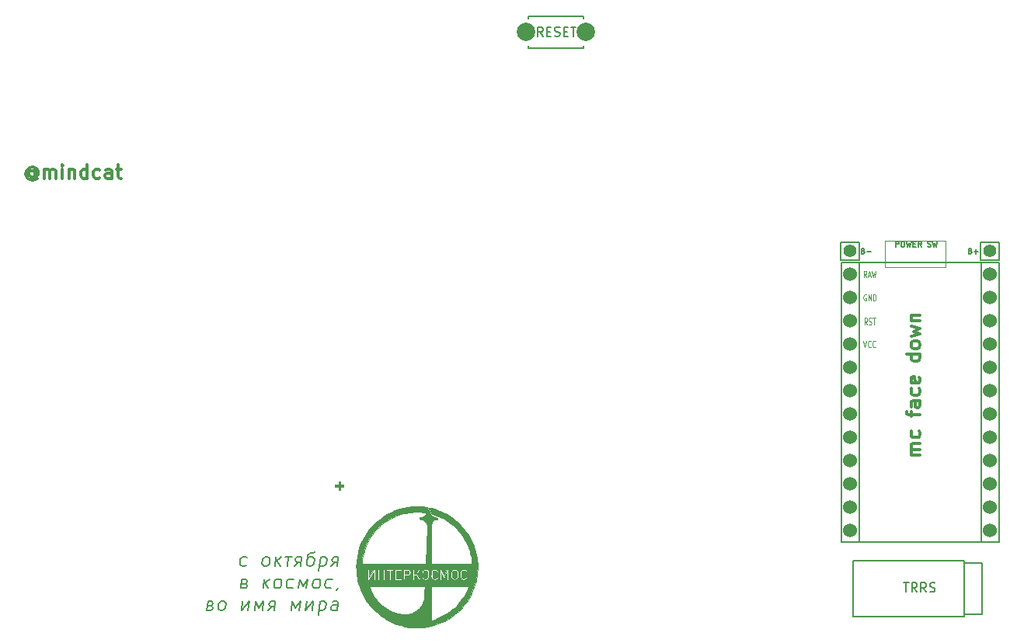
<source format=gbr>
%TF.GenerationSoftware,KiCad,Pcbnew,(6.0.4-0)*%
%TF.CreationDate,2022-12-22T20:07:12-07:00*%
%TF.ProjectId,half-swept,68616c66-2d73-4776-9570-742e6b696361,rev?*%
%TF.SameCoordinates,Original*%
%TF.FileFunction,Legend,Top*%
%TF.FilePolarity,Positive*%
%FSLAX46Y46*%
G04 Gerber Fmt 4.6, Leading zero omitted, Abs format (unit mm)*
G04 Created by KiCad (PCBNEW (6.0.4-0)) date 2022-12-22 20:07:12*
%MOMM*%
%LPD*%
G01*
G04 APERTURE LIST*
%ADD10C,0.150000*%
%ADD11C,0.120000*%
%ADD12C,0.002000*%
%ADD13C,0.300000*%
%ADD14C,0.125000*%
%ADD15C,1.397000*%
%ADD16C,2.000000*%
%ADD17C,1.524000*%
G04 APERTURE END LIST*
D10*
X45466767Y-80234142D02*
X45314982Y-80305571D01*
X45029267Y-80305571D01*
X44895339Y-80234142D01*
X44832839Y-80162714D01*
X44779267Y-80019857D01*
X44832839Y-79591285D01*
X44922125Y-79448428D01*
X45002482Y-79377000D01*
X45154267Y-79305571D01*
X45439982Y-79305571D01*
X45573910Y-79377000D01*
X47457839Y-80305571D02*
X47323910Y-80234142D01*
X47261410Y-80162714D01*
X47207839Y-80019857D01*
X47261410Y-79591285D01*
X47350696Y-79448428D01*
X47431053Y-79377000D01*
X47582839Y-79305571D01*
X47797125Y-79305571D01*
X47931053Y-79377000D01*
X47993553Y-79448428D01*
X48047125Y-79591285D01*
X47993553Y-80019857D01*
X47904267Y-80162714D01*
X47823910Y-80234142D01*
X47672125Y-80305571D01*
X47457839Y-80305571D01*
X48725696Y-79305571D02*
X48600696Y-80305571D01*
X48814982Y-79734142D02*
X49172125Y-80305571D01*
X49297125Y-79305571D02*
X48654267Y-79877000D01*
X49725696Y-79305571D02*
X50439982Y-79305571D01*
X50082839Y-79305571D02*
X49957839Y-80305571D01*
X51154267Y-79877000D02*
X50743553Y-80305571D01*
X51386410Y-80305571D02*
X51511410Y-79305571D01*
X51082839Y-79305571D01*
X50931053Y-79377000D01*
X50841767Y-79519857D01*
X50823910Y-79662714D01*
X50877482Y-79805571D01*
X51011410Y-79877000D01*
X51439982Y-79877000D01*
X53011410Y-78734142D02*
X52931053Y-78805571D01*
X52779267Y-78877000D01*
X52493553Y-78877000D01*
X52341767Y-78948428D01*
X52261410Y-79019857D01*
X52172125Y-79162714D01*
X52064982Y-80019857D01*
X52118553Y-80162714D01*
X52181053Y-80234142D01*
X52314982Y-80305571D01*
X52529267Y-80305571D01*
X52681053Y-80234142D01*
X52761410Y-80162714D01*
X52850696Y-80019857D01*
X52904267Y-79591285D01*
X52850696Y-79448428D01*
X52788196Y-79377000D01*
X52654267Y-79305571D01*
X52368553Y-79305571D01*
X52216767Y-79377000D01*
X52136410Y-79448428D01*
X53582839Y-79305571D02*
X53395339Y-80805571D01*
X53573910Y-79377000D02*
X53725696Y-79305571D01*
X54011410Y-79305571D01*
X54145339Y-79377000D01*
X54207839Y-79448428D01*
X54261410Y-79591285D01*
X54207839Y-80019857D01*
X54118553Y-80162714D01*
X54038196Y-80234142D01*
X53886410Y-80305571D01*
X53600696Y-80305571D01*
X53466767Y-80234142D01*
X55154267Y-79877000D02*
X54743553Y-80305571D01*
X55386410Y-80305571D02*
X55511410Y-79305571D01*
X55082839Y-79305571D01*
X54931053Y-79377000D01*
X54841767Y-79519857D01*
X54823910Y-79662714D01*
X54877482Y-79805571D01*
X55011410Y-79877000D01*
X55439982Y-79877000D01*
X45306053Y-82220571D02*
X45511410Y-82292000D01*
X45564982Y-82434857D01*
X45556053Y-82506285D01*
X45466767Y-82649142D01*
X45314982Y-82720571D01*
X44886410Y-82720571D01*
X45011410Y-81720571D01*
X45368553Y-81720571D01*
X45502482Y-81792000D01*
X45556053Y-81934857D01*
X45547125Y-82006285D01*
X45457839Y-82149142D01*
X45306053Y-82220571D01*
X44948910Y-82220571D01*
X47439982Y-81720571D02*
X47314982Y-82720571D01*
X47529267Y-82149142D02*
X47886410Y-82720571D01*
X48011410Y-81720571D02*
X47368553Y-82292000D01*
X48743553Y-82720571D02*
X48609625Y-82649142D01*
X48547125Y-82577714D01*
X48493553Y-82434857D01*
X48547125Y-82006285D01*
X48636410Y-81863428D01*
X48716767Y-81792000D01*
X48868553Y-81720571D01*
X49082839Y-81720571D01*
X49216767Y-81792000D01*
X49279267Y-81863428D01*
X49332839Y-82006285D01*
X49279267Y-82434857D01*
X49189982Y-82577714D01*
X49109625Y-82649142D01*
X48957839Y-82720571D01*
X48743553Y-82720571D01*
X50538196Y-82649142D02*
X50386410Y-82720571D01*
X50100696Y-82720571D01*
X49966767Y-82649142D01*
X49904267Y-82577714D01*
X49850696Y-82434857D01*
X49904267Y-82006285D01*
X49993553Y-81863428D01*
X50073910Y-81792000D01*
X50225696Y-81720571D01*
X50511410Y-81720571D01*
X50645339Y-81792000D01*
X51172125Y-82720571D02*
X51297125Y-81720571D01*
X51627482Y-82506285D01*
X52154267Y-81720571D01*
X52029267Y-82720571D01*
X52957839Y-82720571D02*
X52823910Y-82649142D01*
X52761410Y-82577714D01*
X52707839Y-82434857D01*
X52761410Y-82006285D01*
X52850696Y-81863428D01*
X52931053Y-81792000D01*
X53082839Y-81720571D01*
X53297125Y-81720571D01*
X53431053Y-81792000D01*
X53493553Y-81863428D01*
X53547125Y-82006285D01*
X53493553Y-82434857D01*
X53404267Y-82577714D01*
X53323910Y-82649142D01*
X53172125Y-82720571D01*
X52957839Y-82720571D01*
X54752482Y-82649142D02*
X54600696Y-82720571D01*
X54314982Y-82720571D01*
X54181053Y-82649142D01*
X54118553Y-82577714D01*
X54064982Y-82434857D01*
X54118553Y-82006285D01*
X54207839Y-81863428D01*
X54288196Y-81792000D01*
X54439982Y-81720571D01*
X54725696Y-81720571D01*
X54859625Y-81792000D01*
X55466767Y-82649142D02*
X55457839Y-82720571D01*
X55368553Y-82863428D01*
X55288196Y-82934857D01*
X41591767Y-84635571D02*
X41797124Y-84707000D01*
X41850696Y-84849857D01*
X41841767Y-84921285D01*
X41752482Y-85064142D01*
X41600696Y-85135571D01*
X41172124Y-85135571D01*
X41297124Y-84135571D01*
X41654267Y-84135571D01*
X41788196Y-84207000D01*
X41841767Y-84349857D01*
X41832839Y-84421285D01*
X41743553Y-84564142D01*
X41591767Y-84635571D01*
X41234624Y-84635571D01*
X42672124Y-85135571D02*
X42538196Y-85064142D01*
X42475696Y-84992714D01*
X42422124Y-84849857D01*
X42475696Y-84421285D01*
X42564982Y-84278428D01*
X42645339Y-84207000D01*
X42797124Y-84135571D01*
X43011410Y-84135571D01*
X43145339Y-84207000D01*
X43207839Y-84278428D01*
X43261410Y-84421285D01*
X43207839Y-84849857D01*
X43118553Y-84992714D01*
X43038196Y-85064142D01*
X42886410Y-85135571D01*
X42672124Y-85135571D01*
X45082839Y-84135571D02*
X44957839Y-85135571D01*
X45797124Y-84135571D01*
X45672124Y-85135571D01*
X46386410Y-85135571D02*
X46511410Y-84135571D01*
X46841767Y-84921285D01*
X47368553Y-84135571D01*
X47243553Y-85135571D01*
X48297124Y-84707000D02*
X47886410Y-85135571D01*
X48529267Y-85135571D02*
X48654267Y-84135571D01*
X48225696Y-84135571D01*
X48073910Y-84207000D01*
X47984624Y-84349857D01*
X47966767Y-84492714D01*
X48020339Y-84635571D01*
X48154267Y-84707000D01*
X48582839Y-84707000D01*
X50386410Y-85135571D02*
X50511410Y-84135571D01*
X50841767Y-84921285D01*
X51368553Y-84135571D01*
X51243553Y-85135571D01*
X52082839Y-84135571D02*
X51957839Y-85135571D01*
X52797124Y-84135571D01*
X52672124Y-85135571D01*
X53511410Y-84135571D02*
X53323910Y-85635571D01*
X53502482Y-84207000D02*
X53654267Y-84135571D01*
X53939982Y-84135571D01*
X54073910Y-84207000D01*
X54136410Y-84278428D01*
X54189982Y-84421285D01*
X54136410Y-84849857D01*
X54047124Y-84992714D01*
X53966767Y-85064142D01*
X53814982Y-85135571D01*
X53529267Y-85135571D01*
X53395339Y-85064142D01*
X55386410Y-85135571D02*
X55484624Y-84349857D01*
X55431053Y-84207000D01*
X55297124Y-84135571D01*
X55011410Y-84135571D01*
X54859624Y-84207000D01*
X55395339Y-85064142D02*
X55243553Y-85135571D01*
X54886410Y-85135571D01*
X54752482Y-85064142D01*
X54698910Y-84921285D01*
X54716767Y-84778428D01*
X54806053Y-84635571D01*
X54957839Y-84564142D01*
X55314982Y-84564142D01*
X55466767Y-84492714D01*
D11*
X115062000Y-47752000D02*
X115062000Y-44831000D01*
X121666000Y-44831000D02*
X121666000Y-47752000D01*
D12*
G36*
X55757233Y-71420567D02*
G01*
X56103837Y-71420567D01*
X56103837Y-71653400D01*
X55757233Y-71653400D01*
X55757233Y-72002650D01*
X55524400Y-72002650D01*
X55524400Y-71653400D01*
X55175150Y-71653400D01*
X55175150Y-71420567D01*
X55524400Y-71420567D01*
X55524400Y-71071317D01*
X55757233Y-71071317D01*
X55757233Y-71420567D01*
G37*
X55757233Y-71420567D02*
X56103837Y-71420567D01*
X56103837Y-71653400D01*
X55757233Y-71653400D01*
X55757233Y-72002650D01*
X55524400Y-72002650D01*
X55524400Y-71653400D01*
X55175150Y-71653400D01*
X55175150Y-71420567D01*
X55524400Y-71420567D01*
X55524400Y-71071317D01*
X55757233Y-71071317D01*
X55757233Y-71420567D01*
D11*
X115062000Y-44831000D02*
X121666000Y-44831000D01*
D12*
G36*
X60147375Y-85737716D02*
G01*
X59761424Y-85430074D01*
X59395872Y-85090971D01*
X59056769Y-84725419D01*
X58749127Y-84339468D01*
X58473332Y-83935060D01*
X58229772Y-83514140D01*
X58018832Y-83078650D01*
X57840899Y-82630534D01*
X57807692Y-82525128D01*
X58847566Y-82525128D01*
X58909464Y-82670545D01*
X59007887Y-82885292D01*
X59139921Y-83149648D01*
X59217630Y-83294267D01*
X59302650Y-83443894D01*
X59394614Y-83596063D01*
X59493160Y-83748309D01*
X59597922Y-83898169D01*
X59708537Y-84043175D01*
X59824640Y-84180865D01*
X59945866Y-84308772D01*
X60071852Y-84424431D01*
X60136516Y-84476898D01*
X60202233Y-84525379D01*
X60477093Y-84726721D01*
X60744038Y-84904225D01*
X61003029Y-85058810D01*
X61254024Y-85191395D01*
X61496985Y-85302900D01*
X61731872Y-85394244D01*
X61958645Y-85466348D01*
X62177265Y-85520129D01*
X62387691Y-85556509D01*
X62589884Y-85576406D01*
X62783805Y-85580741D01*
X62969413Y-85570431D01*
X63146669Y-85546398D01*
X63315533Y-85509560D01*
X63475965Y-85460838D01*
X63627926Y-85401150D01*
X63771376Y-85331416D01*
X63906274Y-85252555D01*
X64032583Y-85165488D01*
X64150261Y-85071134D01*
X64259269Y-84970411D01*
X64359567Y-84864241D01*
X64451116Y-84753541D01*
X64533876Y-84639233D01*
X64607806Y-84522234D01*
X64672868Y-84403465D01*
X64729022Y-84283846D01*
X64776227Y-84164295D01*
X64814445Y-84045733D01*
X64843635Y-83929078D01*
X64863758Y-83815251D01*
X64874774Y-83705171D01*
X64900240Y-83238181D01*
X64935628Y-82525128D01*
X58847566Y-82525128D01*
X57807692Y-82525128D01*
X57696360Y-82171735D01*
X57610218Y-81808108D01*
X63559795Y-81808108D01*
X63739712Y-81808108D01*
X63739712Y-81294816D01*
X63906400Y-81294816D01*
X63951379Y-81300108D01*
X63954352Y-81301823D01*
X63957286Y-81303599D01*
X63960179Y-81305436D01*
X63963031Y-81307333D01*
X63965841Y-81309289D01*
X63968608Y-81311303D01*
X63971331Y-81313376D01*
X63974009Y-81315505D01*
X63976642Y-81317690D01*
X63979227Y-81319932D01*
X63981765Y-81322228D01*
X63984255Y-81324578D01*
X63986695Y-81326981D01*
X63989085Y-81329437D01*
X63991424Y-81331945D01*
X63993711Y-81334504D01*
X63996433Y-81337590D01*
X63999084Y-81340734D01*
X64001660Y-81343934D01*
X64004163Y-81347189D01*
X64006591Y-81350498D01*
X64008942Y-81353859D01*
X64011217Y-81357272D01*
X64013415Y-81360734D01*
X64015534Y-81364245D01*
X64017575Y-81367803D01*
X64019535Y-81371407D01*
X64021414Y-81375055D01*
X64023212Y-81378746D01*
X64024927Y-81382480D01*
X64026560Y-81386253D01*
X64028108Y-81390066D01*
X64104839Y-81577920D01*
X64123360Y-81611324D01*
X64125524Y-81615679D01*
X64127525Y-81620062D01*
X64129325Y-81624468D01*
X64130884Y-81628894D01*
X64132165Y-81633335D01*
X64133127Y-81637787D01*
X64133733Y-81642247D01*
X64133890Y-81644479D01*
X64133944Y-81646712D01*
X64138193Y-81654866D01*
X64142552Y-81662961D01*
X64147021Y-81670995D01*
X64151599Y-81678966D01*
X64156285Y-81686875D01*
X64161078Y-81694720D01*
X64165979Y-81702499D01*
X64170986Y-81710212D01*
X64174827Y-81715418D01*
X64178838Y-81720477D01*
X64183015Y-81725383D01*
X64187353Y-81730135D01*
X64191849Y-81734727D01*
X64196497Y-81739157D01*
X64201293Y-81743420D01*
X64206232Y-81747514D01*
X64211310Y-81751434D01*
X64216522Y-81755177D01*
X64221864Y-81758740D01*
X64227331Y-81762118D01*
X64232919Y-81765307D01*
X64238622Y-81768306D01*
X64244438Y-81771109D01*
X64250360Y-81773712D01*
X64257148Y-81776414D01*
X64263997Y-81778935D01*
X64270902Y-81781274D01*
X64277859Y-81783432D01*
X64284865Y-81785407D01*
X64291917Y-81787198D01*
X64299010Y-81788805D01*
X64306142Y-81790228D01*
X64313308Y-81791465D01*
X64320505Y-81792517D01*
X64327729Y-81793381D01*
X64334976Y-81794058D01*
X64342244Y-81794547D01*
X64349528Y-81794848D01*
X64356825Y-81794958D01*
X64364131Y-81794879D01*
X64454089Y-81794879D01*
X64454089Y-81625547D01*
X64356194Y-81625547D01*
X64354154Y-81625022D01*
X64352137Y-81624431D01*
X64350143Y-81623774D01*
X64348175Y-81623054D01*
X64346234Y-81622269D01*
X64344321Y-81621422D01*
X64342439Y-81620512D01*
X64340587Y-81619542D01*
X64338769Y-81618511D01*
X64336985Y-81617420D01*
X64335237Y-81616271D01*
X64333527Y-81615063D01*
X64331855Y-81613799D01*
X64330224Y-81612478D01*
X64328635Y-81611102D01*
X64327089Y-81609671D01*
X64305922Y-81583213D01*
X64303636Y-81578377D01*
X64301436Y-81573503D01*
X64299321Y-81568592D01*
X64297292Y-81563646D01*
X64295350Y-81558665D01*
X64293495Y-81553650D01*
X64291727Y-81548603D01*
X64290047Y-81543525D01*
X64208329Y-81350378D01*
X64584678Y-81350378D01*
X64584950Y-81383468D01*
X64585765Y-81416551D01*
X64587123Y-81449621D01*
X64589024Y-81482670D01*
X64589024Y-81517066D01*
X64588535Y-81520690D01*
X64588185Y-81524326D01*
X64587976Y-81527970D01*
X64587906Y-81531618D01*
X64587976Y-81535267D01*
X64588185Y-81538911D01*
X64588535Y-81542547D01*
X64589024Y-81546171D01*
X64610190Y-81596442D01*
X64616487Y-81607481D01*
X64623121Y-81618294D01*
X64630087Y-81628874D01*
X64637377Y-81639213D01*
X64644985Y-81649304D01*
X64652905Y-81659141D01*
X64661129Y-81668716D01*
X64669652Y-81678022D01*
X64678467Y-81687053D01*
X64687566Y-81695801D01*
X64696943Y-81704259D01*
X64706593Y-81712421D01*
X64716507Y-81720279D01*
X64726680Y-81727826D01*
X64737104Y-81735056D01*
X64747774Y-81741961D01*
X64760218Y-81749796D01*
X64772909Y-81757199D01*
X64785836Y-81764163D01*
X64798987Y-81770685D01*
X64812351Y-81776758D01*
X64825916Y-81782377D01*
X64839672Y-81787536D01*
X64853607Y-81792231D01*
X64869191Y-81796138D01*
X64884886Y-81799500D01*
X64900680Y-81802314D01*
X64916556Y-81804578D01*
X64932502Y-81806292D01*
X64948502Y-81807452D01*
X64964542Y-81808058D01*
X64980608Y-81808108D01*
X64996996Y-81807999D01*
X65013359Y-81807351D01*
X65029683Y-81806165D01*
X65045954Y-81804444D01*
X65062160Y-81802188D01*
X65078288Y-81799400D01*
X65094323Y-81796080D01*
X65110254Y-81792232D01*
X65123801Y-81787360D01*
X65137180Y-81782076D01*
X65150384Y-81776384D01*
X65163403Y-81770289D01*
X65176227Y-81763794D01*
X65188848Y-81756906D01*
X65201256Y-81749627D01*
X65213442Y-81741963D01*
X65223957Y-81735028D01*
X65234225Y-81727773D01*
X65244240Y-81720203D01*
X65253995Y-81712327D01*
X65263483Y-81704150D01*
X65272697Y-81695681D01*
X65281633Y-81686926D01*
X65290281Y-81677892D01*
X65298638Y-81668587D01*
X65306694Y-81659018D01*
X65314445Y-81649191D01*
X65321883Y-81639113D01*
X65329002Y-81628792D01*
X65335795Y-81618236D01*
X65342257Y-81607450D01*
X65348379Y-81596442D01*
X65352546Y-81589986D01*
X65356517Y-81583423D01*
X65360292Y-81576755D01*
X65363868Y-81569988D01*
X65367245Y-81563126D01*
X65370420Y-81556174D01*
X65373392Y-81549136D01*
X65376158Y-81542016D01*
X65378718Y-81534820D01*
X65381070Y-81527551D01*
X65383212Y-81520214D01*
X65385142Y-81512814D01*
X65386859Y-81505355D01*
X65388360Y-81497842D01*
X65389645Y-81490279D01*
X65390712Y-81482670D01*
X65390713Y-81487947D01*
X65394657Y-81453014D01*
X65398136Y-81418037D01*
X65401150Y-81383019D01*
X65403139Y-81355670D01*
X65587116Y-81355670D01*
X65587409Y-81388762D01*
X65588286Y-81421847D01*
X65589748Y-81454916D01*
X65591795Y-81487962D01*
X65591795Y-81522358D01*
X65592026Y-81525993D01*
X65592191Y-81529631D01*
X65592290Y-81533270D01*
X65592323Y-81536910D01*
X65592290Y-81540551D01*
X65592191Y-81544190D01*
X65592026Y-81547828D01*
X65591795Y-81551462D01*
X65631483Y-81609669D01*
X65637499Y-81620918D01*
X65643897Y-81631920D01*
X65650670Y-81642667D01*
X65657809Y-81653150D01*
X65665307Y-81663360D01*
X65673155Y-81673290D01*
X65681344Y-81682929D01*
X65689867Y-81692269D01*
X65698715Y-81701302D01*
X65707880Y-81710019D01*
X65717354Y-81718411D01*
X65727128Y-81726469D01*
X65737195Y-81734185D01*
X65747545Y-81741550D01*
X65758171Y-81748555D01*
X65769065Y-81755192D01*
X65781069Y-81763186D01*
X65793356Y-81770705D01*
X65805914Y-81777742D01*
X65818728Y-81784291D01*
X65831783Y-81790344D01*
X65845065Y-81795895D01*
X65858560Y-81800937D01*
X65872253Y-81805462D01*
X65887858Y-81809255D01*
X65903564Y-81812534D01*
X65919361Y-81815299D01*
X65935235Y-81817546D01*
X65951174Y-81819275D01*
X65967165Y-81820484D01*
X65983195Y-81821172D01*
X65999251Y-81821336D01*
X66018287Y-81821739D01*
X66037148Y-81821250D01*
X66055813Y-81819889D01*
X66074259Y-81817674D01*
X66092465Y-81814623D01*
X66110408Y-81810753D01*
X66128066Y-81806084D01*
X66130045Y-81805462D01*
X66525774Y-81805462D01*
X66705690Y-81805462D01*
X66705690Y-81069921D01*
X66951753Y-81636129D01*
X67099920Y-81636129D01*
X67345983Y-81069921D01*
X67345983Y-81800170D01*
X67533836Y-81800170D01*
X67533836Y-81347733D01*
X67778200Y-81347733D01*
X67778471Y-81380823D01*
X67779286Y-81413905D01*
X67780644Y-81446975D01*
X67782544Y-81480025D01*
X67782544Y-81514421D01*
X67782055Y-81518045D01*
X67781706Y-81521681D01*
X67781496Y-81525325D01*
X67781426Y-81528973D01*
X67781496Y-81532621D01*
X67781706Y-81536265D01*
X67782055Y-81539901D01*
X67782544Y-81543525D01*
X67803711Y-81593795D01*
X67810007Y-81604835D01*
X67816642Y-81615648D01*
X67823607Y-81626227D01*
X67830897Y-81636566D01*
X67838506Y-81646658D01*
X67846425Y-81656494D01*
X67854650Y-81666069D01*
X67863173Y-81675376D01*
X67871987Y-81684407D01*
X67881086Y-81693155D01*
X67890464Y-81701613D01*
X67900113Y-81709775D01*
X67910028Y-81717634D01*
X67920200Y-81725181D01*
X67930625Y-81732411D01*
X67941295Y-81739316D01*
X67953738Y-81747151D01*
X67966429Y-81754554D01*
X67979356Y-81761519D01*
X67992507Y-81768041D01*
X68005871Y-81774114D01*
X68019437Y-81779733D01*
X68033193Y-81784892D01*
X68047128Y-81789587D01*
X68062712Y-81793495D01*
X68078407Y-81796856D01*
X68094201Y-81799670D01*
X68110077Y-81801934D01*
X68126022Y-81803647D01*
X68142022Y-81804808D01*
X68158063Y-81805414D01*
X68174129Y-81805463D01*
X68190517Y-81805354D01*
X68206880Y-81804706D01*
X68223203Y-81803521D01*
X68239475Y-81801799D01*
X68255681Y-81799544D01*
X68271808Y-81796756D01*
X68287844Y-81793437D01*
X68303775Y-81789588D01*
X68317321Y-81784716D01*
X68330701Y-81779432D01*
X68343905Y-81773740D01*
X68356923Y-81767644D01*
X68369748Y-81761149D01*
X68382369Y-81754260D01*
X68394777Y-81746981D01*
X68406962Y-81739316D01*
X68417478Y-81732382D01*
X68427746Y-81725126D01*
X68437761Y-81717557D01*
X68447516Y-81709680D01*
X68457004Y-81701504D01*
X68466218Y-81693035D01*
X68475154Y-81684280D01*
X68483802Y-81675246D01*
X68492158Y-81665941D01*
X68500215Y-81656371D01*
X68507966Y-81646544D01*
X68515404Y-81636467D01*
X68522523Y-81626147D01*
X68529316Y-81615590D01*
X68535777Y-81604804D01*
X68541900Y-81593796D01*
X68546066Y-81587341D01*
X68550038Y-81580777D01*
X68553812Y-81574110D01*
X68557389Y-81567343D01*
X68560766Y-81560481D01*
X68563941Y-81553528D01*
X68566912Y-81546490D01*
X68569679Y-81539371D01*
X68572239Y-81532174D01*
X68574591Y-81524906D01*
X68576732Y-81517569D01*
X68578663Y-81510169D01*
X68580379Y-81502710D01*
X68581881Y-81495196D01*
X68583166Y-81487633D01*
X68584232Y-81480025D01*
X68585680Y-81446966D01*
X68586715Y-81413895D01*
X68587335Y-81380817D01*
X68587492Y-81355670D01*
X68775347Y-81355670D01*
X68775639Y-81388762D01*
X68776516Y-81421847D01*
X68777978Y-81454916D01*
X68780025Y-81487962D01*
X68780025Y-81522358D01*
X68780256Y-81525993D01*
X68780421Y-81529631D01*
X68780519Y-81533270D01*
X68780552Y-81536910D01*
X68780519Y-81540551D01*
X68780421Y-81544190D01*
X68780256Y-81547828D01*
X68780025Y-81551462D01*
X68803839Y-81601732D01*
X68809854Y-81612980D01*
X68816252Y-81623982D01*
X68823026Y-81634730D01*
X68830165Y-81645213D01*
X68837663Y-81655423D01*
X68845510Y-81665353D01*
X68853700Y-81674992D01*
X68862223Y-81684332D01*
X68871071Y-81693365D01*
X68880236Y-81702082D01*
X68889710Y-81710474D01*
X68899484Y-81718532D01*
X68909550Y-81726248D01*
X68919901Y-81733613D01*
X68930527Y-81740618D01*
X68941421Y-81747255D01*
X68953424Y-81755248D01*
X68965712Y-81762767D01*
X68978270Y-81769805D01*
X68991083Y-81776354D01*
X69004138Y-81782407D01*
X69017420Y-81787958D01*
X69030915Y-81793000D01*
X69044609Y-81797525D01*
X69060213Y-81801318D01*
X69075920Y-81804597D01*
X69091717Y-81807361D01*
X69107591Y-81809609D01*
X69123530Y-81811338D01*
X69139521Y-81812547D01*
X69155551Y-81813235D01*
X69171608Y-81813400D01*
X69190264Y-81813310D01*
X69208735Y-81812369D01*
X69227000Y-81810594D01*
X69245038Y-81808001D01*
X69262828Y-81804610D01*
X69280351Y-81800436D01*
X69297584Y-81795499D01*
X69314507Y-81789814D01*
X69331100Y-81783400D01*
X69347341Y-81776273D01*
X69363210Y-81768453D01*
X69378687Y-81759955D01*
X69393750Y-81750798D01*
X69408379Y-81740998D01*
X69422552Y-81730574D01*
X69436250Y-81719543D01*
X69449451Y-81707922D01*
X69462135Y-81695729D01*
X69474281Y-81682982D01*
X69485868Y-81669697D01*
X69496876Y-81655892D01*
X69507283Y-81641585D01*
X69517069Y-81626793D01*
X69526214Y-81611534D01*
X69534695Y-81595825D01*
X69542494Y-81579683D01*
X69549588Y-81563127D01*
X69555958Y-81546173D01*
X69561582Y-81528839D01*
X69566440Y-81511143D01*
X69570511Y-81493102D01*
X69573773Y-81474733D01*
X69385920Y-81474733D01*
X69379109Y-81492416D01*
X69371016Y-81509313D01*
X69361710Y-81525375D01*
X69351257Y-81540554D01*
X69339725Y-81554802D01*
X69327182Y-81568068D01*
X69313695Y-81580306D01*
X69299333Y-81591466D01*
X69284163Y-81601500D01*
X69268252Y-81610360D01*
X69251668Y-81617996D01*
X69234479Y-81624360D01*
X69216752Y-81629404D01*
X69198556Y-81633079D01*
X69179957Y-81635337D01*
X69161024Y-81636129D01*
X69154066Y-81636374D01*
X69147120Y-81636357D01*
X69140195Y-81636081D01*
X69133297Y-81635547D01*
X69126433Y-81634757D01*
X69119610Y-81633713D01*
X69112835Y-81632416D01*
X69106115Y-81630868D01*
X69099458Y-81629072D01*
X69092870Y-81627028D01*
X69086358Y-81624739D01*
X69079930Y-81622206D01*
X69073592Y-81619431D01*
X69067352Y-81616415D01*
X69061216Y-81613161D01*
X69055191Y-81609671D01*
X69049514Y-81607356D01*
X69043934Y-81604849D01*
X69038455Y-81602154D01*
X69033081Y-81599273D01*
X69027818Y-81596209D01*
X69022670Y-81592967D01*
X69017640Y-81589550D01*
X69012734Y-81585961D01*
X69007956Y-81582203D01*
X69003310Y-81578280D01*
X68998801Y-81574195D01*
X68994433Y-81569952D01*
X68990210Y-81565554D01*
X68986138Y-81561004D01*
X68982220Y-81556305D01*
X68978461Y-81551461D01*
X68974186Y-81545933D01*
X68970096Y-81540281D01*
X68966194Y-81534512D01*
X68962481Y-81528628D01*
X68958959Y-81522636D01*
X68955632Y-81516540D01*
X68952500Y-81510345D01*
X68949566Y-81504056D01*
X68946832Y-81497677D01*
X68944301Y-81491214D01*
X68941974Y-81484670D01*
X68939854Y-81478051D01*
X68937943Y-81471362D01*
X68936242Y-81464607D01*
X68934755Y-81457791D01*
X68933482Y-81450919D01*
X68932688Y-81439687D01*
X68932121Y-81428444D01*
X68931780Y-81417194D01*
X68931667Y-81405941D01*
X68931780Y-81394688D01*
X68932121Y-81383438D01*
X68932688Y-81372195D01*
X68933482Y-81360962D01*
X68933534Y-81346477D01*
X68933896Y-81330907D01*
X68934878Y-81314407D01*
X68935698Y-81305857D01*
X68936790Y-81297132D01*
X68938192Y-81288252D01*
X68939942Y-81279236D01*
X68942081Y-81270104D01*
X68944645Y-81260875D01*
X68947675Y-81251569D01*
X68951209Y-81242205D01*
X68955285Y-81232801D01*
X68959943Y-81223378D01*
X68957885Y-81193975D01*
X68956416Y-81164544D01*
X68955534Y-81135096D01*
X68955240Y-81105639D01*
X68955534Y-81076182D01*
X68956415Y-81046734D01*
X68957885Y-81017303D01*
X68959942Y-80987899D01*
X68961122Y-80981147D01*
X68962531Y-80974455D01*
X68964167Y-80967826D01*
X68966028Y-80961268D01*
X68968110Y-80954784D01*
X68970411Y-80948381D01*
X68972928Y-80942065D01*
X68975660Y-80935840D01*
X68978603Y-80929713D01*
X68981756Y-80923688D01*
X68985115Y-80917772D01*
X68988678Y-80911969D01*
X68992442Y-80906285D01*
X68996406Y-80900726D01*
X69000566Y-80895298D01*
X69004920Y-80890004D01*
X69008774Y-80885137D01*
X69012770Y-80880399D01*
X69016903Y-80875793D01*
X69021172Y-80871321D01*
X69025571Y-80866987D01*
X69030099Y-80862793D01*
X69034751Y-80858741D01*
X69039524Y-80854835D01*
X69044414Y-80851077D01*
X69049419Y-80847470D01*
X69054534Y-80844017D01*
X69059756Y-80840720D01*
X69065082Y-80837582D01*
X69070509Y-80834606D01*
X69076032Y-80831795D01*
X69081649Y-80829150D01*
X69087821Y-80826106D01*
X69094076Y-80823265D01*
X69100408Y-80820626D01*
X69106813Y-80818192D01*
X69113285Y-80815963D01*
X69119819Y-80813941D01*
X69126410Y-80812127D01*
X69133054Y-80810522D01*
X69139744Y-80809127D01*
X69146477Y-80807943D01*
X69153248Y-80806972D01*
X69160050Y-80806213D01*
X69166880Y-80805670D01*
X69173732Y-80805342D01*
X69180601Y-80805231D01*
X69187483Y-80805337D01*
X69197328Y-80805247D01*
X69207134Y-80805585D01*
X69216888Y-80806349D01*
X69226577Y-80807532D01*
X69236188Y-80809132D01*
X69245708Y-80811144D01*
X69255124Y-80813563D01*
X69264422Y-80816385D01*
X69273589Y-80819606D01*
X69282613Y-80823222D01*
X69291481Y-80827228D01*
X69300178Y-80831620D01*
X69308692Y-80836394D01*
X69317010Y-80841545D01*
X69325119Y-80847069D01*
X69333005Y-80852963D01*
X69340027Y-80859023D01*
X69346798Y-80865327D01*
X69353315Y-80871867D01*
X69359570Y-80878635D01*
X69365560Y-80885623D01*
X69371279Y-80892822D01*
X69376720Y-80900225D01*
X69381881Y-80907824D01*
X69386754Y-80915610D01*
X69391334Y-80923575D01*
X69395617Y-80931711D01*
X69399597Y-80940009D01*
X69403268Y-80948463D01*
X69406625Y-80957063D01*
X69409664Y-80965802D01*
X69412378Y-80974671D01*
X69600231Y-80974670D01*
X69597017Y-80956782D01*
X69593052Y-80939107D01*
X69588349Y-80921665D01*
X69582918Y-80904477D01*
X69576772Y-80887567D01*
X69569922Y-80870954D01*
X69562380Y-80854661D01*
X69554158Y-80838709D01*
X69545267Y-80823119D01*
X69535719Y-80807914D01*
X69525527Y-80793115D01*
X69514700Y-80778744D01*
X69503252Y-80764821D01*
X69491194Y-80751370D01*
X69478538Y-80738410D01*
X69465295Y-80725964D01*
X69450761Y-80713545D01*
X69435706Y-80701891D01*
X69420161Y-80691015D01*
X69404157Y-80680928D01*
X69387724Y-80671640D01*
X69370894Y-80663162D01*
X69353696Y-80655506D01*
X69336163Y-80648684D01*
X69318324Y-80642705D01*
X69300210Y-80637581D01*
X69281852Y-80633324D01*
X69263281Y-80629944D01*
X69244528Y-80627452D01*
X69225623Y-80625861D01*
X69206598Y-80625180D01*
X69187482Y-80625421D01*
X69172152Y-80625117D01*
X69156867Y-80625429D01*
X69141642Y-80626351D01*
X69126497Y-80627878D01*
X69111448Y-80630005D01*
X69096513Y-80632727D01*
X69081710Y-80636039D01*
X69067056Y-80639936D01*
X69052569Y-80644413D01*
X69038266Y-80649465D01*
X69024164Y-80655087D01*
X69010282Y-80661274D01*
X68996637Y-80668020D01*
X68983246Y-80675321D01*
X68970126Y-80683172D01*
X68957296Y-80691568D01*
X68946513Y-80698337D01*
X68935986Y-80705453D01*
X68925723Y-80712909D01*
X68915732Y-80720695D01*
X68906020Y-80728804D01*
X68896594Y-80737228D01*
X68887461Y-80745960D01*
X68878630Y-80754992D01*
X68870107Y-80764315D01*
X68861901Y-80773922D01*
X68854018Y-80783805D01*
X68846465Y-80793957D01*
X68839251Y-80804368D01*
X68832383Y-80815033D01*
X68825867Y-80825941D01*
X68819713Y-80837087D01*
X68815908Y-80843491D01*
X68812273Y-80849983D01*
X68808811Y-80856560D01*
X68805522Y-80863218D01*
X68802408Y-80869955D01*
X68799469Y-80876766D01*
X68796708Y-80883648D01*
X68794124Y-80890598D01*
X68791721Y-80897612D01*
X68789498Y-80904687D01*
X68787457Y-80911818D01*
X68785599Y-80919004D01*
X68783925Y-80926239D01*
X68782438Y-80933521D01*
X68781137Y-80940847D01*
X68780025Y-80948212D01*
X68779229Y-80961100D01*
X68778661Y-80973996D01*
X68778320Y-80986899D01*
X68778206Y-80999805D01*
X68778320Y-81012711D01*
X68778661Y-81025614D01*
X68779229Y-81038512D01*
X68780025Y-81051400D01*
X68780024Y-81223378D01*
X68777977Y-81256424D01*
X68776516Y-81289493D01*
X68775639Y-81322578D01*
X68775347Y-81355670D01*
X68587492Y-81355670D01*
X68587542Y-81347734D01*
X68587335Y-81314651D01*
X68586715Y-81281572D01*
X68585680Y-81248501D01*
X68584232Y-81215441D01*
X68583778Y-81122217D01*
X68583814Y-81081636D01*
X68584563Y-81045116D01*
X68585331Y-81028389D01*
X68586428Y-81012689D01*
X68587906Y-80998020D01*
X68589813Y-80984386D01*
X68592201Y-80971790D01*
X68595120Y-80960237D01*
X68598621Y-80949731D01*
X68602753Y-80940275D01*
X68601617Y-80932838D01*
X68600273Y-80925448D01*
X68598721Y-80918108D01*
X68596963Y-80910821D01*
X68595002Y-80903594D01*
X68592838Y-80896429D01*
X68590473Y-80889330D01*
X68587910Y-80882303D01*
X68585148Y-80875351D01*
X68582190Y-80868479D01*
X68579039Y-80861690D01*
X68575694Y-80854990D01*
X68572158Y-80848381D01*
X68568432Y-80841869D01*
X68564519Y-80835457D01*
X68560419Y-80829150D01*
X68554460Y-80818023D01*
X68548136Y-80807128D01*
X68541455Y-80796476D01*
X68534424Y-80786072D01*
X68527051Y-80775927D01*
X68519343Y-80766047D01*
X68511307Y-80756440D01*
X68502951Y-80747116D01*
X68494283Y-80738081D01*
X68485309Y-80729344D01*
X68476038Y-80720913D01*
X68466477Y-80712797D01*
X68456634Y-80705002D01*
X68446515Y-80697537D01*
X68436128Y-80690410D01*
X68425481Y-80683629D01*
X68398314Y-80668085D01*
X68370372Y-80654613D01*
X68341766Y-80643214D01*
X68312607Y-80633887D01*
X68283005Y-80626633D01*
X68253070Y-80621452D01*
X68222914Y-80618343D01*
X68192648Y-80617307D01*
X68162382Y-80618343D01*
X68132226Y-80621452D01*
X68102291Y-80626633D01*
X68072689Y-80633888D01*
X68043530Y-80643214D01*
X68014924Y-80654614D01*
X67986982Y-80668086D01*
X67959815Y-80683630D01*
X67949248Y-80690656D01*
X67938915Y-80697986D01*
X67928823Y-80705616D01*
X67918978Y-80713539D01*
X67909385Y-80721748D01*
X67900050Y-80730237D01*
X67890980Y-80739000D01*
X67882181Y-80748030D01*
X67873657Y-80757322D01*
X67865416Y-80766869D01*
X67857464Y-80776664D01*
X67849805Y-80786702D01*
X67842447Y-80796976D01*
X67835395Y-80807479D01*
X67828654Y-80818206D01*
X67822232Y-80829150D01*
X67815542Y-80842370D01*
X67809336Y-80855808D01*
X67803619Y-80869452D01*
X67798397Y-80883287D01*
X67793673Y-80897300D01*
X67789453Y-80911478D01*
X67785742Y-80925807D01*
X67782544Y-80940275D01*
X67782544Y-81215443D01*
X67780644Y-81248492D01*
X67779286Y-81281561D01*
X67778471Y-81314644D01*
X67778200Y-81347733D01*
X67533836Y-81347733D01*
X67533836Y-80622774D01*
X67364503Y-80622774D01*
X67033774Y-81390066D01*
X66695107Y-80628066D01*
X66525774Y-80628066D01*
X66525774Y-81805462D01*
X66130045Y-81805462D01*
X66145417Y-81800633D01*
X66162439Y-81794419D01*
X66179109Y-81787459D01*
X66195405Y-81779773D01*
X66211306Y-81771377D01*
X66226788Y-81762292D01*
X66241830Y-81752534D01*
X66256409Y-81742121D01*
X66270504Y-81731073D01*
X66284092Y-81719407D01*
X66297151Y-81707142D01*
X66309659Y-81694295D01*
X66321593Y-81680885D01*
X66332932Y-81666930D01*
X66343653Y-81652449D01*
X66353734Y-81637459D01*
X66363153Y-81621978D01*
X66371887Y-81606026D01*
X66379915Y-81589620D01*
X66387214Y-81572778D01*
X66393763Y-81555518D01*
X66399538Y-81537860D01*
X66404518Y-81519820D01*
X66408680Y-81501417D01*
X66412003Y-81482670D01*
X66224149Y-81482670D01*
X66217338Y-81500353D01*
X66209246Y-81517251D01*
X66199939Y-81533313D01*
X66189486Y-81548492D01*
X66177954Y-81562739D01*
X66165411Y-81576006D01*
X66151925Y-81588244D01*
X66137562Y-81599404D01*
X66122392Y-81609438D01*
X66106481Y-81618297D01*
X66089897Y-81625933D01*
X66072708Y-81632298D01*
X66054981Y-81637342D01*
X66036785Y-81641017D01*
X66018186Y-81643275D01*
X65999253Y-81644066D01*
X65992295Y-81644311D01*
X65985349Y-81644294D01*
X65978424Y-81644018D01*
X65971526Y-81643484D01*
X65964662Y-81642694D01*
X65957839Y-81641650D01*
X65951064Y-81640353D01*
X65944344Y-81638806D01*
X65937687Y-81637009D01*
X65931099Y-81634965D01*
X65924588Y-81632676D01*
X65918159Y-81630143D01*
X65911821Y-81627368D01*
X65905581Y-81624353D01*
X65899445Y-81621099D01*
X65893420Y-81617608D01*
X65887743Y-81615294D01*
X65882163Y-81612787D01*
X65876684Y-81610091D01*
X65871311Y-81607210D01*
X65866047Y-81604146D01*
X65860899Y-81600904D01*
X65855869Y-81597487D01*
X65850963Y-81593898D01*
X65846185Y-81590140D01*
X65841539Y-81586217D01*
X65837030Y-81582133D01*
X65832662Y-81577889D01*
X65828439Y-81573491D01*
X65824367Y-81568941D01*
X65820449Y-81564242D01*
X65816691Y-81559399D01*
X65812415Y-81553870D01*
X65808326Y-81548219D01*
X65804423Y-81542449D01*
X65800710Y-81536566D01*
X65797188Y-81530574D01*
X65793861Y-81524478D01*
X65790729Y-81518283D01*
X65787795Y-81511994D01*
X65785062Y-81505615D01*
X65782530Y-81499151D01*
X65780204Y-81492607D01*
X65778083Y-81485989D01*
X65776172Y-81479299D01*
X65774471Y-81472544D01*
X65772984Y-81465729D01*
X65771711Y-81458857D01*
X65770917Y-81447624D01*
X65770350Y-81436381D01*
X65770010Y-81425132D01*
X65769896Y-81413878D01*
X65770010Y-81402625D01*
X65770350Y-81391375D01*
X65770917Y-81380132D01*
X65771711Y-81368900D01*
X65771712Y-81223378D01*
X65769655Y-81193975D01*
X65768186Y-81164544D01*
X65767304Y-81135096D01*
X65767010Y-81105639D01*
X65767304Y-81076182D01*
X65768185Y-81046734D01*
X65769655Y-81017303D01*
X65771711Y-80987899D01*
X65772892Y-80981147D01*
X65774301Y-80974455D01*
X65775937Y-80967826D01*
X65777798Y-80961268D01*
X65779880Y-80954784D01*
X65782181Y-80948381D01*
X65784699Y-80942065D01*
X65787430Y-80935840D01*
X65790374Y-80929713D01*
X65793526Y-80923688D01*
X65796885Y-80917772D01*
X65800448Y-80911969D01*
X65804213Y-80906285D01*
X65808176Y-80900726D01*
X65812337Y-80895298D01*
X65816691Y-80890004D01*
X65820545Y-80885137D01*
X65824540Y-80880399D01*
X65828674Y-80875793D01*
X65832942Y-80871321D01*
X65837342Y-80866987D01*
X65841869Y-80862793D01*
X65846521Y-80858741D01*
X65851294Y-80854835D01*
X65856184Y-80851077D01*
X65861189Y-80847470D01*
X65866304Y-80844017D01*
X65871526Y-80840720D01*
X65876852Y-80837582D01*
X65882278Y-80834606D01*
X65887802Y-80831795D01*
X65893418Y-80829150D01*
X65899591Y-80826106D01*
X65905846Y-80823265D01*
X65912178Y-80820626D01*
X65918583Y-80818192D01*
X65925055Y-80815963D01*
X65931589Y-80813941D01*
X65938180Y-80812127D01*
X65944824Y-80810522D01*
X65951515Y-80809127D01*
X65958248Y-80807943D01*
X65965018Y-80806972D01*
X65971821Y-80806213D01*
X65978651Y-80805670D01*
X65985503Y-80805342D01*
X65992372Y-80805231D01*
X65999253Y-80805337D01*
X66009098Y-80805247D01*
X66018904Y-80805585D01*
X66028658Y-80806349D01*
X66038347Y-80807532D01*
X66047958Y-80809132D01*
X66057478Y-80811144D01*
X66066893Y-80813563D01*
X66076192Y-80816385D01*
X66085359Y-80819606D01*
X66094383Y-80823222D01*
X66103250Y-80827228D01*
X66111948Y-80831620D01*
X66120462Y-80836394D01*
X66128780Y-80841545D01*
X66136889Y-80847069D01*
X66144775Y-80852963D01*
X66151797Y-80859023D01*
X66158569Y-80865327D01*
X66165085Y-80871867D01*
X66171341Y-80878635D01*
X66177330Y-80885623D01*
X66183049Y-80892822D01*
X66188491Y-80900225D01*
X66193651Y-80907824D01*
X66198524Y-80915610D01*
X66203105Y-80923575D01*
X66207387Y-80931711D01*
X66211367Y-80940009D01*
X66215038Y-80948463D01*
X66218396Y-80957063D01*
X66221434Y-80965802D01*
X66224149Y-80974671D01*
X66412002Y-80974670D01*
X66408787Y-80956782D01*
X66404822Y-80939107D01*
X66400119Y-80921665D01*
X66394688Y-80904477D01*
X66388542Y-80887567D01*
X66381692Y-80870954D01*
X66374150Y-80854661D01*
X66365928Y-80838709D01*
X66357037Y-80823119D01*
X66347489Y-80807914D01*
X66337297Y-80793115D01*
X66326470Y-80778744D01*
X66315022Y-80764821D01*
X66302964Y-80751370D01*
X66290308Y-80738410D01*
X66277064Y-80725964D01*
X66262531Y-80713545D01*
X66247476Y-80701891D01*
X66231931Y-80691015D01*
X66215927Y-80680928D01*
X66199495Y-80671640D01*
X66182664Y-80663162D01*
X66165467Y-80655506D01*
X66147933Y-80648684D01*
X66130094Y-80642705D01*
X66111980Y-80637581D01*
X66093623Y-80633324D01*
X66075052Y-80629944D01*
X66056298Y-80627452D01*
X66037394Y-80625861D01*
X66018368Y-80625180D01*
X65999252Y-80625421D01*
X65983923Y-80625117D01*
X65968637Y-80625429D01*
X65953413Y-80626351D01*
X65938267Y-80627878D01*
X65923219Y-80630005D01*
X65908284Y-80632727D01*
X65893481Y-80636039D01*
X65878827Y-80639936D01*
X65864339Y-80644413D01*
X65850036Y-80649465D01*
X65835934Y-80655087D01*
X65822052Y-80661274D01*
X65808407Y-80668020D01*
X65795015Y-80675321D01*
X65781896Y-80683172D01*
X65769066Y-80691568D01*
X65758283Y-80698337D01*
X65747756Y-80705453D01*
X65737493Y-80712909D01*
X65727502Y-80720695D01*
X65717790Y-80728804D01*
X65708364Y-80737228D01*
X65699232Y-80745960D01*
X65690400Y-80754992D01*
X65681878Y-80764315D01*
X65673671Y-80773922D01*
X65665788Y-80783805D01*
X65658236Y-80793957D01*
X65651022Y-80804368D01*
X65644153Y-80815033D01*
X65637638Y-80825941D01*
X65631483Y-80837087D01*
X65627678Y-80843491D01*
X65624044Y-80849983D01*
X65620582Y-80856560D01*
X65617293Y-80863218D01*
X65614178Y-80869955D01*
X65611240Y-80876766D01*
X65608478Y-80883648D01*
X65605895Y-80890598D01*
X65603491Y-80897612D01*
X65601268Y-80904687D01*
X65599227Y-80911818D01*
X65597369Y-80919004D01*
X65595696Y-80926239D01*
X65594208Y-80933521D01*
X65592908Y-80940847D01*
X65591795Y-80948212D01*
X65591000Y-80961100D01*
X65590431Y-80973996D01*
X65590091Y-80986899D01*
X65589977Y-80999805D01*
X65590091Y-81012711D01*
X65590431Y-81025614D01*
X65591000Y-81038512D01*
X65591795Y-81051400D01*
X65591794Y-81223378D01*
X65589748Y-81256424D01*
X65588286Y-81289493D01*
X65587409Y-81322578D01*
X65587116Y-81355670D01*
X65403139Y-81355670D01*
X65403699Y-81347967D01*
X65405781Y-81312884D01*
X65407398Y-81277776D01*
X65408549Y-81242648D01*
X65409232Y-81207504D01*
X65409232Y-80942920D01*
X65408097Y-80935484D01*
X65406752Y-80928094D01*
X65405200Y-80920753D01*
X65403443Y-80913467D01*
X65401481Y-80906239D01*
X65399318Y-80899074D01*
X65396953Y-80891976D01*
X65394389Y-80884948D01*
X65391627Y-80877996D01*
X65388670Y-80871124D01*
X65385518Y-80864335D01*
X65382173Y-80857634D01*
X65378637Y-80851025D01*
X65374912Y-80844513D01*
X65370998Y-80838101D01*
X65366899Y-80831794D01*
X65360940Y-80820666D01*
X65354616Y-80809772D01*
X65347935Y-80799120D01*
X65340904Y-80788716D01*
X65333530Y-80778571D01*
X65325822Y-80768691D01*
X65317786Y-80759085D01*
X65309431Y-80749760D01*
X65300762Y-80740726D01*
X65291789Y-80731989D01*
X65282518Y-80723558D01*
X65272957Y-80715441D01*
X65263113Y-80707647D01*
X65252994Y-80700182D01*
X65242607Y-80693055D01*
X65231960Y-80686275D01*
X65204794Y-80670730D01*
X65176852Y-80657259D01*
X65148246Y-80645859D01*
X65119086Y-80636533D01*
X65089484Y-80629279D01*
X65059550Y-80624097D01*
X65029394Y-80620988D01*
X64999127Y-80619952D01*
X64968861Y-80620988D01*
X64938705Y-80624097D01*
X64908771Y-80629279D01*
X64879169Y-80636533D01*
X64850009Y-80645859D01*
X64821403Y-80657259D01*
X64793461Y-80670730D01*
X64766295Y-80686275D01*
X64755727Y-80693300D01*
X64745395Y-80700631D01*
X64735303Y-80708261D01*
X64725457Y-80716183D01*
X64715864Y-80724392D01*
X64706530Y-80732881D01*
X64697460Y-80741644D01*
X64688660Y-80750675D01*
X64680137Y-80759966D01*
X64671896Y-80769513D01*
X64663943Y-80779309D01*
X64656285Y-80789346D01*
X64648926Y-80799620D01*
X64641874Y-80810124D01*
X64635134Y-80820851D01*
X64628712Y-80831795D01*
X64622021Y-80845015D01*
X64615815Y-80858453D01*
X64610099Y-80872097D01*
X64604876Y-80885932D01*
X64600153Y-80899945D01*
X64595933Y-80914123D01*
X64592222Y-80928453D01*
X64589024Y-80942920D01*
X64589024Y-81218087D01*
X64587123Y-81251137D01*
X64585765Y-81284206D01*
X64584950Y-81317289D01*
X64584678Y-81350378D01*
X64208329Y-81350378D01*
X64202733Y-81337151D01*
X64197018Y-81324875D01*
X64190941Y-81312783D01*
X64184509Y-81300884D01*
X64177725Y-81289185D01*
X64170595Y-81277694D01*
X64163123Y-81266419D01*
X64155313Y-81255367D01*
X64147171Y-81244547D01*
X64142812Y-81239092D01*
X64138215Y-81233873D01*
X64133392Y-81228896D01*
X64128350Y-81224168D01*
X64123102Y-81219694D01*
X64117657Y-81215480D01*
X64112024Y-81211532D01*
X64106214Y-81207857D01*
X64100237Y-81204461D01*
X64094104Y-81201348D01*
X64087823Y-81198527D01*
X64081405Y-81196001D01*
X64074861Y-81193778D01*
X64068199Y-81191864D01*
X64061431Y-81190264D01*
X64054566Y-81188985D01*
X64059354Y-81186362D01*
X64064083Y-81183643D01*
X64068752Y-81180828D01*
X64073359Y-81177920D01*
X64077904Y-81174918D01*
X64082384Y-81171825D01*
X64086799Y-81168641D01*
X64091147Y-81165367D01*
X64095427Y-81162004D01*
X64099637Y-81158553D01*
X64103776Y-81155016D01*
X64107843Y-81151393D01*
X64111836Y-81147686D01*
X64115754Y-81143895D01*
X64119595Y-81140022D01*
X64123359Y-81136068D01*
X64127458Y-81131495D01*
X64131458Y-81126840D01*
X64135355Y-81122106D01*
X64139150Y-81117293D01*
X64142841Y-81112403D01*
X64146427Y-81107439D01*
X64149907Y-81102401D01*
X64153280Y-81097291D01*
X64156545Y-81092112D01*
X64159701Y-81086865D01*
X64162746Y-81081551D01*
X64165679Y-81076173D01*
X64168500Y-81070732D01*
X64171207Y-81065229D01*
X64173799Y-81059667D01*
X64176275Y-81054047D01*
X64250359Y-80871484D01*
X64268879Y-80829152D01*
X64269829Y-80827368D01*
X64270833Y-80825617D01*
X64271891Y-80823902D01*
X64273001Y-80822223D01*
X64274162Y-80820582D01*
X64275374Y-80818980D01*
X64276636Y-80817418D01*
X64277945Y-80815896D01*
X64279303Y-80814417D01*
X64280706Y-80812981D01*
X64282156Y-80811590D01*
X64283649Y-80810244D01*
X64285186Y-80808945D01*
X64286765Y-80807693D01*
X64288386Y-80806491D01*
X64290047Y-80805338D01*
X64291619Y-80804047D01*
X64293233Y-80802815D01*
X64294885Y-80801641D01*
X64296575Y-80800528D01*
X64298300Y-80799475D01*
X64300059Y-80798483D01*
X64301851Y-80797554D01*
X64303673Y-80796687D01*
X64305524Y-80795884D01*
X64307402Y-80795145D01*
X64309306Y-80794472D01*
X64311234Y-80793865D01*
X64313184Y-80793324D01*
X64315155Y-80792851D01*
X64317144Y-80792446D01*
X64319151Y-80792110D01*
X64403817Y-80792110D01*
X64403817Y-80622776D01*
X64332379Y-80622776D01*
X64319973Y-80622842D01*
X64307589Y-80623364D01*
X64295242Y-80624342D01*
X64282944Y-80625774D01*
X64270706Y-80627658D01*
X64258542Y-80629993D01*
X64246464Y-80632776D01*
X64234485Y-80636006D01*
X64229843Y-80637992D01*
X64225259Y-80640095D01*
X64220735Y-80642313D01*
X64216273Y-80644645D01*
X64211876Y-80647089D01*
X64207545Y-80649644D01*
X64203282Y-80652308D01*
X64199090Y-80655081D01*
X64194971Y-80657960D01*
X64190926Y-80660945D01*
X64186957Y-80664033D01*
X64183068Y-80667224D01*
X64179259Y-80670516D01*
X64175533Y-80673908D01*
X64171893Y-80677398D01*
X64168339Y-80680985D01*
X64161495Y-80688937D01*
X64154898Y-80697086D01*
X64148551Y-80705425D01*
X64142459Y-80713949D01*
X64136625Y-80722652D01*
X64131053Y-80731528D01*
X64125748Y-80740571D01*
X64120713Y-80749775D01*
X64115752Y-80759935D01*
X64110791Y-80770528D01*
X64100869Y-80792770D01*
X64090947Y-80816004D01*
X64081025Y-80839733D01*
X64028109Y-80972025D01*
X64024813Y-80979145D01*
X64021418Y-80986217D01*
X64017925Y-80993240D01*
X64014334Y-81000213D01*
X64010646Y-81007136D01*
X64006861Y-81014006D01*
X64002981Y-81020824D01*
X63999004Y-81027587D01*
X63997403Y-81031073D01*
X63995725Y-81034519D01*
X63993971Y-81037924D01*
X63992141Y-81041286D01*
X63990237Y-81044604D01*
X63988259Y-81047877D01*
X63986208Y-81051103D01*
X63984085Y-81054282D01*
X63981891Y-81057412D01*
X63979627Y-81060493D01*
X63977293Y-81063522D01*
X63974890Y-81066499D01*
X63972419Y-81069422D01*
X63969882Y-81072290D01*
X63967278Y-81075103D01*
X63964608Y-81077858D01*
X63962241Y-81080537D01*
X63959808Y-81083151D01*
X63957311Y-81085698D01*
X63954751Y-81088177D01*
X63952129Y-81090587D01*
X63949447Y-81092928D01*
X63946706Y-81095197D01*
X63943907Y-81097395D01*
X63941053Y-81099520D01*
X63938145Y-81101570D01*
X63935183Y-81103545D01*
X63932170Y-81105444D01*
X63929106Y-81107265D01*
X63925994Y-81109008D01*
X63922834Y-81110671D01*
X63919628Y-81112253D01*
X63915923Y-81114056D01*
X63912166Y-81115731D01*
X63908363Y-81117279D01*
X63904516Y-81118699D01*
X63900629Y-81119990D01*
X63896704Y-81121151D01*
X63892746Y-81122182D01*
X63888756Y-81123081D01*
X63884739Y-81123850D01*
X63880698Y-81124485D01*
X63876637Y-81124988D01*
X63872557Y-81125357D01*
X63868463Y-81125592D01*
X63864358Y-81125692D01*
X63860246Y-81125655D01*
X63856129Y-81125483D01*
X63739712Y-81125483D01*
X63739712Y-80628066D01*
X63559795Y-80628066D01*
X63559795Y-81808108D01*
X57610218Y-81808108D01*
X57609591Y-81805462D01*
X58657066Y-81805462D01*
X58818462Y-81805462D01*
X59331754Y-80950858D01*
X59331754Y-81805462D01*
X59509025Y-81805462D01*
X62583483Y-81805462D01*
X62779275Y-81792232D01*
X62779275Y-81331857D01*
X63043858Y-81331857D01*
X63062770Y-81331829D01*
X63081547Y-81330755D01*
X63100151Y-81328651D01*
X63118541Y-81325535D01*
X63136679Y-81321425D01*
X63154527Y-81316337D01*
X63172045Y-81310287D01*
X63189194Y-81303295D01*
X63205935Y-81295376D01*
X63222230Y-81286547D01*
X63238040Y-81276826D01*
X63253325Y-81266231D01*
X63268046Y-81254777D01*
X63282166Y-81242482D01*
X63295644Y-81229364D01*
X63308442Y-81215439D01*
X63319190Y-81202959D01*
X63329320Y-81190048D01*
X63338821Y-81176731D01*
X63347686Y-81163032D01*
X63355904Y-81148972D01*
X63363467Y-81134577D01*
X63370365Y-81119870D01*
X63376590Y-81104873D01*
X63382133Y-81089611D01*
X63386983Y-81074107D01*
X63391133Y-81058384D01*
X63394572Y-81042466D01*
X63397292Y-81026377D01*
X63399284Y-81010140D01*
X63400538Y-80993778D01*
X63401046Y-80977315D01*
X63401043Y-80966347D01*
X63400725Y-80955399D01*
X63400093Y-80944478D01*
X63399150Y-80933592D01*
X63397895Y-80922745D01*
X63396332Y-80911946D01*
X63394460Y-80901200D01*
X63392283Y-80890514D01*
X63389800Y-80879895D01*
X63387014Y-80869349D01*
X63383925Y-80858883D01*
X63380537Y-80848503D01*
X63376849Y-80838217D01*
X63372863Y-80828030D01*
X63368581Y-80817950D01*
X63364004Y-80807982D01*
X63360262Y-80799693D01*
X63356245Y-80791555D01*
X63351960Y-80783574D01*
X63347411Y-80775755D01*
X63342602Y-80768104D01*
X63337540Y-80760629D01*
X63332229Y-80753335D01*
X63326673Y-80746228D01*
X63320879Y-80739315D01*
X63314851Y-80732601D01*
X63308593Y-80726093D01*
X63302112Y-80719798D01*
X63295412Y-80713720D01*
X63288497Y-80707867D01*
X63281374Y-80702244D01*
X63274046Y-80696858D01*
X63266830Y-80691052D01*
X63259477Y-80685438D01*
X63251992Y-80680016D01*
X63244379Y-80674790D01*
X63236640Y-80669762D01*
X63228781Y-80664932D01*
X63220804Y-80660305D01*
X63212715Y-80655881D01*
X63204516Y-80651662D01*
X63196212Y-80647651D01*
X63187807Y-80643851D01*
X63179305Y-80640262D01*
X63170709Y-80636887D01*
X63162024Y-80633728D01*
X63153253Y-80630787D01*
X63144400Y-80628066D01*
X62583483Y-80628066D01*
X62583483Y-81805462D01*
X59509025Y-81805462D01*
X59509025Y-81800170D01*
X59757733Y-81800170D01*
X59937650Y-81800170D01*
X59937650Y-81271004D01*
X60403317Y-81271004D01*
X60403317Y-81800170D01*
X60583233Y-81800170D01*
X60583233Y-80792109D01*
X60707587Y-80792109D01*
X61030378Y-80797400D01*
X61030378Y-81800171D01*
X61210295Y-81800171D01*
X61210295Y-81800170D01*
X61657441Y-81800170D01*
X62408858Y-81800170D01*
X62408858Y-81630837D01*
X61837358Y-81630837D01*
X61837358Y-81284232D01*
X62318900Y-81284232D01*
X62318900Y-81125483D01*
X61837358Y-81125483D01*
X61837358Y-80797400D01*
X62408858Y-80797400D01*
X62408858Y-80628066D01*
X61657441Y-80628066D01*
X61657441Y-81800170D01*
X61210295Y-81800170D01*
X61210295Y-80792109D01*
X61525149Y-80792109D01*
X61525149Y-80622775D01*
X60707587Y-80622775D01*
X60707587Y-80792109D01*
X60583233Y-80792109D01*
X60583233Y-80622774D01*
X60403317Y-80622774D01*
X60403317Y-81125483D01*
X59937650Y-81125483D01*
X59937650Y-80628066D01*
X59757733Y-80628066D01*
X59757733Y-81800170D01*
X59509025Y-81800170D01*
X59509025Y-80628066D01*
X59344983Y-80628066D01*
X58836983Y-81480025D01*
X58836983Y-80628066D01*
X58657066Y-80628066D01*
X58657066Y-81805462D01*
X57609591Y-81805462D01*
X57585602Y-81704197D01*
X57509010Y-81229862D01*
X57466971Y-80750675D01*
X57459873Y-80268577D01*
X57470716Y-80083024D01*
X58064400Y-80083024D01*
X65054691Y-80083024D01*
X65229316Y-76000504D01*
X65229316Y-76000503D01*
X65224865Y-75959768D01*
X65218628Y-75919613D01*
X65210644Y-75880079D01*
X65200955Y-75841207D01*
X65189602Y-75803036D01*
X65176626Y-75765608D01*
X65162068Y-75728962D01*
X65145969Y-75693140D01*
X65128369Y-75658181D01*
X65109310Y-75624126D01*
X65088833Y-75591016D01*
X65066979Y-75558892D01*
X65043789Y-75527792D01*
X65019303Y-75497759D01*
X64993563Y-75468832D01*
X64966611Y-75441053D01*
X64938485Y-75414460D01*
X64909229Y-75389096D01*
X64878882Y-75365000D01*
X64847486Y-75342213D01*
X64815082Y-75320775D01*
X64781711Y-75300727D01*
X64747413Y-75282109D01*
X64712230Y-75264962D01*
X64676203Y-75249326D01*
X64639372Y-75235242D01*
X64601779Y-75222749D01*
X64563465Y-75211890D01*
X64524471Y-75202704D01*
X64484837Y-75195231D01*
X64444605Y-75189512D01*
X64403815Y-75185587D01*
X64399662Y-75184573D01*
X64395588Y-75183389D01*
X64391596Y-75182040D01*
X64387690Y-75180530D01*
X64383872Y-75178863D01*
X64380147Y-75177044D01*
X64376518Y-75175077D01*
X64372989Y-75172966D01*
X64369562Y-75170716D01*
X64366241Y-75168331D01*
X64359933Y-75163171D01*
X64354092Y-75157523D01*
X64348745Y-75151420D01*
X64343920Y-75144896D01*
X64339645Y-75137986D01*
X64335947Y-75130724D01*
X64334323Y-75126971D01*
X64332854Y-75123144D01*
X64331544Y-75119246D01*
X64330394Y-75115281D01*
X64329410Y-75111255D01*
X64328595Y-75107170D01*
X64327951Y-75103031D01*
X64327483Y-75098844D01*
X64327194Y-75094611D01*
X64327087Y-75090338D01*
X64327254Y-75086033D01*
X64327595Y-75081769D01*
X64328109Y-75077549D01*
X64328793Y-75073376D01*
X64329642Y-75069256D01*
X64330655Y-75065193D01*
X64331827Y-75061189D01*
X64333155Y-75057249D01*
X64334638Y-75053378D01*
X64336270Y-75049579D01*
X64338050Y-75045857D01*
X64339973Y-75042214D01*
X64342037Y-75038656D01*
X64344240Y-75035187D01*
X64346576Y-75031810D01*
X64349044Y-75028529D01*
X64351640Y-75025349D01*
X64354361Y-75022273D01*
X64357204Y-75019306D01*
X64360166Y-75016451D01*
X64363243Y-75013713D01*
X64366433Y-75011096D01*
X64369731Y-75008603D01*
X64373136Y-75006239D01*
X64376644Y-75004007D01*
X64380252Y-75001913D01*
X64383956Y-74999959D01*
X64387754Y-74998150D01*
X64391642Y-74996489D01*
X64395617Y-74994982D01*
X64399676Y-74993631D01*
X64403816Y-74992441D01*
X64443912Y-74988122D01*
X64483452Y-74982065D01*
X64522396Y-74974307D01*
X64560705Y-74964889D01*
X64598340Y-74953850D01*
X64635262Y-74941228D01*
X64671431Y-74927062D01*
X64706808Y-74911392D01*
X64741353Y-74894257D01*
X64775028Y-74875695D01*
X64807793Y-74855746D01*
X64839609Y-74834448D01*
X64870436Y-74811841D01*
X64900236Y-74787964D01*
X64928969Y-74762856D01*
X64956595Y-74736556D01*
X64983075Y-74709102D01*
X65008371Y-74680534D01*
X65032442Y-74650891D01*
X65055250Y-74620212D01*
X65076755Y-74588537D01*
X65096918Y-74555903D01*
X65115699Y-74522350D01*
X65133060Y-74487917D01*
X65148961Y-74452643D01*
X65163363Y-74416568D01*
X65176226Y-74379730D01*
X65187511Y-74342168D01*
X65197179Y-74303921D01*
X65205191Y-74265028D01*
X65211507Y-74225529D01*
X65216087Y-74185462D01*
X65216088Y-74185462D01*
X65217110Y-74181173D01*
X65218307Y-74176965D01*
X65219676Y-74172841D01*
X65221212Y-74168805D01*
X65222911Y-74164860D01*
X65224767Y-74161010D01*
X65226778Y-74157259D01*
X65228938Y-74153610D01*
X65231242Y-74150067D01*
X65233687Y-74146633D01*
X65238980Y-74140109D01*
X65244781Y-74134065D01*
X65251055Y-74128532D01*
X65257766Y-74123537D01*
X65264877Y-74119111D01*
X65272355Y-74115280D01*
X65276220Y-74113598D01*
X65280163Y-74112076D01*
X65284179Y-74110717D01*
X65288265Y-74109525D01*
X65292415Y-74108504D01*
X65296626Y-74107658D01*
X65300893Y-74106989D01*
X65305211Y-74106502D01*
X65309576Y-74106200D01*
X65313983Y-74106087D01*
X65318331Y-74106222D01*
X65322634Y-74106545D01*
X65326890Y-74107053D01*
X65331092Y-74107742D01*
X65335237Y-74108607D01*
X65339320Y-74109647D01*
X65343337Y-74110856D01*
X65347284Y-74112232D01*
X65351155Y-74113770D01*
X65354946Y-74115467D01*
X65358654Y-74117318D01*
X65362273Y-74119322D01*
X65365799Y-74121472D01*
X65369228Y-74123767D01*
X65372555Y-74126202D01*
X65375776Y-74128774D01*
X65378886Y-74131478D01*
X65381881Y-74134311D01*
X65384756Y-74137270D01*
X65387508Y-74140351D01*
X65390131Y-74143549D01*
X65392621Y-74146862D01*
X65394973Y-74150285D01*
X65397184Y-74153816D01*
X65399249Y-74157449D01*
X65401163Y-74161182D01*
X65402922Y-74165011D01*
X65404521Y-74168932D01*
X65405956Y-74172941D01*
X65407223Y-74177035D01*
X65408317Y-74181210D01*
X65409233Y-74185462D01*
X65411880Y-74217212D01*
X65416390Y-74256659D01*
X65422580Y-74295563D01*
X65430412Y-74333888D01*
X65439849Y-74371596D01*
X65450854Y-74408649D01*
X65463390Y-74445009D01*
X65477421Y-74480640D01*
X65492909Y-74515503D01*
X65509817Y-74549561D01*
X65528108Y-74582776D01*
X65547746Y-74615111D01*
X65568692Y-74646527D01*
X65590912Y-74676989D01*
X65614366Y-74706457D01*
X65639019Y-74734894D01*
X65664833Y-74762263D01*
X65691772Y-74788526D01*
X65719798Y-74813646D01*
X65748874Y-74837584D01*
X65778964Y-74860304D01*
X65810030Y-74881767D01*
X65842036Y-74901936D01*
X65874944Y-74920774D01*
X65908718Y-74938243D01*
X65943320Y-74954305D01*
X65978714Y-74968923D01*
X66014863Y-74982058D01*
X66051729Y-74993674D01*
X66089275Y-75003733D01*
X66127465Y-75012198D01*
X66166262Y-75019030D01*
X66205628Y-75024192D01*
X66210663Y-75024323D01*
X66215632Y-75024704D01*
X66220528Y-75025330D01*
X66225346Y-75026194D01*
X66230079Y-75027289D01*
X66234722Y-75028611D01*
X66239267Y-75030152D01*
X66243710Y-75031907D01*
X66248043Y-75033868D01*
X66252261Y-75036032D01*
X66256357Y-75038390D01*
X66260326Y-75040937D01*
X66264161Y-75043667D01*
X66267856Y-75046573D01*
X66271405Y-75049650D01*
X66274802Y-75052891D01*
X66278041Y-75056291D01*
X66281115Y-75059842D01*
X66284018Y-75063540D01*
X66286745Y-75067377D01*
X66289289Y-75071348D01*
X66291644Y-75075446D01*
X66293804Y-75079665D01*
X66295763Y-75084000D01*
X66297514Y-75088444D01*
X66299051Y-75092991D01*
X66300369Y-75097634D01*
X66301461Y-75102368D01*
X66302321Y-75107187D01*
X66302943Y-75112083D01*
X66303321Y-75117052D01*
X66303448Y-75122087D01*
X66303321Y-75127122D01*
X66302943Y-75132091D01*
X66302321Y-75136988D01*
X66301461Y-75141807D01*
X66300369Y-75146541D01*
X66299051Y-75151184D01*
X66297514Y-75155731D01*
X66295763Y-75160175D01*
X66293804Y-75164509D01*
X66291644Y-75168729D01*
X66289289Y-75172827D01*
X66286745Y-75176798D01*
X66284018Y-75180635D01*
X66281115Y-75184333D01*
X66278041Y-75187884D01*
X66274802Y-75191283D01*
X66271405Y-75194525D01*
X66267856Y-75197602D01*
X66264161Y-75200508D01*
X66260326Y-75203238D01*
X66256357Y-75205785D01*
X66252261Y-75208143D01*
X66248043Y-75210306D01*
X66243710Y-75212268D01*
X66239267Y-75214023D01*
X66234722Y-75215564D01*
X66230079Y-75216886D01*
X66225346Y-75217981D01*
X66220528Y-75218845D01*
X66215632Y-75219471D01*
X66210663Y-75219852D01*
X66205628Y-75219983D01*
X66073337Y-75219983D01*
X66023066Y-75233212D01*
X66023066Y-75233213D01*
X66000669Y-75241441D01*
X65978838Y-75250586D01*
X65957590Y-75260619D01*
X65936943Y-75271512D01*
X65916913Y-75283237D01*
X65897517Y-75295767D01*
X65878771Y-75309073D01*
X65860694Y-75323128D01*
X65826610Y-75353373D01*
X65795400Y-75386279D01*
X65767201Y-75421622D01*
X65742146Y-75459181D01*
X65720371Y-75498732D01*
X65702013Y-75540052D01*
X65687205Y-75582919D01*
X65676084Y-75627109D01*
X65671948Y-75649631D01*
X65668784Y-75672401D01*
X65666610Y-75695389D01*
X65665442Y-75718570D01*
X65665297Y-75741914D01*
X65666192Y-75765394D01*
X65668144Y-75788982D01*
X65671169Y-75812650D01*
X65671169Y-80088317D01*
X70081774Y-80088317D01*
X70063349Y-79849908D01*
X70035729Y-79613874D01*
X69999075Y-79380419D01*
X69953549Y-79149745D01*
X69899313Y-78922054D01*
X69836527Y-78697548D01*
X69765353Y-78476428D01*
X69685952Y-78258899D01*
X69598486Y-78045160D01*
X69503117Y-77835415D01*
X69400005Y-77629866D01*
X69289313Y-77428714D01*
X69171200Y-77232163D01*
X69045830Y-77040414D01*
X68913363Y-76853669D01*
X68773960Y-76672130D01*
X68627784Y-76496000D01*
X68474995Y-76325481D01*
X68315755Y-76160775D01*
X68150226Y-76002084D01*
X67978568Y-75849610D01*
X67800943Y-75703555D01*
X67617513Y-75564122D01*
X67428438Y-75431513D01*
X67233881Y-75305929D01*
X67034003Y-75187573D01*
X66828965Y-75076648D01*
X66618928Y-74973354D01*
X66404054Y-74877895D01*
X66184505Y-74790473D01*
X65960442Y-74711289D01*
X65732025Y-74640546D01*
X65710095Y-74616622D01*
X65689264Y-74591869D01*
X65669551Y-74566326D01*
X65650972Y-74540033D01*
X65633546Y-74513028D01*
X65617291Y-74485351D01*
X65602223Y-74457040D01*
X65588362Y-74428135D01*
X65575724Y-74398674D01*
X65564327Y-74368696D01*
X65554189Y-74338241D01*
X65545328Y-74307348D01*
X65537761Y-74276056D01*
X65531506Y-74244402D01*
X65526581Y-74212428D01*
X65523004Y-74180171D01*
X65523004Y-74166942D01*
X65520821Y-74157647D01*
X65518256Y-74148526D01*
X65515318Y-74139587D01*
X65512016Y-74130838D01*
X65508360Y-74122287D01*
X65504361Y-74113942D01*
X65500027Y-74105810D01*
X65495368Y-74097900D01*
X65490394Y-74090219D01*
X65485115Y-74082775D01*
X65479541Y-74075577D01*
X65473680Y-74068631D01*
X65461140Y-74055530D01*
X65447572Y-74043536D01*
X65433054Y-74032711D01*
X65417663Y-74023117D01*
X65409665Y-74018803D01*
X65401478Y-74014820D01*
X65393111Y-74011176D01*
X65384575Y-74007880D01*
X65375879Y-74004939D01*
X65367032Y-74002361D01*
X65358045Y-74000155D01*
X65348927Y-73998327D01*
X65339687Y-73996886D01*
X65330336Y-73995840D01*
X65320883Y-73995196D01*
X65311339Y-73994963D01*
X65301759Y-73995104D01*
X65292270Y-73995664D01*
X65282883Y-73996635D01*
X65273608Y-73998009D01*
X65264453Y-73999777D01*
X65255430Y-74001932D01*
X65246548Y-74004464D01*
X65237817Y-74007367D01*
X65229248Y-74010632D01*
X65220850Y-74014251D01*
X65212633Y-74018215D01*
X65204608Y-74022517D01*
X65196783Y-74027149D01*
X65189171Y-74032101D01*
X65181779Y-74037367D01*
X65174619Y-74042939D01*
X65167700Y-74048807D01*
X65161032Y-74054964D01*
X65154626Y-74061402D01*
X65148490Y-74068112D01*
X65142637Y-74075087D01*
X65137074Y-74082318D01*
X65131813Y-74089797D01*
X65126863Y-74097517D01*
X65122234Y-74105468D01*
X65117937Y-74113644D01*
X65113981Y-74122035D01*
X65110376Y-74130633D01*
X65107133Y-74139432D01*
X65104261Y-74148421D01*
X65101770Y-74157594D01*
X65099670Y-74166942D01*
X65099671Y-74180171D01*
X65097574Y-74199753D01*
X65094995Y-74219256D01*
X65091936Y-74238671D01*
X65088400Y-74257990D01*
X65084389Y-74277203D01*
X65079907Y-74296303D01*
X65074956Y-74315281D01*
X65069538Y-74334127D01*
X65063656Y-74352835D01*
X65057313Y-74371394D01*
X65050511Y-74389796D01*
X65043253Y-74408032D01*
X65035541Y-74426095D01*
X65027379Y-74443974D01*
X65018768Y-74461663D01*
X65009711Y-74479151D01*
X64893373Y-74461997D01*
X64776758Y-74447093D01*
X64659898Y-74434441D01*
X64542828Y-74424045D01*
X64425579Y-74415907D01*
X64308183Y-74410030D01*
X64190675Y-74406415D01*
X64073085Y-74405067D01*
X63775674Y-74412590D01*
X63481866Y-74434355D01*
X63192008Y-74470035D01*
X62906446Y-74519300D01*
X62625528Y-74581824D01*
X62349600Y-74657278D01*
X62079011Y-74745334D01*
X61814107Y-74845664D01*
X61555234Y-74957940D01*
X61302742Y-75081835D01*
X61056975Y-75217019D01*
X60818282Y-75363166D01*
X60587010Y-75519947D01*
X60363505Y-75687033D01*
X60148115Y-75864098D01*
X59941188Y-76050814D01*
X59743069Y-76246851D01*
X59554106Y-76451882D01*
X59374646Y-76665580D01*
X59205037Y-76887615D01*
X59045625Y-77117661D01*
X58896758Y-77355389D01*
X58758783Y-77600471D01*
X58632046Y-77852579D01*
X58516895Y-78111385D01*
X58413677Y-78376562D01*
X58322739Y-78647780D01*
X58244429Y-78924713D01*
X58179092Y-79207032D01*
X58127077Y-79494408D01*
X58088731Y-79786515D01*
X58064400Y-80083024D01*
X57470716Y-80083024D01*
X57488101Y-79785514D01*
X57552042Y-79303428D01*
X57652083Y-78824262D01*
X57788609Y-78349959D01*
X57962009Y-77882464D01*
X58169966Y-77429283D01*
X58408809Y-76997362D01*
X58676891Y-76587801D01*
X58972564Y-76201701D01*
X59294182Y-75840163D01*
X59640095Y-75504288D01*
X60008658Y-75195177D01*
X60398221Y-74913930D01*
X60807139Y-74661648D01*
X61233764Y-74439433D01*
X61676447Y-74248384D01*
X62133542Y-74089603D01*
X62603401Y-73964190D01*
X63084377Y-73873247D01*
X63574821Y-73817874D01*
X64073088Y-73799171D01*
X64401086Y-73807301D01*
X64726858Y-73831539D01*
X65049862Y-73871661D01*
X65369555Y-73927443D01*
X65685395Y-73998660D01*
X65996841Y-74085088D01*
X66303349Y-74186501D01*
X66604379Y-74302676D01*
X66899387Y-74433388D01*
X67187831Y-74578412D01*
X67469170Y-74737524D01*
X67742861Y-74910499D01*
X68008362Y-75097112D01*
X68265131Y-75297139D01*
X68512625Y-75510356D01*
X68750303Y-75736538D01*
X68976485Y-75974216D01*
X69189702Y-76221710D01*
X69389729Y-76478479D01*
X69576343Y-76743980D01*
X69749317Y-77017671D01*
X69908429Y-77299010D01*
X70053453Y-77587455D01*
X70184165Y-77882463D01*
X70300340Y-78183492D01*
X70401754Y-78490001D01*
X70488181Y-78801446D01*
X70559398Y-79117287D01*
X70615180Y-79436980D01*
X70655303Y-79759983D01*
X70679541Y-80085756D01*
X70687670Y-80413754D01*
X70682971Y-80663762D01*
X70668967Y-80912020D01*
X70645796Y-81158323D01*
X70613594Y-81402465D01*
X70572500Y-81644239D01*
X70522651Y-81883440D01*
X70464185Y-82119862D01*
X70397239Y-82353299D01*
X70321950Y-82583545D01*
X70238458Y-82810394D01*
X70146898Y-83033640D01*
X70047409Y-83253077D01*
X69940129Y-83468500D01*
X69825194Y-83679702D01*
X69702743Y-83886477D01*
X69572913Y-84088620D01*
X69435841Y-84285924D01*
X69291666Y-84478184D01*
X69140525Y-84665193D01*
X68982555Y-84846746D01*
X68817894Y-85022637D01*
X68646680Y-85192659D01*
X68469050Y-85356608D01*
X68285143Y-85514277D01*
X68095094Y-85665459D01*
X67899043Y-85809950D01*
X67697126Y-85947543D01*
X67489482Y-86078032D01*
X67276248Y-86201211D01*
X67057561Y-86316875D01*
X66833559Y-86424817D01*
X66604380Y-86524832D01*
X66136885Y-86698232D01*
X65662582Y-86834759D01*
X65183416Y-86934799D01*
X64701330Y-86998740D01*
X64218267Y-87026969D01*
X63736170Y-87019870D01*
X63256982Y-86977832D01*
X62782647Y-86901240D01*
X62315109Y-86790482D01*
X61856310Y-86645943D01*
X61408194Y-86468010D01*
X60972704Y-86257071D01*
X60920130Y-86226650D01*
X65665878Y-86226650D01*
X65671171Y-86226650D01*
X66015902Y-86119659D01*
X66351517Y-85993152D01*
X66677334Y-85847751D01*
X66992671Y-85684082D01*
X67296848Y-85502769D01*
X67589183Y-85304437D01*
X67868996Y-85089710D01*
X68135604Y-84859214D01*
X68388326Y-84613572D01*
X68626481Y-84353410D01*
X68849389Y-84079352D01*
X69056366Y-83792023D01*
X69246734Y-83492046D01*
X69419809Y-83180048D01*
X69574910Y-82856652D01*
X69711357Y-82522483D01*
X65665878Y-82522483D01*
X65665878Y-86226650D01*
X60920130Y-86226650D01*
X60551783Y-86013510D01*
X60147375Y-85737716D01*
G37*
X60147375Y-85737716D02*
X59761424Y-85430074D01*
X59395872Y-85090971D01*
X59056769Y-84725419D01*
X58749127Y-84339468D01*
X58473332Y-83935060D01*
X58229772Y-83514140D01*
X58018832Y-83078650D01*
X57840899Y-82630534D01*
X57807692Y-82525128D01*
X58847566Y-82525128D01*
X58909464Y-82670545D01*
X59007887Y-82885292D01*
X59139921Y-83149648D01*
X59217630Y-83294267D01*
X59302650Y-83443894D01*
X59394614Y-83596063D01*
X59493160Y-83748309D01*
X59597922Y-83898169D01*
X59708537Y-84043175D01*
X59824640Y-84180865D01*
X59945866Y-84308772D01*
X60071852Y-84424431D01*
X60136516Y-84476898D01*
X60202233Y-84525379D01*
X60477093Y-84726721D01*
X60744038Y-84904225D01*
X61003029Y-85058810D01*
X61254024Y-85191395D01*
X61496985Y-85302900D01*
X61731872Y-85394244D01*
X61958645Y-85466348D01*
X62177265Y-85520129D01*
X62387691Y-85556509D01*
X62589884Y-85576406D01*
X62783805Y-85580741D01*
X62969413Y-85570431D01*
X63146669Y-85546398D01*
X63315533Y-85509560D01*
X63475965Y-85460838D01*
X63627926Y-85401150D01*
X63771376Y-85331416D01*
X63906274Y-85252555D01*
X64032583Y-85165488D01*
X64150261Y-85071134D01*
X64259269Y-84970411D01*
X64359567Y-84864241D01*
X64451116Y-84753541D01*
X64533876Y-84639233D01*
X64607806Y-84522234D01*
X64672868Y-84403465D01*
X64729022Y-84283846D01*
X64776227Y-84164295D01*
X64814445Y-84045733D01*
X64843635Y-83929078D01*
X64863758Y-83815251D01*
X64874774Y-83705171D01*
X64900240Y-83238181D01*
X64935628Y-82525128D01*
X58847566Y-82525128D01*
X57807692Y-82525128D01*
X57696360Y-82171735D01*
X57610218Y-81808108D01*
X63559795Y-81808108D01*
X63739712Y-81808108D01*
X63739712Y-81294816D01*
X63906400Y-81294816D01*
X63951379Y-81300108D01*
X63954352Y-81301823D01*
X63957286Y-81303599D01*
X63960179Y-81305436D01*
X63963031Y-81307333D01*
X63965841Y-81309289D01*
X63968608Y-81311303D01*
X63971331Y-81313376D01*
X63974009Y-81315505D01*
X63976642Y-81317690D01*
X63979227Y-81319932D01*
X63981765Y-81322228D01*
X63984255Y-81324578D01*
X63986695Y-81326981D01*
X63989085Y-81329437D01*
X63991424Y-81331945D01*
X63993711Y-81334504D01*
X63996433Y-81337590D01*
X63999084Y-81340734D01*
X64001660Y-81343934D01*
X64004163Y-81347189D01*
X64006591Y-81350498D01*
X64008942Y-81353859D01*
X64011217Y-81357272D01*
X64013415Y-81360734D01*
X64015534Y-81364245D01*
X64017575Y-81367803D01*
X64019535Y-81371407D01*
X64021414Y-81375055D01*
X64023212Y-81378746D01*
X64024927Y-81382480D01*
X64026560Y-81386253D01*
X64028108Y-81390066D01*
X64104839Y-81577920D01*
X64123360Y-81611324D01*
X64125524Y-81615679D01*
X64127525Y-81620062D01*
X64129325Y-81624468D01*
X64130884Y-81628894D01*
X64132165Y-81633335D01*
X64133127Y-81637787D01*
X64133733Y-81642247D01*
X64133890Y-81644479D01*
X64133944Y-81646712D01*
X64138193Y-81654866D01*
X64142552Y-81662961D01*
X64147021Y-81670995D01*
X64151599Y-81678966D01*
X64156285Y-81686875D01*
X64161078Y-81694720D01*
X64165979Y-81702499D01*
X64170986Y-81710212D01*
X64174827Y-81715418D01*
X64178838Y-81720477D01*
X64183015Y-81725383D01*
X64187353Y-81730135D01*
X64191849Y-81734727D01*
X64196497Y-81739157D01*
X64201293Y-81743420D01*
X64206232Y-81747514D01*
X64211310Y-81751434D01*
X64216522Y-81755177D01*
X64221864Y-81758740D01*
X64227331Y-81762118D01*
X64232919Y-81765307D01*
X64238622Y-81768306D01*
X64244438Y-81771109D01*
X64250360Y-81773712D01*
X64257148Y-81776414D01*
X64263997Y-81778935D01*
X64270902Y-81781274D01*
X64277859Y-81783432D01*
X64284865Y-81785407D01*
X64291917Y-81787198D01*
X64299010Y-81788805D01*
X64306142Y-81790228D01*
X64313308Y-81791465D01*
X64320505Y-81792517D01*
X64327729Y-81793381D01*
X64334976Y-81794058D01*
X64342244Y-81794547D01*
X64349528Y-81794848D01*
X64356825Y-81794958D01*
X64364131Y-81794879D01*
X64454089Y-81794879D01*
X64454089Y-81625547D01*
X64356194Y-81625547D01*
X64354154Y-81625022D01*
X64352137Y-81624431D01*
X64350143Y-81623774D01*
X64348175Y-81623054D01*
X64346234Y-81622269D01*
X64344321Y-81621422D01*
X64342439Y-81620512D01*
X64340587Y-81619542D01*
X64338769Y-81618511D01*
X64336985Y-81617420D01*
X64335237Y-81616271D01*
X64333527Y-81615063D01*
X64331855Y-81613799D01*
X64330224Y-81612478D01*
X64328635Y-81611102D01*
X64327089Y-81609671D01*
X64305922Y-81583213D01*
X64303636Y-81578377D01*
X64301436Y-81573503D01*
X64299321Y-81568592D01*
X64297292Y-81563646D01*
X64295350Y-81558665D01*
X64293495Y-81553650D01*
X64291727Y-81548603D01*
X64290047Y-81543525D01*
X64208329Y-81350378D01*
X64584678Y-81350378D01*
X64584950Y-81383468D01*
X64585765Y-81416551D01*
X64587123Y-81449621D01*
X64589024Y-81482670D01*
X64589024Y-81517066D01*
X64588535Y-81520690D01*
X64588185Y-81524326D01*
X64587976Y-81527970D01*
X64587906Y-81531618D01*
X64587976Y-81535267D01*
X64588185Y-81538911D01*
X64588535Y-81542547D01*
X64589024Y-81546171D01*
X64610190Y-81596442D01*
X64616487Y-81607481D01*
X64623121Y-81618294D01*
X64630087Y-81628874D01*
X64637377Y-81639213D01*
X64644985Y-81649304D01*
X64652905Y-81659141D01*
X64661129Y-81668716D01*
X64669652Y-81678022D01*
X64678467Y-81687053D01*
X64687566Y-81695801D01*
X64696943Y-81704259D01*
X64706593Y-81712421D01*
X64716507Y-81720279D01*
X64726680Y-81727826D01*
X64737104Y-81735056D01*
X64747774Y-81741961D01*
X64760218Y-81749796D01*
X64772909Y-81757199D01*
X64785836Y-81764163D01*
X64798987Y-81770685D01*
X64812351Y-81776758D01*
X64825916Y-81782377D01*
X64839672Y-81787536D01*
X64853607Y-81792231D01*
X64869191Y-81796138D01*
X64884886Y-81799500D01*
X64900680Y-81802314D01*
X64916556Y-81804578D01*
X64932502Y-81806292D01*
X64948502Y-81807452D01*
X64964542Y-81808058D01*
X64980608Y-81808108D01*
X64996996Y-81807999D01*
X65013359Y-81807351D01*
X65029683Y-81806165D01*
X65045954Y-81804444D01*
X65062160Y-81802188D01*
X65078288Y-81799400D01*
X65094323Y-81796080D01*
X65110254Y-81792232D01*
X65123801Y-81787360D01*
X65137180Y-81782076D01*
X65150384Y-81776384D01*
X65163403Y-81770289D01*
X65176227Y-81763794D01*
X65188848Y-81756906D01*
X65201256Y-81749627D01*
X65213442Y-81741963D01*
X65223957Y-81735028D01*
X65234225Y-81727773D01*
X65244240Y-81720203D01*
X65253995Y-81712327D01*
X65263483Y-81704150D01*
X65272697Y-81695681D01*
X65281633Y-81686926D01*
X65290281Y-81677892D01*
X65298638Y-81668587D01*
X65306694Y-81659018D01*
X65314445Y-81649191D01*
X65321883Y-81639113D01*
X65329002Y-81628792D01*
X65335795Y-81618236D01*
X65342257Y-81607450D01*
X65348379Y-81596442D01*
X65352546Y-81589986D01*
X65356517Y-81583423D01*
X65360292Y-81576755D01*
X65363868Y-81569988D01*
X65367245Y-81563126D01*
X65370420Y-81556174D01*
X65373392Y-81549136D01*
X65376158Y-81542016D01*
X65378718Y-81534820D01*
X65381070Y-81527551D01*
X65383212Y-81520214D01*
X65385142Y-81512814D01*
X65386859Y-81505355D01*
X65388360Y-81497842D01*
X65389645Y-81490279D01*
X65390712Y-81482670D01*
X65390713Y-81487947D01*
X65394657Y-81453014D01*
X65398136Y-81418037D01*
X65401150Y-81383019D01*
X65403139Y-81355670D01*
X65587116Y-81355670D01*
X65587409Y-81388762D01*
X65588286Y-81421847D01*
X65589748Y-81454916D01*
X65591795Y-81487962D01*
X65591795Y-81522358D01*
X65592026Y-81525993D01*
X65592191Y-81529631D01*
X65592290Y-81533270D01*
X65592323Y-81536910D01*
X65592290Y-81540551D01*
X65592191Y-81544190D01*
X65592026Y-81547828D01*
X65591795Y-81551462D01*
X65631483Y-81609669D01*
X65637499Y-81620918D01*
X65643897Y-81631920D01*
X65650670Y-81642667D01*
X65657809Y-81653150D01*
X65665307Y-81663360D01*
X65673155Y-81673290D01*
X65681344Y-81682929D01*
X65689867Y-81692269D01*
X65698715Y-81701302D01*
X65707880Y-81710019D01*
X65717354Y-81718411D01*
X65727128Y-81726469D01*
X65737195Y-81734185D01*
X65747545Y-81741550D01*
X65758171Y-81748555D01*
X65769065Y-81755192D01*
X65781069Y-81763186D01*
X65793356Y-81770705D01*
X65805914Y-81777742D01*
X65818728Y-81784291D01*
X65831783Y-81790344D01*
X65845065Y-81795895D01*
X65858560Y-81800937D01*
X65872253Y-81805462D01*
X65887858Y-81809255D01*
X65903564Y-81812534D01*
X65919361Y-81815299D01*
X65935235Y-81817546D01*
X65951174Y-81819275D01*
X65967165Y-81820484D01*
X65983195Y-81821172D01*
X65999251Y-81821336D01*
X66018287Y-81821739D01*
X66037148Y-81821250D01*
X66055813Y-81819889D01*
X66074259Y-81817674D01*
X66092465Y-81814623D01*
X66110408Y-81810753D01*
X66128066Y-81806084D01*
X66130045Y-81805462D01*
X66525774Y-81805462D01*
X66705690Y-81805462D01*
X66705690Y-81069921D01*
X66951753Y-81636129D01*
X67099920Y-81636129D01*
X67345983Y-81069921D01*
X67345983Y-81800170D01*
X67533836Y-81800170D01*
X67533836Y-81347733D01*
X67778200Y-81347733D01*
X67778471Y-81380823D01*
X67779286Y-81413905D01*
X67780644Y-81446975D01*
X67782544Y-81480025D01*
X67782544Y-81514421D01*
X67782055Y-81518045D01*
X67781706Y-81521681D01*
X67781496Y-81525325D01*
X67781426Y-81528973D01*
X67781496Y-81532621D01*
X67781706Y-81536265D01*
X67782055Y-81539901D01*
X67782544Y-81543525D01*
X67803711Y-81593795D01*
X67810007Y-81604835D01*
X67816642Y-81615648D01*
X67823607Y-81626227D01*
X67830897Y-81636566D01*
X67838506Y-81646658D01*
X67846425Y-81656494D01*
X67854650Y-81666069D01*
X67863173Y-81675376D01*
X67871987Y-81684407D01*
X67881086Y-81693155D01*
X67890464Y-81701613D01*
X67900113Y-81709775D01*
X67910028Y-81717634D01*
X67920200Y-81725181D01*
X67930625Y-81732411D01*
X67941295Y-81739316D01*
X67953738Y-81747151D01*
X67966429Y-81754554D01*
X67979356Y-81761519D01*
X67992507Y-81768041D01*
X68005871Y-81774114D01*
X68019437Y-81779733D01*
X68033193Y-81784892D01*
X68047128Y-81789587D01*
X68062712Y-81793495D01*
X68078407Y-81796856D01*
X68094201Y-81799670D01*
X68110077Y-81801934D01*
X68126022Y-81803647D01*
X68142022Y-81804808D01*
X68158063Y-81805414D01*
X68174129Y-81805463D01*
X68190517Y-81805354D01*
X68206880Y-81804706D01*
X68223203Y-81803521D01*
X68239475Y-81801799D01*
X68255681Y-81799544D01*
X68271808Y-81796756D01*
X68287844Y-81793437D01*
X68303775Y-81789588D01*
X68317321Y-81784716D01*
X68330701Y-81779432D01*
X68343905Y-81773740D01*
X68356923Y-81767644D01*
X68369748Y-81761149D01*
X68382369Y-81754260D01*
X68394777Y-81746981D01*
X68406962Y-81739316D01*
X68417478Y-81732382D01*
X68427746Y-81725126D01*
X68437761Y-81717557D01*
X68447516Y-81709680D01*
X68457004Y-81701504D01*
X68466218Y-81693035D01*
X68475154Y-81684280D01*
X68483802Y-81675246D01*
X68492158Y-81665941D01*
X68500215Y-81656371D01*
X68507966Y-81646544D01*
X68515404Y-81636467D01*
X68522523Y-81626147D01*
X68529316Y-81615590D01*
X68535777Y-81604804D01*
X68541900Y-81593796D01*
X68546066Y-81587341D01*
X68550038Y-81580777D01*
X68553812Y-81574110D01*
X68557389Y-81567343D01*
X68560766Y-81560481D01*
X68563941Y-81553528D01*
X68566912Y-81546490D01*
X68569679Y-81539371D01*
X68572239Y-81532174D01*
X68574591Y-81524906D01*
X68576732Y-81517569D01*
X68578663Y-81510169D01*
X68580379Y-81502710D01*
X68581881Y-81495196D01*
X68583166Y-81487633D01*
X68584232Y-81480025D01*
X68585680Y-81446966D01*
X68586715Y-81413895D01*
X68587335Y-81380817D01*
X68587492Y-81355670D01*
X68775347Y-81355670D01*
X68775639Y-81388762D01*
X68776516Y-81421847D01*
X68777978Y-81454916D01*
X68780025Y-81487962D01*
X68780025Y-81522358D01*
X68780256Y-81525993D01*
X68780421Y-81529631D01*
X68780519Y-81533270D01*
X68780552Y-81536910D01*
X68780519Y-81540551D01*
X68780421Y-81544190D01*
X68780256Y-81547828D01*
X68780025Y-81551462D01*
X68803839Y-81601732D01*
X68809854Y-81612980D01*
X68816252Y-81623982D01*
X68823026Y-81634730D01*
X68830165Y-81645213D01*
X68837663Y-81655423D01*
X68845510Y-81665353D01*
X68853700Y-81674992D01*
X68862223Y-81684332D01*
X68871071Y-81693365D01*
X68880236Y-81702082D01*
X68889710Y-81710474D01*
X68899484Y-81718532D01*
X68909550Y-81726248D01*
X68919901Y-81733613D01*
X68930527Y-81740618D01*
X68941421Y-81747255D01*
X68953424Y-81755248D01*
X68965712Y-81762767D01*
X68978270Y-81769805D01*
X68991083Y-81776354D01*
X69004138Y-81782407D01*
X69017420Y-81787958D01*
X69030915Y-81793000D01*
X69044609Y-81797525D01*
X69060213Y-81801318D01*
X69075920Y-81804597D01*
X69091717Y-81807361D01*
X69107591Y-81809609D01*
X69123530Y-81811338D01*
X69139521Y-81812547D01*
X69155551Y-81813235D01*
X69171608Y-81813400D01*
X69190264Y-81813310D01*
X69208735Y-81812369D01*
X69227000Y-81810594D01*
X69245038Y-81808001D01*
X69262828Y-81804610D01*
X69280351Y-81800436D01*
X69297584Y-81795499D01*
X69314507Y-81789814D01*
X69331100Y-81783400D01*
X69347341Y-81776273D01*
X69363210Y-81768453D01*
X69378687Y-81759955D01*
X69393750Y-81750798D01*
X69408379Y-81740998D01*
X69422552Y-81730574D01*
X69436250Y-81719543D01*
X69449451Y-81707922D01*
X69462135Y-81695729D01*
X69474281Y-81682982D01*
X69485868Y-81669697D01*
X69496876Y-81655892D01*
X69507283Y-81641585D01*
X69517069Y-81626793D01*
X69526214Y-81611534D01*
X69534695Y-81595825D01*
X69542494Y-81579683D01*
X69549588Y-81563127D01*
X69555958Y-81546173D01*
X69561582Y-81528839D01*
X69566440Y-81511143D01*
X69570511Y-81493102D01*
X69573773Y-81474733D01*
X69385920Y-81474733D01*
X69379109Y-81492416D01*
X69371016Y-81509313D01*
X69361710Y-81525375D01*
X69351257Y-81540554D01*
X69339725Y-81554802D01*
X69327182Y-81568068D01*
X69313695Y-81580306D01*
X69299333Y-81591466D01*
X69284163Y-81601500D01*
X69268252Y-81610360D01*
X69251668Y-81617996D01*
X69234479Y-81624360D01*
X69216752Y-81629404D01*
X69198556Y-81633079D01*
X69179957Y-81635337D01*
X69161024Y-81636129D01*
X69154066Y-81636374D01*
X69147120Y-81636357D01*
X69140195Y-81636081D01*
X69133297Y-81635547D01*
X69126433Y-81634757D01*
X69119610Y-81633713D01*
X69112835Y-81632416D01*
X69106115Y-81630868D01*
X69099458Y-81629072D01*
X69092870Y-81627028D01*
X69086358Y-81624739D01*
X69079930Y-81622206D01*
X69073592Y-81619431D01*
X69067352Y-81616415D01*
X69061216Y-81613161D01*
X69055191Y-81609671D01*
X69049514Y-81607356D01*
X69043934Y-81604849D01*
X69038455Y-81602154D01*
X69033081Y-81599273D01*
X69027818Y-81596209D01*
X69022670Y-81592967D01*
X69017640Y-81589550D01*
X69012734Y-81585961D01*
X69007956Y-81582203D01*
X69003310Y-81578280D01*
X68998801Y-81574195D01*
X68994433Y-81569952D01*
X68990210Y-81565554D01*
X68986138Y-81561004D01*
X68982220Y-81556305D01*
X68978461Y-81551461D01*
X68974186Y-81545933D01*
X68970096Y-81540281D01*
X68966194Y-81534512D01*
X68962481Y-81528628D01*
X68958959Y-81522636D01*
X68955632Y-81516540D01*
X68952500Y-81510345D01*
X68949566Y-81504056D01*
X68946832Y-81497677D01*
X68944301Y-81491214D01*
X68941974Y-81484670D01*
X68939854Y-81478051D01*
X68937943Y-81471362D01*
X68936242Y-81464607D01*
X68934755Y-81457791D01*
X68933482Y-81450919D01*
X68932688Y-81439687D01*
X68932121Y-81428444D01*
X68931780Y-81417194D01*
X68931667Y-81405941D01*
X68931780Y-81394688D01*
X68932121Y-81383438D01*
X68932688Y-81372195D01*
X68933482Y-81360962D01*
X68933534Y-81346477D01*
X68933896Y-81330907D01*
X68934878Y-81314407D01*
X68935698Y-81305857D01*
X68936790Y-81297132D01*
X68938192Y-81288252D01*
X68939942Y-81279236D01*
X68942081Y-81270104D01*
X68944645Y-81260875D01*
X68947675Y-81251569D01*
X68951209Y-81242205D01*
X68955285Y-81232801D01*
X68959943Y-81223378D01*
X68957885Y-81193975D01*
X68956416Y-81164544D01*
X68955534Y-81135096D01*
X68955240Y-81105639D01*
X68955534Y-81076182D01*
X68956415Y-81046734D01*
X68957885Y-81017303D01*
X68959942Y-80987899D01*
X68961122Y-80981147D01*
X68962531Y-80974455D01*
X68964167Y-80967826D01*
X68966028Y-80961268D01*
X68968110Y-80954784D01*
X68970411Y-80948381D01*
X68972928Y-80942065D01*
X68975660Y-80935840D01*
X68978603Y-80929713D01*
X68981756Y-80923688D01*
X68985115Y-80917772D01*
X68988678Y-80911969D01*
X68992442Y-80906285D01*
X68996406Y-80900726D01*
X69000566Y-80895298D01*
X69004920Y-80890004D01*
X69008774Y-80885137D01*
X69012770Y-80880399D01*
X69016903Y-80875793D01*
X69021172Y-80871321D01*
X69025571Y-80866987D01*
X69030099Y-80862793D01*
X69034751Y-80858741D01*
X69039524Y-80854835D01*
X69044414Y-80851077D01*
X69049419Y-80847470D01*
X69054534Y-80844017D01*
X69059756Y-80840720D01*
X69065082Y-80837582D01*
X69070509Y-80834606D01*
X69076032Y-80831795D01*
X69081649Y-80829150D01*
X69087821Y-80826106D01*
X69094076Y-80823265D01*
X69100408Y-80820626D01*
X69106813Y-80818192D01*
X69113285Y-80815963D01*
X69119819Y-80813941D01*
X69126410Y-80812127D01*
X69133054Y-80810522D01*
X69139744Y-80809127D01*
X69146477Y-80807943D01*
X69153248Y-80806972D01*
X69160050Y-80806213D01*
X69166880Y-80805670D01*
X69173732Y-80805342D01*
X69180601Y-80805231D01*
X69187483Y-80805337D01*
X69197328Y-80805247D01*
X69207134Y-80805585D01*
X69216888Y-80806349D01*
X69226577Y-80807532D01*
X69236188Y-80809132D01*
X69245708Y-80811144D01*
X69255124Y-80813563D01*
X69264422Y-80816385D01*
X69273589Y-80819606D01*
X69282613Y-80823222D01*
X69291481Y-80827228D01*
X69300178Y-80831620D01*
X69308692Y-80836394D01*
X69317010Y-80841545D01*
X69325119Y-80847069D01*
X69333005Y-80852963D01*
X69340027Y-80859023D01*
X69346798Y-80865327D01*
X69353315Y-80871867D01*
X69359570Y-80878635D01*
X69365560Y-80885623D01*
X69371279Y-80892822D01*
X69376720Y-80900225D01*
X69381881Y-80907824D01*
X69386754Y-80915610D01*
X69391334Y-80923575D01*
X69395617Y-80931711D01*
X69399597Y-80940009D01*
X69403268Y-80948463D01*
X69406625Y-80957063D01*
X69409664Y-80965802D01*
X69412378Y-80974671D01*
X69600231Y-80974670D01*
X69597017Y-80956782D01*
X69593052Y-80939107D01*
X69588349Y-80921665D01*
X69582918Y-80904477D01*
X69576772Y-80887567D01*
X69569922Y-80870954D01*
X69562380Y-80854661D01*
X69554158Y-80838709D01*
X69545267Y-80823119D01*
X69535719Y-80807914D01*
X69525527Y-80793115D01*
X69514700Y-80778744D01*
X69503252Y-80764821D01*
X69491194Y-80751370D01*
X69478538Y-80738410D01*
X69465295Y-80725964D01*
X69450761Y-80713545D01*
X69435706Y-80701891D01*
X69420161Y-80691015D01*
X69404157Y-80680928D01*
X69387724Y-80671640D01*
X69370894Y-80663162D01*
X69353696Y-80655506D01*
X69336163Y-80648684D01*
X69318324Y-80642705D01*
X69300210Y-80637581D01*
X69281852Y-80633324D01*
X69263281Y-80629944D01*
X69244528Y-80627452D01*
X69225623Y-80625861D01*
X69206598Y-80625180D01*
X69187482Y-80625421D01*
X69172152Y-80625117D01*
X69156867Y-80625429D01*
X69141642Y-80626351D01*
X69126497Y-80627878D01*
X69111448Y-80630005D01*
X69096513Y-80632727D01*
X69081710Y-80636039D01*
X69067056Y-80639936D01*
X69052569Y-80644413D01*
X69038266Y-80649465D01*
X69024164Y-80655087D01*
X69010282Y-80661274D01*
X68996637Y-80668020D01*
X68983246Y-80675321D01*
X68970126Y-80683172D01*
X68957296Y-80691568D01*
X68946513Y-80698337D01*
X68935986Y-80705453D01*
X68925723Y-80712909D01*
X68915732Y-80720695D01*
X68906020Y-80728804D01*
X68896594Y-80737228D01*
X68887461Y-80745960D01*
X68878630Y-80754992D01*
X68870107Y-80764315D01*
X68861901Y-80773922D01*
X68854018Y-80783805D01*
X68846465Y-80793957D01*
X68839251Y-80804368D01*
X68832383Y-80815033D01*
X68825867Y-80825941D01*
X68819713Y-80837087D01*
X68815908Y-80843491D01*
X68812273Y-80849983D01*
X68808811Y-80856560D01*
X68805522Y-80863218D01*
X68802408Y-80869955D01*
X68799469Y-80876766D01*
X68796708Y-80883648D01*
X68794124Y-80890598D01*
X68791721Y-80897612D01*
X68789498Y-80904687D01*
X68787457Y-80911818D01*
X68785599Y-80919004D01*
X68783925Y-80926239D01*
X68782438Y-80933521D01*
X68781137Y-80940847D01*
X68780025Y-80948212D01*
X68779229Y-80961100D01*
X68778661Y-80973996D01*
X68778320Y-80986899D01*
X68778206Y-80999805D01*
X68778320Y-81012711D01*
X68778661Y-81025614D01*
X68779229Y-81038512D01*
X68780025Y-81051400D01*
X68780024Y-81223378D01*
X68777977Y-81256424D01*
X68776516Y-81289493D01*
X68775639Y-81322578D01*
X68775347Y-81355670D01*
X68587492Y-81355670D01*
X68587542Y-81347734D01*
X68587335Y-81314651D01*
X68586715Y-81281572D01*
X68585680Y-81248501D01*
X68584232Y-81215441D01*
X68583778Y-81122217D01*
X68583814Y-81081636D01*
X68584563Y-81045116D01*
X68585331Y-81028389D01*
X68586428Y-81012689D01*
X68587906Y-80998020D01*
X68589813Y-80984386D01*
X68592201Y-80971790D01*
X68595120Y-80960237D01*
X68598621Y-80949731D01*
X68602753Y-80940275D01*
X68601617Y-80932838D01*
X68600273Y-80925448D01*
X68598721Y-80918108D01*
X68596963Y-80910821D01*
X68595002Y-80903594D01*
X68592838Y-80896429D01*
X68590473Y-80889330D01*
X68587910Y-80882303D01*
X68585148Y-80875351D01*
X68582190Y-80868479D01*
X68579039Y-80861690D01*
X68575694Y-80854990D01*
X68572158Y-80848381D01*
X68568432Y-80841869D01*
X68564519Y-80835457D01*
X68560419Y-80829150D01*
X68554460Y-80818023D01*
X68548136Y-80807128D01*
X68541455Y-80796476D01*
X68534424Y-80786072D01*
X68527051Y-80775927D01*
X68519343Y-80766047D01*
X68511307Y-80756440D01*
X68502951Y-80747116D01*
X68494283Y-80738081D01*
X68485309Y-80729344D01*
X68476038Y-80720913D01*
X68466477Y-80712797D01*
X68456634Y-80705002D01*
X68446515Y-80697537D01*
X68436128Y-80690410D01*
X68425481Y-80683629D01*
X68398314Y-80668085D01*
X68370372Y-80654613D01*
X68341766Y-80643214D01*
X68312607Y-80633887D01*
X68283005Y-80626633D01*
X68253070Y-80621452D01*
X68222914Y-80618343D01*
X68192648Y-80617307D01*
X68162382Y-80618343D01*
X68132226Y-80621452D01*
X68102291Y-80626633D01*
X68072689Y-80633888D01*
X68043530Y-80643214D01*
X68014924Y-80654614D01*
X67986982Y-80668086D01*
X67959815Y-80683630D01*
X67949248Y-80690656D01*
X67938915Y-80697986D01*
X67928823Y-80705616D01*
X67918978Y-80713539D01*
X67909385Y-80721748D01*
X67900050Y-80730237D01*
X67890980Y-80739000D01*
X67882181Y-80748030D01*
X67873657Y-80757322D01*
X67865416Y-80766869D01*
X67857464Y-80776664D01*
X67849805Y-80786702D01*
X67842447Y-80796976D01*
X67835395Y-80807479D01*
X67828654Y-80818206D01*
X67822232Y-80829150D01*
X67815542Y-80842370D01*
X67809336Y-80855808D01*
X67803619Y-80869452D01*
X67798397Y-80883287D01*
X67793673Y-80897300D01*
X67789453Y-80911478D01*
X67785742Y-80925807D01*
X67782544Y-80940275D01*
X67782544Y-81215443D01*
X67780644Y-81248492D01*
X67779286Y-81281561D01*
X67778471Y-81314644D01*
X67778200Y-81347733D01*
X67533836Y-81347733D01*
X67533836Y-80622774D01*
X67364503Y-80622774D01*
X67033774Y-81390066D01*
X66695107Y-80628066D01*
X66525774Y-80628066D01*
X66525774Y-81805462D01*
X66130045Y-81805462D01*
X66145417Y-81800633D01*
X66162439Y-81794419D01*
X66179109Y-81787459D01*
X66195405Y-81779773D01*
X66211306Y-81771377D01*
X66226788Y-81762292D01*
X66241830Y-81752534D01*
X66256409Y-81742121D01*
X66270504Y-81731073D01*
X66284092Y-81719407D01*
X66297151Y-81707142D01*
X66309659Y-81694295D01*
X66321593Y-81680885D01*
X66332932Y-81666930D01*
X66343653Y-81652449D01*
X66353734Y-81637459D01*
X66363153Y-81621978D01*
X66371887Y-81606026D01*
X66379915Y-81589620D01*
X66387214Y-81572778D01*
X66393763Y-81555518D01*
X66399538Y-81537860D01*
X66404518Y-81519820D01*
X66408680Y-81501417D01*
X66412003Y-81482670D01*
X66224149Y-81482670D01*
X66217338Y-81500353D01*
X66209246Y-81517251D01*
X66199939Y-81533313D01*
X66189486Y-81548492D01*
X66177954Y-81562739D01*
X66165411Y-81576006D01*
X66151925Y-81588244D01*
X66137562Y-81599404D01*
X66122392Y-81609438D01*
X66106481Y-81618297D01*
X66089897Y-81625933D01*
X66072708Y-81632298D01*
X66054981Y-81637342D01*
X66036785Y-81641017D01*
X66018186Y-81643275D01*
X65999253Y-81644066D01*
X65992295Y-81644311D01*
X65985349Y-81644294D01*
X65978424Y-81644018D01*
X65971526Y-81643484D01*
X65964662Y-81642694D01*
X65957839Y-81641650D01*
X65951064Y-81640353D01*
X65944344Y-81638806D01*
X65937687Y-81637009D01*
X65931099Y-81634965D01*
X65924588Y-81632676D01*
X65918159Y-81630143D01*
X65911821Y-81627368D01*
X65905581Y-81624353D01*
X65899445Y-81621099D01*
X65893420Y-81617608D01*
X65887743Y-81615294D01*
X65882163Y-81612787D01*
X65876684Y-81610091D01*
X65871311Y-81607210D01*
X65866047Y-81604146D01*
X65860899Y-81600904D01*
X65855869Y-81597487D01*
X65850963Y-81593898D01*
X65846185Y-81590140D01*
X65841539Y-81586217D01*
X65837030Y-81582133D01*
X65832662Y-81577889D01*
X65828439Y-81573491D01*
X65824367Y-81568941D01*
X65820449Y-81564242D01*
X65816691Y-81559399D01*
X65812415Y-81553870D01*
X65808326Y-81548219D01*
X65804423Y-81542449D01*
X65800710Y-81536566D01*
X65797188Y-81530574D01*
X65793861Y-81524478D01*
X65790729Y-81518283D01*
X65787795Y-81511994D01*
X65785062Y-81505615D01*
X65782530Y-81499151D01*
X65780204Y-81492607D01*
X65778083Y-81485989D01*
X65776172Y-81479299D01*
X65774471Y-81472544D01*
X65772984Y-81465729D01*
X65771711Y-81458857D01*
X65770917Y-81447624D01*
X65770350Y-81436381D01*
X65770010Y-81425132D01*
X65769896Y-81413878D01*
X65770010Y-81402625D01*
X65770350Y-81391375D01*
X65770917Y-81380132D01*
X65771711Y-81368900D01*
X65771712Y-81223378D01*
X65769655Y-81193975D01*
X65768186Y-81164544D01*
X65767304Y-81135096D01*
X65767010Y-81105639D01*
X65767304Y-81076182D01*
X65768185Y-81046734D01*
X65769655Y-81017303D01*
X65771711Y-80987899D01*
X65772892Y-80981147D01*
X65774301Y-80974455D01*
X65775937Y-80967826D01*
X65777798Y-80961268D01*
X65779880Y-80954784D01*
X65782181Y-80948381D01*
X65784699Y-80942065D01*
X65787430Y-80935840D01*
X65790374Y-80929713D01*
X65793526Y-80923688D01*
X65796885Y-80917772D01*
X65800448Y-80911969D01*
X65804213Y-80906285D01*
X65808176Y-80900726D01*
X65812337Y-80895298D01*
X65816691Y-80890004D01*
X65820545Y-80885137D01*
X65824540Y-80880399D01*
X65828674Y-80875793D01*
X65832942Y-80871321D01*
X65837342Y-80866987D01*
X65841869Y-80862793D01*
X65846521Y-80858741D01*
X65851294Y-80854835D01*
X65856184Y-80851077D01*
X65861189Y-80847470D01*
X65866304Y-80844017D01*
X65871526Y-80840720D01*
X65876852Y-80837582D01*
X65882278Y-80834606D01*
X65887802Y-80831795D01*
X65893418Y-80829150D01*
X65899591Y-80826106D01*
X65905846Y-80823265D01*
X65912178Y-80820626D01*
X65918583Y-80818192D01*
X65925055Y-80815963D01*
X65931589Y-80813941D01*
X65938180Y-80812127D01*
X65944824Y-80810522D01*
X65951515Y-80809127D01*
X65958248Y-80807943D01*
X65965018Y-80806972D01*
X65971821Y-80806213D01*
X65978651Y-80805670D01*
X65985503Y-80805342D01*
X65992372Y-80805231D01*
X65999253Y-80805337D01*
X66009098Y-80805247D01*
X66018904Y-80805585D01*
X66028658Y-80806349D01*
X66038347Y-80807532D01*
X66047958Y-80809132D01*
X66057478Y-80811144D01*
X66066893Y-80813563D01*
X66076192Y-80816385D01*
X66085359Y-80819606D01*
X66094383Y-80823222D01*
X66103250Y-80827228D01*
X66111948Y-80831620D01*
X66120462Y-80836394D01*
X66128780Y-80841545D01*
X66136889Y-80847069D01*
X66144775Y-80852963D01*
X66151797Y-80859023D01*
X66158569Y-80865327D01*
X66165085Y-80871867D01*
X66171341Y-80878635D01*
X66177330Y-80885623D01*
X66183049Y-80892822D01*
X66188491Y-80900225D01*
X66193651Y-80907824D01*
X66198524Y-80915610D01*
X66203105Y-80923575D01*
X66207387Y-80931711D01*
X66211367Y-80940009D01*
X66215038Y-80948463D01*
X66218396Y-80957063D01*
X66221434Y-80965802D01*
X66224149Y-80974671D01*
X66412002Y-80974670D01*
X66408787Y-80956782D01*
X66404822Y-80939107D01*
X66400119Y-80921665D01*
X66394688Y-80904477D01*
X66388542Y-80887567D01*
X66381692Y-80870954D01*
X66374150Y-80854661D01*
X66365928Y-80838709D01*
X66357037Y-80823119D01*
X66347489Y-80807914D01*
X66337297Y-80793115D01*
X66326470Y-80778744D01*
X66315022Y-80764821D01*
X66302964Y-80751370D01*
X66290308Y-80738410D01*
X66277064Y-80725964D01*
X66262531Y-80713545D01*
X66247476Y-80701891D01*
X66231931Y-80691015D01*
X66215927Y-80680928D01*
X66199495Y-80671640D01*
X66182664Y-80663162D01*
X66165467Y-80655506D01*
X66147933Y-80648684D01*
X66130094Y-80642705D01*
X66111980Y-80637581D01*
X66093623Y-80633324D01*
X66075052Y-80629944D01*
X66056298Y-80627452D01*
X66037394Y-80625861D01*
X66018368Y-80625180D01*
X65999252Y-80625421D01*
X65983923Y-80625117D01*
X65968637Y-80625429D01*
X65953413Y-80626351D01*
X65938267Y-80627878D01*
X65923219Y-80630005D01*
X65908284Y-80632727D01*
X65893481Y-80636039D01*
X65878827Y-80639936D01*
X65864339Y-80644413D01*
X65850036Y-80649465D01*
X65835934Y-80655087D01*
X65822052Y-80661274D01*
X65808407Y-80668020D01*
X65795015Y-80675321D01*
X65781896Y-80683172D01*
X65769066Y-80691568D01*
X65758283Y-80698337D01*
X65747756Y-80705453D01*
X65737493Y-80712909D01*
X65727502Y-80720695D01*
X65717790Y-80728804D01*
X65708364Y-80737228D01*
X65699232Y-80745960D01*
X65690400Y-80754992D01*
X65681878Y-80764315D01*
X65673671Y-80773922D01*
X65665788Y-80783805D01*
X65658236Y-80793957D01*
X65651022Y-80804368D01*
X65644153Y-80815033D01*
X65637638Y-80825941D01*
X65631483Y-80837087D01*
X65627678Y-80843491D01*
X65624044Y-80849983D01*
X65620582Y-80856560D01*
X65617293Y-80863218D01*
X65614178Y-80869955D01*
X65611240Y-80876766D01*
X65608478Y-80883648D01*
X65605895Y-80890598D01*
X65603491Y-80897612D01*
X65601268Y-80904687D01*
X65599227Y-80911818D01*
X65597369Y-80919004D01*
X65595696Y-80926239D01*
X65594208Y-80933521D01*
X65592908Y-80940847D01*
X65591795Y-80948212D01*
X65591000Y-80961100D01*
X65590431Y-80973996D01*
X65590091Y-80986899D01*
X65589977Y-80999805D01*
X65590091Y-81012711D01*
X65590431Y-81025614D01*
X65591000Y-81038512D01*
X65591795Y-81051400D01*
X65591794Y-81223378D01*
X65589748Y-81256424D01*
X65588286Y-81289493D01*
X65587409Y-81322578D01*
X65587116Y-81355670D01*
X65403139Y-81355670D01*
X65403699Y-81347967D01*
X65405781Y-81312884D01*
X65407398Y-81277776D01*
X65408549Y-81242648D01*
X65409232Y-81207504D01*
X65409232Y-80942920D01*
X65408097Y-80935484D01*
X65406752Y-80928094D01*
X65405200Y-80920753D01*
X65403443Y-80913467D01*
X65401481Y-80906239D01*
X65399318Y-80899074D01*
X65396953Y-80891976D01*
X65394389Y-80884948D01*
X65391627Y-80877996D01*
X65388670Y-80871124D01*
X65385518Y-80864335D01*
X65382173Y-80857634D01*
X65378637Y-80851025D01*
X65374912Y-80844513D01*
X65370998Y-80838101D01*
X65366899Y-80831794D01*
X65360940Y-80820666D01*
X65354616Y-80809772D01*
X65347935Y-80799120D01*
X65340904Y-80788716D01*
X65333530Y-80778571D01*
X65325822Y-80768691D01*
X65317786Y-80759085D01*
X65309431Y-80749760D01*
X65300762Y-80740726D01*
X65291789Y-80731989D01*
X65282518Y-80723558D01*
X65272957Y-80715441D01*
X65263113Y-80707647D01*
X65252994Y-80700182D01*
X65242607Y-80693055D01*
X65231960Y-80686275D01*
X65204794Y-80670730D01*
X65176852Y-80657259D01*
X65148246Y-80645859D01*
X65119086Y-80636533D01*
X65089484Y-80629279D01*
X65059550Y-80624097D01*
X65029394Y-80620988D01*
X64999127Y-80619952D01*
X64968861Y-80620988D01*
X64938705Y-80624097D01*
X64908771Y-80629279D01*
X64879169Y-80636533D01*
X64850009Y-80645859D01*
X64821403Y-80657259D01*
X64793461Y-80670730D01*
X64766295Y-80686275D01*
X64755727Y-80693300D01*
X64745395Y-80700631D01*
X64735303Y-80708261D01*
X64725457Y-80716183D01*
X64715864Y-80724392D01*
X64706530Y-80732881D01*
X64697460Y-80741644D01*
X64688660Y-80750675D01*
X64680137Y-80759966D01*
X64671896Y-80769513D01*
X64663943Y-80779309D01*
X64656285Y-80789346D01*
X64648926Y-80799620D01*
X64641874Y-80810124D01*
X64635134Y-80820851D01*
X64628712Y-80831795D01*
X64622021Y-80845015D01*
X64615815Y-80858453D01*
X64610099Y-80872097D01*
X64604876Y-80885932D01*
X64600153Y-80899945D01*
X64595933Y-80914123D01*
X64592222Y-80928453D01*
X64589024Y-80942920D01*
X64589024Y-81218087D01*
X64587123Y-81251137D01*
X64585765Y-81284206D01*
X64584950Y-81317289D01*
X64584678Y-81350378D01*
X64208329Y-81350378D01*
X64202733Y-81337151D01*
X64197018Y-81324875D01*
X64190941Y-81312783D01*
X64184509Y-81300884D01*
X64177725Y-81289185D01*
X64170595Y-81277694D01*
X64163123Y-81266419D01*
X64155313Y-81255367D01*
X64147171Y-81244547D01*
X64142812Y-81239092D01*
X64138215Y-81233873D01*
X64133392Y-81228896D01*
X64128350Y-81224168D01*
X64123102Y-81219694D01*
X64117657Y-81215480D01*
X64112024Y-81211532D01*
X64106214Y-81207857D01*
X64100237Y-81204461D01*
X64094104Y-81201348D01*
X64087823Y-81198527D01*
X64081405Y-81196001D01*
X64074861Y-81193778D01*
X64068199Y-81191864D01*
X64061431Y-81190264D01*
X64054566Y-81188985D01*
X64059354Y-81186362D01*
X64064083Y-81183643D01*
X64068752Y-81180828D01*
X64073359Y-81177920D01*
X64077904Y-81174918D01*
X64082384Y-81171825D01*
X64086799Y-81168641D01*
X64091147Y-81165367D01*
X64095427Y-81162004D01*
X64099637Y-81158553D01*
X64103776Y-81155016D01*
X64107843Y-81151393D01*
X64111836Y-81147686D01*
X64115754Y-81143895D01*
X64119595Y-81140022D01*
X64123359Y-81136068D01*
X64127458Y-81131495D01*
X64131458Y-81126840D01*
X64135355Y-81122106D01*
X64139150Y-81117293D01*
X64142841Y-81112403D01*
X64146427Y-81107439D01*
X64149907Y-81102401D01*
X64153280Y-81097291D01*
X64156545Y-81092112D01*
X64159701Y-81086865D01*
X64162746Y-81081551D01*
X64165679Y-81076173D01*
X64168500Y-81070732D01*
X64171207Y-81065229D01*
X64173799Y-81059667D01*
X64176275Y-81054047D01*
X64250359Y-80871484D01*
X64268879Y-80829152D01*
X64269829Y-80827368D01*
X64270833Y-80825617D01*
X64271891Y-80823902D01*
X64273001Y-80822223D01*
X64274162Y-80820582D01*
X64275374Y-80818980D01*
X64276636Y-80817418D01*
X64277945Y-80815896D01*
X64279303Y-80814417D01*
X64280706Y-80812981D01*
X64282156Y-80811590D01*
X64283649Y-80810244D01*
X64285186Y-80808945D01*
X64286765Y-80807693D01*
X64288386Y-80806491D01*
X64290047Y-80805338D01*
X64291619Y-80804047D01*
X64293233Y-80802815D01*
X64294885Y-80801641D01*
X64296575Y-80800528D01*
X64298300Y-80799475D01*
X64300059Y-80798483D01*
X64301851Y-80797554D01*
X64303673Y-80796687D01*
X64305524Y-80795884D01*
X64307402Y-80795145D01*
X64309306Y-80794472D01*
X64311234Y-80793865D01*
X64313184Y-80793324D01*
X64315155Y-80792851D01*
X64317144Y-80792446D01*
X64319151Y-80792110D01*
X64403817Y-80792110D01*
X64403817Y-80622776D01*
X64332379Y-80622776D01*
X64319973Y-80622842D01*
X64307589Y-80623364D01*
X64295242Y-80624342D01*
X64282944Y-80625774D01*
X64270706Y-80627658D01*
X64258542Y-80629993D01*
X64246464Y-80632776D01*
X64234485Y-80636006D01*
X64229843Y-80637992D01*
X64225259Y-80640095D01*
X64220735Y-80642313D01*
X64216273Y-80644645D01*
X64211876Y-80647089D01*
X64207545Y-80649644D01*
X64203282Y-80652308D01*
X64199090Y-80655081D01*
X64194971Y-80657960D01*
X64190926Y-80660945D01*
X64186957Y-80664033D01*
X64183068Y-80667224D01*
X64179259Y-80670516D01*
X64175533Y-80673908D01*
X64171893Y-80677398D01*
X64168339Y-80680985D01*
X64161495Y-80688937D01*
X64154898Y-80697086D01*
X64148551Y-80705425D01*
X64142459Y-80713949D01*
X64136625Y-80722652D01*
X64131053Y-80731528D01*
X64125748Y-80740571D01*
X64120713Y-80749775D01*
X64115752Y-80759935D01*
X64110791Y-80770528D01*
X64100869Y-80792770D01*
X64090947Y-80816004D01*
X64081025Y-80839733D01*
X64028109Y-80972025D01*
X64024813Y-80979145D01*
X64021418Y-80986217D01*
X64017925Y-80993240D01*
X64014334Y-81000213D01*
X64010646Y-81007136D01*
X64006861Y-81014006D01*
X64002981Y-81020824D01*
X63999004Y-81027587D01*
X63997403Y-81031073D01*
X63995725Y-81034519D01*
X63993971Y-81037924D01*
X63992141Y-81041286D01*
X63990237Y-81044604D01*
X63988259Y-81047877D01*
X63986208Y-81051103D01*
X63984085Y-81054282D01*
X63981891Y-81057412D01*
X63979627Y-81060493D01*
X63977293Y-81063522D01*
X63974890Y-81066499D01*
X63972419Y-81069422D01*
X63969882Y-81072290D01*
X63967278Y-81075103D01*
X63964608Y-81077858D01*
X63962241Y-81080537D01*
X63959808Y-81083151D01*
X63957311Y-81085698D01*
X63954751Y-81088177D01*
X63952129Y-81090587D01*
X63949447Y-81092928D01*
X63946706Y-81095197D01*
X63943907Y-81097395D01*
X63941053Y-81099520D01*
X63938145Y-81101570D01*
X63935183Y-81103545D01*
X63932170Y-81105444D01*
X63929106Y-81107265D01*
X63925994Y-81109008D01*
X63922834Y-81110671D01*
X63919628Y-81112253D01*
X63915923Y-81114056D01*
X63912166Y-81115731D01*
X63908363Y-81117279D01*
X63904516Y-81118699D01*
X63900629Y-81119990D01*
X63896704Y-81121151D01*
X63892746Y-81122182D01*
X63888756Y-81123081D01*
X63884739Y-81123850D01*
X63880698Y-81124485D01*
X63876637Y-81124988D01*
X63872557Y-81125357D01*
X63868463Y-81125592D01*
X63864358Y-81125692D01*
X63860246Y-81125655D01*
X63856129Y-81125483D01*
X63739712Y-81125483D01*
X63739712Y-80628066D01*
X63559795Y-80628066D01*
X63559795Y-81808108D01*
X57610218Y-81808108D01*
X57609591Y-81805462D01*
X58657066Y-81805462D01*
X58818462Y-81805462D01*
X59331754Y-80950858D01*
X59331754Y-81805462D01*
X59509025Y-81805462D01*
X62583483Y-81805462D01*
X62779275Y-81792232D01*
X62779275Y-81331857D01*
X63043858Y-81331857D01*
X63062770Y-81331829D01*
X63081547Y-81330755D01*
X63100151Y-81328651D01*
X63118541Y-81325535D01*
X63136679Y-81321425D01*
X63154527Y-81316337D01*
X63172045Y-81310287D01*
X63189194Y-81303295D01*
X63205935Y-81295376D01*
X63222230Y-81286547D01*
X63238040Y-81276826D01*
X63253325Y-81266231D01*
X63268046Y-81254777D01*
X63282166Y-81242482D01*
X63295644Y-81229364D01*
X63308442Y-81215439D01*
X63319190Y-81202959D01*
X63329320Y-81190048D01*
X63338821Y-81176731D01*
X63347686Y-81163032D01*
X63355904Y-81148972D01*
X63363467Y-81134577D01*
X63370365Y-81119870D01*
X63376590Y-81104873D01*
X63382133Y-81089611D01*
X63386983Y-81074107D01*
X63391133Y-81058384D01*
X63394572Y-81042466D01*
X63397292Y-81026377D01*
X63399284Y-81010140D01*
X63400538Y-80993778D01*
X63401046Y-80977315D01*
X63401043Y-80966347D01*
X63400725Y-80955399D01*
X63400093Y-80944478D01*
X63399150Y-80933592D01*
X63397895Y-80922745D01*
X63396332Y-80911946D01*
X63394460Y-80901200D01*
X63392283Y-80890514D01*
X63389800Y-80879895D01*
X63387014Y-80869349D01*
X63383925Y-80858883D01*
X63380537Y-80848503D01*
X63376849Y-80838217D01*
X63372863Y-80828030D01*
X63368581Y-80817950D01*
X63364004Y-80807982D01*
X63360262Y-80799693D01*
X63356245Y-80791555D01*
X63351960Y-80783574D01*
X63347411Y-80775755D01*
X63342602Y-80768104D01*
X63337540Y-80760629D01*
X63332229Y-80753335D01*
X63326673Y-80746228D01*
X63320879Y-80739315D01*
X63314851Y-80732601D01*
X63308593Y-80726093D01*
X63302112Y-80719798D01*
X63295412Y-80713720D01*
X63288497Y-80707867D01*
X63281374Y-80702244D01*
X63274046Y-80696858D01*
X63266830Y-80691052D01*
X63259477Y-80685438D01*
X63251992Y-80680016D01*
X63244379Y-80674790D01*
X63236640Y-80669762D01*
X63228781Y-80664932D01*
X63220804Y-80660305D01*
X63212715Y-80655881D01*
X63204516Y-80651662D01*
X63196212Y-80647651D01*
X63187807Y-80643851D01*
X63179305Y-80640262D01*
X63170709Y-80636887D01*
X63162024Y-80633728D01*
X63153253Y-80630787D01*
X63144400Y-80628066D01*
X62583483Y-80628066D01*
X62583483Y-81805462D01*
X59509025Y-81805462D01*
X59509025Y-81800170D01*
X59757733Y-81800170D01*
X59937650Y-81800170D01*
X59937650Y-81271004D01*
X60403317Y-81271004D01*
X60403317Y-81800170D01*
X60583233Y-81800170D01*
X60583233Y-80792109D01*
X60707587Y-80792109D01*
X61030378Y-80797400D01*
X61030378Y-81800171D01*
X61210295Y-81800171D01*
X61210295Y-81800170D01*
X61657441Y-81800170D01*
X62408858Y-81800170D01*
X62408858Y-81630837D01*
X61837358Y-81630837D01*
X61837358Y-81284232D01*
X62318900Y-81284232D01*
X62318900Y-81125483D01*
X61837358Y-81125483D01*
X61837358Y-80797400D01*
X62408858Y-80797400D01*
X62408858Y-80628066D01*
X61657441Y-80628066D01*
X61657441Y-81800170D01*
X61210295Y-81800170D01*
X61210295Y-80792109D01*
X61525149Y-80792109D01*
X61525149Y-80622775D01*
X60707587Y-80622775D01*
X60707587Y-80792109D01*
X60583233Y-80792109D01*
X60583233Y-80622774D01*
X60403317Y-80622774D01*
X60403317Y-81125483D01*
X59937650Y-81125483D01*
X59937650Y-80628066D01*
X59757733Y-80628066D01*
X59757733Y-81800170D01*
X59509025Y-81800170D01*
X59509025Y-80628066D01*
X59344983Y-80628066D01*
X58836983Y-81480025D01*
X58836983Y-80628066D01*
X58657066Y-80628066D01*
X58657066Y-81805462D01*
X57609591Y-81805462D01*
X57585602Y-81704197D01*
X57509010Y-81229862D01*
X57466971Y-80750675D01*
X57459873Y-80268577D01*
X57470716Y-80083024D01*
X58064400Y-80083024D01*
X65054691Y-80083024D01*
X65229316Y-76000504D01*
X65229316Y-76000503D01*
X65224865Y-75959768D01*
X65218628Y-75919613D01*
X65210644Y-75880079D01*
X65200955Y-75841207D01*
X65189602Y-75803036D01*
X65176626Y-75765608D01*
X65162068Y-75728962D01*
X65145969Y-75693140D01*
X65128369Y-75658181D01*
X65109310Y-75624126D01*
X65088833Y-75591016D01*
X65066979Y-75558892D01*
X65043789Y-75527792D01*
X65019303Y-75497759D01*
X64993563Y-75468832D01*
X64966611Y-75441053D01*
X64938485Y-75414460D01*
X64909229Y-75389096D01*
X64878882Y-75365000D01*
X64847486Y-75342213D01*
X64815082Y-75320775D01*
X64781711Y-75300727D01*
X64747413Y-75282109D01*
X64712230Y-75264962D01*
X64676203Y-75249326D01*
X64639372Y-75235242D01*
X64601779Y-75222749D01*
X64563465Y-75211890D01*
X64524471Y-75202704D01*
X64484837Y-75195231D01*
X64444605Y-75189512D01*
X64403815Y-75185587D01*
X64399662Y-75184573D01*
X64395588Y-75183389D01*
X64391596Y-75182040D01*
X64387690Y-75180530D01*
X64383872Y-75178863D01*
X64380147Y-75177044D01*
X64376518Y-75175077D01*
X64372989Y-75172966D01*
X64369562Y-75170716D01*
X64366241Y-75168331D01*
X64359933Y-75163171D01*
X64354092Y-75157523D01*
X64348745Y-75151420D01*
X64343920Y-75144896D01*
X64339645Y-75137986D01*
X64335947Y-75130724D01*
X64334323Y-75126971D01*
X64332854Y-75123144D01*
X64331544Y-75119246D01*
X64330394Y-75115281D01*
X64329410Y-75111255D01*
X64328595Y-75107170D01*
X64327951Y-75103031D01*
X64327483Y-75098844D01*
X64327194Y-75094611D01*
X64327087Y-75090338D01*
X64327254Y-75086033D01*
X64327595Y-75081769D01*
X64328109Y-75077549D01*
X64328793Y-75073376D01*
X64329642Y-75069256D01*
X64330655Y-75065193D01*
X64331827Y-75061189D01*
X64333155Y-75057249D01*
X64334638Y-75053378D01*
X64336270Y-75049579D01*
X64338050Y-75045857D01*
X64339973Y-75042214D01*
X64342037Y-75038656D01*
X64344240Y-75035187D01*
X64346576Y-75031810D01*
X64349044Y-75028529D01*
X64351640Y-75025349D01*
X64354361Y-75022273D01*
X64357204Y-75019306D01*
X64360166Y-75016451D01*
X64363243Y-75013713D01*
X64366433Y-75011096D01*
X64369731Y-75008603D01*
X64373136Y-75006239D01*
X64376644Y-75004007D01*
X64380252Y-75001913D01*
X64383956Y-74999959D01*
X64387754Y-74998150D01*
X64391642Y-74996489D01*
X64395617Y-74994982D01*
X64399676Y-74993631D01*
X64403816Y-74992441D01*
X64443912Y-74988122D01*
X64483452Y-74982065D01*
X64522396Y-74974307D01*
X64560705Y-74964889D01*
X64598340Y-74953850D01*
X64635262Y-74941228D01*
X64671431Y-74927062D01*
X64706808Y-74911392D01*
X64741353Y-74894257D01*
X64775028Y-74875695D01*
X64807793Y-74855746D01*
X64839609Y-74834448D01*
X64870436Y-74811841D01*
X64900236Y-74787964D01*
X64928969Y-74762856D01*
X64956595Y-74736556D01*
X64983075Y-74709102D01*
X65008371Y-74680534D01*
X65032442Y-74650891D01*
X65055250Y-74620212D01*
X65076755Y-74588537D01*
X65096918Y-74555903D01*
X65115699Y-74522350D01*
X65133060Y-74487917D01*
X65148961Y-74452643D01*
X65163363Y-74416568D01*
X65176226Y-74379730D01*
X65187511Y-74342168D01*
X65197179Y-74303921D01*
X65205191Y-74265028D01*
X65211507Y-74225529D01*
X65216087Y-74185462D01*
X65216088Y-74185462D01*
X65217110Y-74181173D01*
X65218307Y-74176965D01*
X65219676Y-74172841D01*
X65221212Y-74168805D01*
X65222911Y-74164860D01*
X65224767Y-74161010D01*
X65226778Y-74157259D01*
X65228938Y-74153610D01*
X65231242Y-74150067D01*
X65233687Y-74146633D01*
X65238980Y-74140109D01*
X65244781Y-74134065D01*
X65251055Y-74128532D01*
X65257766Y-74123537D01*
X65264877Y-74119111D01*
X65272355Y-74115280D01*
X65276220Y-74113598D01*
X65280163Y-74112076D01*
X65284179Y-74110717D01*
X65288265Y-74109525D01*
X65292415Y-74108504D01*
X65296626Y-74107658D01*
X65300893Y-74106989D01*
X65305211Y-74106502D01*
X65309576Y-74106200D01*
X65313983Y-74106087D01*
X65318331Y-74106222D01*
X65322634Y-74106545D01*
X65326890Y-74107053D01*
X65331092Y-74107742D01*
X65335237Y-74108607D01*
X65339320Y-74109647D01*
X65343337Y-74110856D01*
X65347284Y-74112232D01*
X65351155Y-74113770D01*
X65354946Y-74115467D01*
X65358654Y-74117318D01*
X65362273Y-74119322D01*
X65365799Y-74121472D01*
X65369228Y-74123767D01*
X65372555Y-74126202D01*
X65375776Y-74128774D01*
X65378886Y-74131478D01*
X65381881Y-74134311D01*
X65384756Y-74137270D01*
X65387508Y-74140351D01*
X65390131Y-74143549D01*
X65392621Y-74146862D01*
X65394973Y-74150285D01*
X65397184Y-74153816D01*
X65399249Y-74157449D01*
X65401163Y-74161182D01*
X65402922Y-74165011D01*
X65404521Y-74168932D01*
X65405956Y-74172941D01*
X65407223Y-74177035D01*
X65408317Y-74181210D01*
X65409233Y-74185462D01*
X65411880Y-74217212D01*
X65416390Y-74256659D01*
X65422580Y-74295563D01*
X65430412Y-74333888D01*
X65439849Y-74371596D01*
X65450854Y-74408649D01*
X65463390Y-74445009D01*
X65477421Y-74480640D01*
X65492909Y-74515503D01*
X65509817Y-74549561D01*
X65528108Y-74582776D01*
X65547746Y-74615111D01*
X65568692Y-74646527D01*
X65590912Y-74676989D01*
X65614366Y-74706457D01*
X65639019Y-74734894D01*
X65664833Y-74762263D01*
X65691772Y-74788526D01*
X65719798Y-74813646D01*
X65748874Y-74837584D01*
X65778964Y-74860304D01*
X65810030Y-74881767D01*
X65842036Y-74901936D01*
X65874944Y-74920774D01*
X65908718Y-74938243D01*
X65943320Y-74954305D01*
X65978714Y-74968923D01*
X66014863Y-74982058D01*
X66051729Y-74993674D01*
X66089275Y-75003733D01*
X66127465Y-75012198D01*
X66166262Y-75019030D01*
X66205628Y-75024192D01*
X66210663Y-75024323D01*
X66215632Y-75024704D01*
X66220528Y-75025330D01*
X66225346Y-75026194D01*
X66230079Y-75027289D01*
X66234722Y-75028611D01*
X66239267Y-75030152D01*
X66243710Y-75031907D01*
X66248043Y-75033868D01*
X66252261Y-75036032D01*
X66256357Y-75038390D01*
X66260326Y-75040937D01*
X66264161Y-75043667D01*
X66267856Y-75046573D01*
X66271405Y-75049650D01*
X66274802Y-75052891D01*
X66278041Y-75056291D01*
X66281115Y-75059842D01*
X66284018Y-75063540D01*
X66286745Y-75067377D01*
X66289289Y-75071348D01*
X66291644Y-75075446D01*
X66293804Y-75079665D01*
X66295763Y-75084000D01*
X66297514Y-75088444D01*
X66299051Y-75092991D01*
X66300369Y-75097634D01*
X66301461Y-75102368D01*
X66302321Y-75107187D01*
X66302943Y-75112083D01*
X66303321Y-75117052D01*
X66303448Y-75122087D01*
X66303321Y-75127122D01*
X66302943Y-75132091D01*
X66302321Y-75136988D01*
X66301461Y-75141807D01*
X66300369Y-75146541D01*
X66299051Y-75151184D01*
X66297514Y-75155731D01*
X66295763Y-75160175D01*
X66293804Y-75164509D01*
X66291644Y-75168729D01*
X66289289Y-75172827D01*
X66286745Y-75176798D01*
X66284018Y-75180635D01*
X66281115Y-75184333D01*
X66278041Y-75187884D01*
X66274802Y-75191283D01*
X66271405Y-75194525D01*
X66267856Y-75197602D01*
X66264161Y-75200508D01*
X66260326Y-75203238D01*
X66256357Y-75205785D01*
X66252261Y-75208143D01*
X66248043Y-75210306D01*
X66243710Y-75212268D01*
X66239267Y-75214023D01*
X66234722Y-75215564D01*
X66230079Y-75216886D01*
X66225346Y-75217981D01*
X66220528Y-75218845D01*
X66215632Y-75219471D01*
X66210663Y-75219852D01*
X66205628Y-75219983D01*
X66073337Y-75219983D01*
X66023066Y-75233212D01*
X66023066Y-75233213D01*
X66000669Y-75241441D01*
X65978838Y-75250586D01*
X65957590Y-75260619D01*
X65936943Y-75271512D01*
X65916913Y-75283237D01*
X65897517Y-75295767D01*
X65878771Y-75309073D01*
X65860694Y-75323128D01*
X65826610Y-75353373D01*
X65795400Y-75386279D01*
X65767201Y-75421622D01*
X65742146Y-75459181D01*
X65720371Y-75498732D01*
X65702013Y-75540052D01*
X65687205Y-75582919D01*
X65676084Y-75627109D01*
X65671948Y-75649631D01*
X65668784Y-75672401D01*
X65666610Y-75695389D01*
X65665442Y-75718570D01*
X65665297Y-75741914D01*
X65666192Y-75765394D01*
X65668144Y-75788982D01*
X65671169Y-75812650D01*
X65671169Y-80088317D01*
X70081774Y-80088317D01*
X70063349Y-79849908D01*
X70035729Y-79613874D01*
X69999075Y-79380419D01*
X69953549Y-79149745D01*
X69899313Y-78922054D01*
X69836527Y-78697548D01*
X69765353Y-78476428D01*
X69685952Y-78258899D01*
X69598486Y-78045160D01*
X69503117Y-77835415D01*
X69400005Y-77629866D01*
X69289313Y-77428714D01*
X69171200Y-77232163D01*
X69045830Y-77040414D01*
X68913363Y-76853669D01*
X68773960Y-76672130D01*
X68627784Y-76496000D01*
X68474995Y-76325481D01*
X68315755Y-76160775D01*
X68150226Y-76002084D01*
X67978568Y-75849610D01*
X67800943Y-75703555D01*
X67617513Y-75564122D01*
X67428438Y-75431513D01*
X67233881Y-75305929D01*
X67034003Y-75187573D01*
X66828965Y-75076648D01*
X66618928Y-74973354D01*
X66404054Y-74877895D01*
X66184505Y-74790473D01*
X65960442Y-74711289D01*
X65732025Y-74640546D01*
X65710095Y-74616622D01*
X65689264Y-74591869D01*
X65669551Y-74566326D01*
X65650972Y-74540033D01*
X65633546Y-74513028D01*
X65617291Y-74485351D01*
X65602223Y-74457040D01*
X65588362Y-74428135D01*
X65575724Y-74398674D01*
X65564327Y-74368696D01*
X65554189Y-74338241D01*
X65545328Y-74307348D01*
X65537761Y-74276056D01*
X65531506Y-74244402D01*
X65526581Y-74212428D01*
X65523004Y-74180171D01*
X65523004Y-74166942D01*
X65520821Y-74157647D01*
X65518256Y-74148526D01*
X65515318Y-74139587D01*
X65512016Y-74130838D01*
X65508360Y-74122287D01*
X65504361Y-74113942D01*
X65500027Y-74105810D01*
X65495368Y-74097900D01*
X65490394Y-74090219D01*
X65485115Y-74082775D01*
X65479541Y-74075577D01*
X65473680Y-74068631D01*
X65461140Y-74055530D01*
X65447572Y-74043536D01*
X65433054Y-74032711D01*
X65417663Y-74023117D01*
X65409665Y-74018803D01*
X65401478Y-74014820D01*
X65393111Y-74011176D01*
X65384575Y-74007880D01*
X65375879Y-74004939D01*
X65367032Y-74002361D01*
X65358045Y-74000155D01*
X65348927Y-73998327D01*
X65339687Y-73996886D01*
X65330336Y-73995840D01*
X65320883Y-73995196D01*
X65311339Y-73994963D01*
X65301759Y-73995104D01*
X65292270Y-73995664D01*
X65282883Y-73996635D01*
X65273608Y-73998009D01*
X65264453Y-73999777D01*
X65255430Y-74001932D01*
X65246548Y-74004464D01*
X65237817Y-74007367D01*
X65229248Y-74010632D01*
X65220850Y-74014251D01*
X65212633Y-74018215D01*
X65204608Y-74022517D01*
X65196783Y-74027149D01*
X65189171Y-74032101D01*
X65181779Y-74037367D01*
X65174619Y-74042939D01*
X65167700Y-74048807D01*
X65161032Y-74054964D01*
X65154626Y-74061402D01*
X65148490Y-74068112D01*
X65142637Y-74075087D01*
X65137074Y-74082318D01*
X65131813Y-74089797D01*
X65126863Y-74097517D01*
X65122234Y-74105468D01*
X65117937Y-74113644D01*
X65113981Y-74122035D01*
X65110376Y-74130633D01*
X65107133Y-74139432D01*
X65104261Y-74148421D01*
X65101770Y-74157594D01*
X65099670Y-74166942D01*
X65099671Y-74180171D01*
X65097574Y-74199753D01*
X65094995Y-74219256D01*
X65091936Y-74238671D01*
X65088400Y-74257990D01*
X65084389Y-74277203D01*
X65079907Y-74296303D01*
X65074956Y-74315281D01*
X65069538Y-74334127D01*
X65063656Y-74352835D01*
X65057313Y-74371394D01*
X65050511Y-74389796D01*
X65043253Y-74408032D01*
X65035541Y-74426095D01*
X65027379Y-74443974D01*
X65018768Y-74461663D01*
X65009711Y-74479151D01*
X64893373Y-74461997D01*
X64776758Y-74447093D01*
X64659898Y-74434441D01*
X64542828Y-74424045D01*
X64425579Y-74415907D01*
X64308183Y-74410030D01*
X64190675Y-74406415D01*
X64073085Y-74405067D01*
X63775674Y-74412590D01*
X63481866Y-74434355D01*
X63192008Y-74470035D01*
X62906446Y-74519300D01*
X62625528Y-74581824D01*
X62349600Y-74657278D01*
X62079011Y-74745334D01*
X61814107Y-74845664D01*
X61555234Y-74957940D01*
X61302742Y-75081835D01*
X61056975Y-75217019D01*
X60818282Y-75363166D01*
X60587010Y-75519947D01*
X60363505Y-75687033D01*
X60148115Y-75864098D01*
X59941188Y-76050814D01*
X59743069Y-76246851D01*
X59554106Y-76451882D01*
X59374646Y-76665580D01*
X59205037Y-76887615D01*
X59045625Y-77117661D01*
X58896758Y-77355389D01*
X58758783Y-77600471D01*
X58632046Y-77852579D01*
X58516895Y-78111385D01*
X58413677Y-78376562D01*
X58322739Y-78647780D01*
X58244429Y-78924713D01*
X58179092Y-79207032D01*
X58127077Y-79494408D01*
X58088731Y-79786515D01*
X58064400Y-80083024D01*
X57470716Y-80083024D01*
X57488101Y-79785514D01*
X57552042Y-79303428D01*
X57652083Y-78824262D01*
X57788609Y-78349959D01*
X57962009Y-77882464D01*
X58169966Y-77429283D01*
X58408809Y-76997362D01*
X58676891Y-76587801D01*
X58972564Y-76201701D01*
X59294182Y-75840163D01*
X59640095Y-75504288D01*
X60008658Y-75195177D01*
X60398221Y-74913930D01*
X60807139Y-74661648D01*
X61233764Y-74439433D01*
X61676447Y-74248384D01*
X62133542Y-74089603D01*
X62603401Y-73964190D01*
X63084377Y-73873247D01*
X63574821Y-73817874D01*
X64073088Y-73799171D01*
X64401086Y-73807301D01*
X64726858Y-73831539D01*
X65049862Y-73871661D01*
X65369555Y-73927443D01*
X65685395Y-73998660D01*
X65996841Y-74085088D01*
X66303349Y-74186501D01*
X66604379Y-74302676D01*
X66899387Y-74433388D01*
X67187831Y-74578412D01*
X67469170Y-74737524D01*
X67742861Y-74910499D01*
X68008362Y-75097112D01*
X68265131Y-75297139D01*
X68512625Y-75510356D01*
X68750303Y-75736538D01*
X68976485Y-75974216D01*
X69189702Y-76221710D01*
X69389729Y-76478479D01*
X69576343Y-76743980D01*
X69749317Y-77017671D01*
X69908429Y-77299010D01*
X70053453Y-77587455D01*
X70184165Y-77882463D01*
X70300340Y-78183492D01*
X70401754Y-78490001D01*
X70488181Y-78801446D01*
X70559398Y-79117287D01*
X70615180Y-79436980D01*
X70655303Y-79759983D01*
X70679541Y-80085756D01*
X70687670Y-80413754D01*
X70682971Y-80663762D01*
X70668967Y-80912020D01*
X70645796Y-81158323D01*
X70613594Y-81402465D01*
X70572500Y-81644239D01*
X70522651Y-81883440D01*
X70464185Y-82119862D01*
X70397239Y-82353299D01*
X70321950Y-82583545D01*
X70238458Y-82810394D01*
X70146898Y-83033640D01*
X70047409Y-83253077D01*
X69940129Y-83468500D01*
X69825194Y-83679702D01*
X69702743Y-83886477D01*
X69572913Y-84088620D01*
X69435841Y-84285924D01*
X69291666Y-84478184D01*
X69140525Y-84665193D01*
X68982555Y-84846746D01*
X68817894Y-85022637D01*
X68646680Y-85192659D01*
X68469050Y-85356608D01*
X68285143Y-85514277D01*
X68095094Y-85665459D01*
X67899043Y-85809950D01*
X67697126Y-85947543D01*
X67489482Y-86078032D01*
X67276248Y-86201211D01*
X67057561Y-86316875D01*
X66833559Y-86424817D01*
X66604380Y-86524832D01*
X66136885Y-86698232D01*
X65662582Y-86834759D01*
X65183416Y-86934799D01*
X64701330Y-86998740D01*
X64218267Y-87026969D01*
X63736170Y-87019870D01*
X63256982Y-86977832D01*
X62782647Y-86901240D01*
X62315109Y-86790482D01*
X61856310Y-86645943D01*
X61408194Y-86468010D01*
X60972704Y-86257071D01*
X60920130Y-86226650D01*
X65665878Y-86226650D01*
X65671171Y-86226650D01*
X66015902Y-86119659D01*
X66351517Y-85993152D01*
X66677334Y-85847751D01*
X66992671Y-85684082D01*
X67296848Y-85502769D01*
X67589183Y-85304437D01*
X67868996Y-85089710D01*
X68135604Y-84859214D01*
X68388326Y-84613572D01*
X68626481Y-84353410D01*
X68849389Y-84079352D01*
X69056366Y-83792023D01*
X69246734Y-83492046D01*
X69419809Y-83180048D01*
X69574910Y-82856652D01*
X69711357Y-82522483D01*
X65665878Y-82522483D01*
X65665878Y-86226650D01*
X60920130Y-86226650D01*
X60551783Y-86013510D01*
X60147375Y-85737716D01*
G36*
X63039821Y-80807558D02*
G01*
X63048127Y-80808090D01*
X63056391Y-80808955D01*
X63064604Y-80810150D01*
X63072757Y-80811673D01*
X63080838Y-80813522D01*
X63088839Y-80815694D01*
X63096749Y-80818186D01*
X63104558Y-80820996D01*
X63112257Y-80824122D01*
X63119836Y-80827561D01*
X63127285Y-80831311D01*
X63134594Y-80835369D01*
X63141754Y-80839732D01*
X63146132Y-80842393D01*
X63150404Y-80845200D01*
X63154567Y-80848149D01*
X63158618Y-80851238D01*
X63162554Y-80854463D01*
X63166372Y-80857820D01*
X63170068Y-80861307D01*
X63173638Y-80864919D01*
X63177081Y-80868654D01*
X63180392Y-80872508D01*
X63183568Y-80876478D01*
X63186607Y-80880559D01*
X63189504Y-80884750D01*
X63192257Y-80889046D01*
X63194862Y-80893443D01*
X63197316Y-80897940D01*
X63199983Y-80903694D01*
X63202475Y-80909516D01*
X63204791Y-80915401D01*
X63206930Y-80921345D01*
X63208891Y-80927344D01*
X63210674Y-80933395D01*
X63212277Y-80939493D01*
X63213699Y-80945634D01*
X63214941Y-80951814D01*
X63216000Y-80958030D01*
X63216876Y-80964277D01*
X63217569Y-80970550D01*
X63218077Y-80976847D01*
X63218399Y-80983163D01*
X63218535Y-80989494D01*
X63218483Y-80995837D01*
X63218274Y-81004719D01*
X63217675Y-81013554D01*
X63216691Y-81022328D01*
X63215327Y-81031030D01*
X63213586Y-81039648D01*
X63211474Y-81048170D01*
X63208994Y-81056583D01*
X63206150Y-81064877D01*
X63202949Y-81073039D01*
X63199392Y-81081058D01*
X63195486Y-81088920D01*
X63191234Y-81096616D01*
X63186641Y-81104131D01*
X63181711Y-81111456D01*
X63176448Y-81118577D01*
X63170858Y-81125483D01*
X63170857Y-81125483D01*
X63163072Y-81133184D01*
X63154920Y-81140406D01*
X63146422Y-81147141D01*
X63137602Y-81153379D01*
X63128481Y-81159112D01*
X63119083Y-81164331D01*
X63109429Y-81169028D01*
X63099543Y-81173193D01*
X63089446Y-81176818D01*
X63079160Y-81179894D01*
X63068709Y-81182413D01*
X63058115Y-81184365D01*
X63047400Y-81185743D01*
X63036586Y-81186536D01*
X63025697Y-81186737D01*
X63014754Y-81186337D01*
X62750171Y-81186337D01*
X62750171Y-80807983D01*
X63014754Y-80807984D01*
X63023125Y-80807502D01*
X63031483Y-80807361D01*
X63039821Y-80807558D01*
G37*
X63039821Y-80807558D02*
X63048127Y-80808090D01*
X63056391Y-80808955D01*
X63064604Y-80810150D01*
X63072757Y-80811673D01*
X63080838Y-80813522D01*
X63088839Y-80815694D01*
X63096749Y-80818186D01*
X63104558Y-80820996D01*
X63112257Y-80824122D01*
X63119836Y-80827561D01*
X63127285Y-80831311D01*
X63134594Y-80835369D01*
X63141754Y-80839732D01*
X63146132Y-80842393D01*
X63150404Y-80845200D01*
X63154567Y-80848149D01*
X63158618Y-80851238D01*
X63162554Y-80854463D01*
X63166372Y-80857820D01*
X63170068Y-80861307D01*
X63173638Y-80864919D01*
X63177081Y-80868654D01*
X63180392Y-80872508D01*
X63183568Y-80876478D01*
X63186607Y-80880559D01*
X63189504Y-80884750D01*
X63192257Y-80889046D01*
X63194862Y-80893443D01*
X63197316Y-80897940D01*
X63199983Y-80903694D01*
X63202475Y-80909516D01*
X63204791Y-80915401D01*
X63206930Y-80921345D01*
X63208891Y-80927344D01*
X63210674Y-80933395D01*
X63212277Y-80939493D01*
X63213699Y-80945634D01*
X63214941Y-80951814D01*
X63216000Y-80958030D01*
X63216876Y-80964277D01*
X63217569Y-80970550D01*
X63218077Y-80976847D01*
X63218399Y-80983163D01*
X63218535Y-80989494D01*
X63218483Y-80995837D01*
X63218274Y-81004719D01*
X63217675Y-81013554D01*
X63216691Y-81022328D01*
X63215327Y-81031030D01*
X63213586Y-81039648D01*
X63211474Y-81048170D01*
X63208994Y-81056583D01*
X63206150Y-81064877D01*
X63202949Y-81073039D01*
X63199392Y-81081058D01*
X63195486Y-81088920D01*
X63191234Y-81096616D01*
X63186641Y-81104131D01*
X63181711Y-81111456D01*
X63176448Y-81118577D01*
X63170858Y-81125483D01*
X63170857Y-81125483D01*
X63163072Y-81133184D01*
X63154920Y-81140406D01*
X63146422Y-81147141D01*
X63137602Y-81153379D01*
X63128481Y-81159112D01*
X63119083Y-81164331D01*
X63109429Y-81169028D01*
X63099543Y-81173193D01*
X63089446Y-81176818D01*
X63079160Y-81179894D01*
X63068709Y-81182413D01*
X63058115Y-81184365D01*
X63047400Y-81185743D01*
X63036586Y-81186536D01*
X63025697Y-81186737D01*
X63014754Y-81186337D01*
X62750171Y-81186337D01*
X62750171Y-80807983D01*
X63014754Y-80807984D01*
X63023125Y-80807502D01*
X63031483Y-80807361D01*
X63039821Y-80807558D01*
G36*
X64980608Y-80797401D02*
G01*
X64987802Y-80797348D01*
X64994983Y-80797505D01*
X65002148Y-80797871D01*
X65009292Y-80798445D01*
X65016410Y-80799227D01*
X65023497Y-80800214D01*
X65030550Y-80801406D01*
X65037564Y-80802803D01*
X65044535Y-80804403D01*
X65051457Y-80806205D01*
X65058327Y-80808209D01*
X65065140Y-80810413D01*
X65071891Y-80812816D01*
X65078577Y-80815418D01*
X65085192Y-80818217D01*
X65091733Y-80821213D01*
X65096894Y-80824121D01*
X65101972Y-80827157D01*
X65106965Y-80830320D01*
X65111872Y-80833606D01*
X65116689Y-80837016D01*
X65121416Y-80840546D01*
X65126049Y-80844195D01*
X65130586Y-80847961D01*
X65135025Y-80851842D01*
X65139364Y-80855835D01*
X65143601Y-80859940D01*
X65147732Y-80864155D01*
X65151758Y-80868476D01*
X65155674Y-80872904D01*
X65159479Y-80877434D01*
X65163170Y-80882067D01*
X65167769Y-80887264D01*
X65172165Y-80892613D01*
X65176356Y-80898107D01*
X65180338Y-80903740D01*
X65184109Y-80909506D01*
X65187666Y-80915398D01*
X65191006Y-80921412D01*
X65194125Y-80927540D01*
X65197021Y-80933777D01*
X65199691Y-80940116D01*
X65202132Y-80946552D01*
X65204341Y-80953078D01*
X65206314Y-80959688D01*
X65208050Y-80966376D01*
X65209545Y-80973137D01*
X65210795Y-80979963D01*
X65210795Y-80979964D01*
X65209861Y-80991304D01*
X65208720Y-81002623D01*
X65207373Y-81013917D01*
X65205821Y-81025184D01*
X65204063Y-81036420D01*
X65202102Y-81047624D01*
X65199936Y-81058792D01*
X65197566Y-81069921D01*
X65197566Y-81215441D01*
X65199573Y-81244847D01*
X65201006Y-81274277D01*
X65201866Y-81303725D01*
X65202153Y-81333181D01*
X65201866Y-81362636D01*
X65201006Y-81392084D01*
X65199573Y-81421514D01*
X65197566Y-81450919D01*
X65196325Y-81457896D01*
X65194839Y-81464809D01*
X65193111Y-81471651D01*
X65191144Y-81478417D01*
X65188941Y-81485100D01*
X65186505Y-81491695D01*
X65183838Y-81498196D01*
X65180944Y-81504596D01*
X65177825Y-81510890D01*
X65174485Y-81517072D01*
X65170925Y-81523135D01*
X65167149Y-81529073D01*
X65163160Y-81534881D01*
X65158961Y-81540553D01*
X65154554Y-81546082D01*
X65149942Y-81551462D01*
X65141311Y-81561448D01*
X65132178Y-81570869D01*
X65122569Y-81579712D01*
X65112515Y-81587964D01*
X65102043Y-81595612D01*
X65091182Y-81602644D01*
X65079959Y-81609045D01*
X65068404Y-81614803D01*
X65056544Y-81619904D01*
X65044408Y-81624336D01*
X65032024Y-81628085D01*
X65019421Y-81631138D01*
X65006626Y-81633482D01*
X64993669Y-81635104D01*
X64980578Y-81635990D01*
X64967380Y-81636129D01*
X64960272Y-81636303D01*
X64953178Y-81636226D01*
X64946105Y-81635899D01*
X64939058Y-81635325D01*
X64932045Y-81634504D01*
X64925071Y-81633439D01*
X64918142Y-81632131D01*
X64911266Y-81630581D01*
X64904449Y-81628791D01*
X64897696Y-81626763D01*
X64891015Y-81624497D01*
X64884411Y-81621996D01*
X64877891Y-81619262D01*
X64871462Y-81616295D01*
X64865130Y-81613098D01*
X64858900Y-81609671D01*
X64853440Y-81607224D01*
X64848073Y-81604604D01*
X64842804Y-81601815D01*
X64837634Y-81598859D01*
X64832570Y-81595739D01*
X64827613Y-81592459D01*
X64822768Y-81589021D01*
X64818039Y-81585428D01*
X64813429Y-81581683D01*
X64808943Y-81577789D01*
X64804583Y-81573749D01*
X64800353Y-81569566D01*
X64796258Y-81565243D01*
X64792302Y-81560783D01*
X64788486Y-81556188D01*
X64784817Y-81551461D01*
X64780542Y-81545933D01*
X64776452Y-81540281D01*
X64772549Y-81534512D01*
X64768836Y-81528628D01*
X64765315Y-81522636D01*
X64761987Y-81516540D01*
X64758856Y-81510345D01*
X64755922Y-81504056D01*
X64753188Y-81497677D01*
X64750657Y-81491214D01*
X64748331Y-81484670D01*
X64746210Y-81478051D01*
X64744299Y-81471362D01*
X64742599Y-81464607D01*
X64741111Y-81457791D01*
X64739839Y-81450919D01*
X64739044Y-81439687D01*
X64738477Y-81428444D01*
X64738137Y-81417194D01*
X64738023Y-81405941D01*
X64738137Y-81394688D01*
X64738477Y-81383438D01*
X64739044Y-81372195D01*
X64739839Y-81360962D01*
X64739839Y-81215441D01*
X64738977Y-81185911D01*
X64738836Y-81156382D01*
X64739414Y-81126867D01*
X64740710Y-81097379D01*
X64742724Y-81067932D01*
X64745456Y-81038538D01*
X64748904Y-81009210D01*
X64753067Y-80979962D01*
X64754247Y-80973210D01*
X64755657Y-80966517D01*
X64757293Y-80959889D01*
X64759153Y-80953330D01*
X64761235Y-80946847D01*
X64763536Y-80940444D01*
X64766054Y-80934128D01*
X64768786Y-80927903D01*
X64771729Y-80921776D01*
X64774882Y-80915751D01*
X64778241Y-80909835D01*
X64781804Y-80904032D01*
X64785569Y-80898348D01*
X64789532Y-80892790D01*
X64793692Y-80887361D01*
X64798046Y-80882068D01*
X64801820Y-80877321D01*
X64805721Y-80872689D01*
X64809746Y-80868175D01*
X64813893Y-80863781D01*
X64818159Y-80859508D01*
X64822540Y-80855360D01*
X64827036Y-80851338D01*
X64831641Y-80847445D01*
X64836354Y-80843683D01*
X64841173Y-80840055D01*
X64846093Y-80836562D01*
X64851113Y-80833207D01*
X64856229Y-80829992D01*
X64861440Y-80826920D01*
X64866741Y-80823993D01*
X64872130Y-80821213D01*
X64878491Y-80818204D01*
X64884930Y-80815394D01*
X64891441Y-80812782D01*
X64898021Y-80810370D01*
X64904664Y-80808160D01*
X64911366Y-80806151D01*
X64918123Y-80804345D01*
X64924929Y-80802744D01*
X64931780Y-80801347D01*
X64938672Y-80800157D01*
X64945599Y-80799174D01*
X64952557Y-80798399D01*
X64959542Y-80797833D01*
X64966549Y-80797477D01*
X64973572Y-80797333D01*
X64980608Y-80797401D01*
G37*
X64980608Y-80797401D02*
X64987802Y-80797348D01*
X64994983Y-80797505D01*
X65002148Y-80797871D01*
X65009292Y-80798445D01*
X65016410Y-80799227D01*
X65023497Y-80800214D01*
X65030550Y-80801406D01*
X65037564Y-80802803D01*
X65044535Y-80804403D01*
X65051457Y-80806205D01*
X65058327Y-80808209D01*
X65065140Y-80810413D01*
X65071891Y-80812816D01*
X65078577Y-80815418D01*
X65085192Y-80818217D01*
X65091733Y-80821213D01*
X65096894Y-80824121D01*
X65101972Y-80827157D01*
X65106965Y-80830320D01*
X65111872Y-80833606D01*
X65116689Y-80837016D01*
X65121416Y-80840546D01*
X65126049Y-80844195D01*
X65130586Y-80847961D01*
X65135025Y-80851842D01*
X65139364Y-80855835D01*
X65143601Y-80859940D01*
X65147732Y-80864155D01*
X65151758Y-80868476D01*
X65155674Y-80872904D01*
X65159479Y-80877434D01*
X65163170Y-80882067D01*
X65167769Y-80887264D01*
X65172165Y-80892613D01*
X65176356Y-80898107D01*
X65180338Y-80903740D01*
X65184109Y-80909506D01*
X65187666Y-80915398D01*
X65191006Y-80921412D01*
X65194125Y-80927540D01*
X65197021Y-80933777D01*
X65199691Y-80940116D01*
X65202132Y-80946552D01*
X65204341Y-80953078D01*
X65206314Y-80959688D01*
X65208050Y-80966376D01*
X65209545Y-80973137D01*
X65210795Y-80979963D01*
X65210795Y-80979964D01*
X65209861Y-80991304D01*
X65208720Y-81002623D01*
X65207373Y-81013917D01*
X65205821Y-81025184D01*
X65204063Y-81036420D01*
X65202102Y-81047624D01*
X65199936Y-81058792D01*
X65197566Y-81069921D01*
X65197566Y-81215441D01*
X65199573Y-81244847D01*
X65201006Y-81274277D01*
X65201866Y-81303725D01*
X65202153Y-81333181D01*
X65201866Y-81362636D01*
X65201006Y-81392084D01*
X65199573Y-81421514D01*
X65197566Y-81450919D01*
X65196325Y-81457896D01*
X65194839Y-81464809D01*
X65193111Y-81471651D01*
X65191144Y-81478417D01*
X65188941Y-81485100D01*
X65186505Y-81491695D01*
X65183838Y-81498196D01*
X65180944Y-81504596D01*
X65177825Y-81510890D01*
X65174485Y-81517072D01*
X65170925Y-81523135D01*
X65167149Y-81529073D01*
X65163160Y-81534881D01*
X65158961Y-81540553D01*
X65154554Y-81546082D01*
X65149942Y-81551462D01*
X65141311Y-81561448D01*
X65132178Y-81570869D01*
X65122569Y-81579712D01*
X65112515Y-81587964D01*
X65102043Y-81595612D01*
X65091182Y-81602644D01*
X65079959Y-81609045D01*
X65068404Y-81614803D01*
X65056544Y-81619904D01*
X65044408Y-81624336D01*
X65032024Y-81628085D01*
X65019421Y-81631138D01*
X65006626Y-81633482D01*
X64993669Y-81635104D01*
X64980578Y-81635990D01*
X64967380Y-81636129D01*
X64960272Y-81636303D01*
X64953178Y-81636226D01*
X64946105Y-81635899D01*
X64939058Y-81635325D01*
X64932045Y-81634504D01*
X64925071Y-81633439D01*
X64918142Y-81632131D01*
X64911266Y-81630581D01*
X64904449Y-81628791D01*
X64897696Y-81626763D01*
X64891015Y-81624497D01*
X64884411Y-81621996D01*
X64877891Y-81619262D01*
X64871462Y-81616295D01*
X64865130Y-81613098D01*
X64858900Y-81609671D01*
X64853440Y-81607224D01*
X64848073Y-81604604D01*
X64842804Y-81601815D01*
X64837634Y-81598859D01*
X64832570Y-81595739D01*
X64827613Y-81592459D01*
X64822768Y-81589021D01*
X64818039Y-81585428D01*
X64813429Y-81581683D01*
X64808943Y-81577789D01*
X64804583Y-81573749D01*
X64800353Y-81569566D01*
X64796258Y-81565243D01*
X64792302Y-81560783D01*
X64788486Y-81556188D01*
X64784817Y-81551461D01*
X64780542Y-81545933D01*
X64776452Y-81540281D01*
X64772549Y-81534512D01*
X64768836Y-81528628D01*
X64765315Y-81522636D01*
X64761987Y-81516540D01*
X64758856Y-81510345D01*
X64755922Y-81504056D01*
X64753188Y-81497677D01*
X64750657Y-81491214D01*
X64748331Y-81484670D01*
X64746210Y-81478051D01*
X64744299Y-81471362D01*
X64742599Y-81464607D01*
X64741111Y-81457791D01*
X64739839Y-81450919D01*
X64739044Y-81439687D01*
X64738477Y-81428444D01*
X64738137Y-81417194D01*
X64738023Y-81405941D01*
X64738137Y-81394688D01*
X64738477Y-81383438D01*
X64739044Y-81372195D01*
X64739839Y-81360962D01*
X64739839Y-81215441D01*
X64738977Y-81185911D01*
X64738836Y-81156382D01*
X64739414Y-81126867D01*
X64740710Y-81097379D01*
X64742724Y-81067932D01*
X64745456Y-81038538D01*
X64748904Y-81009210D01*
X64753067Y-80979962D01*
X64754247Y-80973210D01*
X64755657Y-80966517D01*
X64757293Y-80959889D01*
X64759153Y-80953330D01*
X64761235Y-80946847D01*
X64763536Y-80940444D01*
X64766054Y-80934128D01*
X64768786Y-80927903D01*
X64771729Y-80921776D01*
X64774882Y-80915751D01*
X64778241Y-80909835D01*
X64781804Y-80904032D01*
X64785569Y-80898348D01*
X64789532Y-80892790D01*
X64793692Y-80887361D01*
X64798046Y-80882068D01*
X64801820Y-80877321D01*
X64805721Y-80872689D01*
X64809746Y-80868175D01*
X64813893Y-80863781D01*
X64818159Y-80859508D01*
X64822540Y-80855360D01*
X64827036Y-80851338D01*
X64831641Y-80847445D01*
X64836354Y-80843683D01*
X64841173Y-80840055D01*
X64846093Y-80836562D01*
X64851113Y-80833207D01*
X64856229Y-80829992D01*
X64861440Y-80826920D01*
X64866741Y-80823993D01*
X64872130Y-80821213D01*
X64878491Y-80818204D01*
X64884930Y-80815394D01*
X64891441Y-80812782D01*
X64898021Y-80810370D01*
X64904664Y-80808160D01*
X64911366Y-80806151D01*
X64918123Y-80804345D01*
X64924929Y-80802744D01*
X64931780Y-80801347D01*
X64938672Y-80800157D01*
X64945599Y-80799174D01*
X64952557Y-80798399D01*
X64959542Y-80797833D01*
X64966549Y-80797477D01*
X64973572Y-80797333D01*
X64980608Y-80797401D01*
D11*
X121666000Y-47752000D02*
X115062000Y-47752000D01*
D12*
G36*
X68174129Y-80797401D02*
G01*
X68181322Y-80797348D01*
X68188504Y-80797505D01*
X68195669Y-80797871D01*
X68202812Y-80798445D01*
X68209930Y-80799227D01*
X68217018Y-80800214D01*
X68224071Y-80801406D01*
X68231085Y-80802803D01*
X68238055Y-80804403D01*
X68244978Y-80806205D01*
X68251847Y-80808209D01*
X68258660Y-80810413D01*
X68265412Y-80812816D01*
X68272098Y-80815418D01*
X68278713Y-80818217D01*
X68285254Y-80821213D01*
X68290414Y-80824121D01*
X68295492Y-80827157D01*
X68300486Y-80830320D01*
X68305392Y-80833606D01*
X68310210Y-80837016D01*
X68314936Y-80840546D01*
X68319569Y-80844195D01*
X68324106Y-80847961D01*
X68328545Y-80851842D01*
X68332884Y-80855835D01*
X68337121Y-80859940D01*
X68341253Y-80864155D01*
X68345278Y-80868476D01*
X68349194Y-80872904D01*
X68352999Y-80877434D01*
X68356690Y-80882067D01*
X68361289Y-80887264D01*
X68365685Y-80892613D01*
X68369876Y-80898107D01*
X68373859Y-80903740D01*
X68377630Y-80909506D01*
X68381187Y-80915398D01*
X68384526Y-80921412D01*
X68387645Y-80927540D01*
X68390542Y-80933777D01*
X68393212Y-80940116D01*
X68395652Y-80946552D01*
X68397861Y-80953078D01*
X68399835Y-80959688D01*
X68401571Y-80966376D01*
X68403065Y-80973137D01*
X68404316Y-80979963D01*
X68405026Y-80991198D01*
X68405533Y-81002441D01*
X68405837Y-81013690D01*
X68405938Y-81024942D01*
X68405837Y-81036193D01*
X68405533Y-81047442D01*
X68405026Y-81058686D01*
X68404316Y-81069921D01*
X68404316Y-81215441D01*
X68406322Y-81244847D01*
X68407756Y-81274277D01*
X68408616Y-81303725D01*
X68408902Y-81333181D01*
X68408616Y-81362636D01*
X68407756Y-81392084D01*
X68406322Y-81421514D01*
X68404316Y-81450919D01*
X68403074Y-81457896D01*
X68401588Y-81464809D01*
X68399860Y-81471651D01*
X68397893Y-81478417D01*
X68395690Y-81485100D01*
X68393254Y-81491695D01*
X68390587Y-81498196D01*
X68387693Y-81504596D01*
X68384574Y-81510890D01*
X68381233Y-81517072D01*
X68377674Y-81523135D01*
X68373898Y-81529073D01*
X68369909Y-81534881D01*
X68365709Y-81540553D01*
X68361302Y-81546082D01*
X68356690Y-81551462D01*
X68348059Y-81561448D01*
X68338926Y-81570869D01*
X68329317Y-81579712D01*
X68319263Y-81587964D01*
X68308791Y-81595612D01*
X68297930Y-81602644D01*
X68286707Y-81609045D01*
X68275152Y-81614803D01*
X68263292Y-81619904D01*
X68251157Y-81624336D01*
X68238773Y-81628085D01*
X68226170Y-81631138D01*
X68213376Y-81633482D01*
X68200419Y-81635104D01*
X68187327Y-81635990D01*
X68174130Y-81636129D01*
X68167022Y-81636303D01*
X68159929Y-81636226D01*
X68152855Y-81635899D01*
X68145809Y-81635325D01*
X68138795Y-81634504D01*
X68131821Y-81633439D01*
X68124893Y-81632131D01*
X68118017Y-81630581D01*
X68111199Y-81628791D01*
X68104446Y-81626763D01*
X68097765Y-81624497D01*
X68091161Y-81621996D01*
X68084641Y-81619262D01*
X68078212Y-81616295D01*
X68071879Y-81613098D01*
X68065650Y-81609671D01*
X68060190Y-81607224D01*
X68054823Y-81604604D01*
X68049553Y-81601815D01*
X68044384Y-81598859D01*
X68039319Y-81595739D01*
X68034363Y-81592459D01*
X68029518Y-81589021D01*
X68024789Y-81585428D01*
X68020179Y-81581683D01*
X68015692Y-81577789D01*
X68011332Y-81573749D01*
X68007103Y-81569566D01*
X68003008Y-81565243D01*
X67999051Y-81560783D01*
X67995236Y-81556188D01*
X67991567Y-81551461D01*
X67987292Y-81545933D01*
X67983202Y-81540281D01*
X67979299Y-81534512D01*
X67975586Y-81528628D01*
X67972065Y-81522636D01*
X67968737Y-81516540D01*
X67965605Y-81510345D01*
X67962671Y-81504056D01*
X67959938Y-81497677D01*
X67957407Y-81491214D01*
X67955080Y-81484670D01*
X67952960Y-81478051D01*
X67951048Y-81471362D01*
X67949348Y-81464607D01*
X67947860Y-81457791D01*
X67946588Y-81450919D01*
X67945793Y-81439687D01*
X67945226Y-81428444D01*
X67944886Y-81417194D01*
X67944772Y-81405941D01*
X67944886Y-81394688D01*
X67945226Y-81383438D01*
X67945793Y-81372195D01*
X67946588Y-81360962D01*
X67946588Y-81215441D01*
X67944080Y-81186052D01*
X67942288Y-81156624D01*
X67941213Y-81127170D01*
X67940855Y-81097702D01*
X67941213Y-81068234D01*
X67942288Y-81038780D01*
X67944080Y-81009351D01*
X67946588Y-80979962D01*
X67947768Y-80973210D01*
X67949177Y-80966517D01*
X67950814Y-80959889D01*
X67952674Y-80953330D01*
X67954756Y-80946847D01*
X67957057Y-80940444D01*
X67959575Y-80934128D01*
X67962307Y-80927903D01*
X67965250Y-80921776D01*
X67968402Y-80915751D01*
X67971762Y-80909835D01*
X67975325Y-80904032D01*
X67979089Y-80898348D01*
X67983053Y-80892790D01*
X67987213Y-80887361D01*
X67991567Y-80882068D01*
X67995340Y-80877321D01*
X67999241Y-80872689D01*
X68003267Y-80868175D01*
X68007413Y-80863781D01*
X68011679Y-80859508D01*
X68016061Y-80855360D01*
X68020556Y-80851338D01*
X68025162Y-80847445D01*
X68029875Y-80843683D01*
X68034693Y-80840055D01*
X68039614Y-80836562D01*
X68044634Y-80833207D01*
X68049750Y-80829992D01*
X68054960Y-80826920D01*
X68060262Y-80823993D01*
X68065651Y-80821213D01*
X68072012Y-80818204D01*
X68078450Y-80815394D01*
X68084962Y-80812782D01*
X68091541Y-80810370D01*
X68098185Y-80808160D01*
X68104887Y-80806151D01*
X68111643Y-80804345D01*
X68118450Y-80802744D01*
X68125301Y-80801347D01*
X68132192Y-80800157D01*
X68139120Y-80799174D01*
X68146078Y-80798399D01*
X68153063Y-80797833D01*
X68160069Y-80797477D01*
X68167093Y-80797333D01*
X68174129Y-80797401D01*
G37*
X68174129Y-80797401D02*
X68181322Y-80797348D01*
X68188504Y-80797505D01*
X68195669Y-80797871D01*
X68202812Y-80798445D01*
X68209930Y-80799227D01*
X68217018Y-80800214D01*
X68224071Y-80801406D01*
X68231085Y-80802803D01*
X68238055Y-80804403D01*
X68244978Y-80806205D01*
X68251847Y-80808209D01*
X68258660Y-80810413D01*
X68265412Y-80812816D01*
X68272098Y-80815418D01*
X68278713Y-80818217D01*
X68285254Y-80821213D01*
X68290414Y-80824121D01*
X68295492Y-80827157D01*
X68300486Y-80830320D01*
X68305392Y-80833606D01*
X68310210Y-80837016D01*
X68314936Y-80840546D01*
X68319569Y-80844195D01*
X68324106Y-80847961D01*
X68328545Y-80851842D01*
X68332884Y-80855835D01*
X68337121Y-80859940D01*
X68341253Y-80864155D01*
X68345278Y-80868476D01*
X68349194Y-80872904D01*
X68352999Y-80877434D01*
X68356690Y-80882067D01*
X68361289Y-80887264D01*
X68365685Y-80892613D01*
X68369876Y-80898107D01*
X68373859Y-80903740D01*
X68377630Y-80909506D01*
X68381187Y-80915398D01*
X68384526Y-80921412D01*
X68387645Y-80927540D01*
X68390542Y-80933777D01*
X68393212Y-80940116D01*
X68395652Y-80946552D01*
X68397861Y-80953078D01*
X68399835Y-80959688D01*
X68401571Y-80966376D01*
X68403065Y-80973137D01*
X68404316Y-80979963D01*
X68405026Y-80991198D01*
X68405533Y-81002441D01*
X68405837Y-81013690D01*
X68405938Y-81024942D01*
X68405837Y-81036193D01*
X68405533Y-81047442D01*
X68405026Y-81058686D01*
X68404316Y-81069921D01*
X68404316Y-81215441D01*
X68406322Y-81244847D01*
X68407756Y-81274277D01*
X68408616Y-81303725D01*
X68408902Y-81333181D01*
X68408616Y-81362636D01*
X68407756Y-81392084D01*
X68406322Y-81421514D01*
X68404316Y-81450919D01*
X68403074Y-81457896D01*
X68401588Y-81464809D01*
X68399860Y-81471651D01*
X68397893Y-81478417D01*
X68395690Y-81485100D01*
X68393254Y-81491695D01*
X68390587Y-81498196D01*
X68387693Y-81504596D01*
X68384574Y-81510890D01*
X68381233Y-81517072D01*
X68377674Y-81523135D01*
X68373898Y-81529073D01*
X68369909Y-81534881D01*
X68365709Y-81540553D01*
X68361302Y-81546082D01*
X68356690Y-81551462D01*
X68348059Y-81561448D01*
X68338926Y-81570869D01*
X68329317Y-81579712D01*
X68319263Y-81587964D01*
X68308791Y-81595612D01*
X68297930Y-81602644D01*
X68286707Y-81609045D01*
X68275152Y-81614803D01*
X68263292Y-81619904D01*
X68251157Y-81624336D01*
X68238773Y-81628085D01*
X68226170Y-81631138D01*
X68213376Y-81633482D01*
X68200419Y-81635104D01*
X68187327Y-81635990D01*
X68174130Y-81636129D01*
X68167022Y-81636303D01*
X68159929Y-81636226D01*
X68152855Y-81635899D01*
X68145809Y-81635325D01*
X68138795Y-81634504D01*
X68131821Y-81633439D01*
X68124893Y-81632131D01*
X68118017Y-81630581D01*
X68111199Y-81628791D01*
X68104446Y-81626763D01*
X68097765Y-81624497D01*
X68091161Y-81621996D01*
X68084641Y-81619262D01*
X68078212Y-81616295D01*
X68071879Y-81613098D01*
X68065650Y-81609671D01*
X68060190Y-81607224D01*
X68054823Y-81604604D01*
X68049553Y-81601815D01*
X68044384Y-81598859D01*
X68039319Y-81595739D01*
X68034363Y-81592459D01*
X68029518Y-81589021D01*
X68024789Y-81585428D01*
X68020179Y-81581683D01*
X68015692Y-81577789D01*
X68011332Y-81573749D01*
X68007103Y-81569566D01*
X68003008Y-81565243D01*
X67999051Y-81560783D01*
X67995236Y-81556188D01*
X67991567Y-81551461D01*
X67987292Y-81545933D01*
X67983202Y-81540281D01*
X67979299Y-81534512D01*
X67975586Y-81528628D01*
X67972065Y-81522636D01*
X67968737Y-81516540D01*
X67965605Y-81510345D01*
X67962671Y-81504056D01*
X67959938Y-81497677D01*
X67957407Y-81491214D01*
X67955080Y-81484670D01*
X67952960Y-81478051D01*
X67951048Y-81471362D01*
X67949348Y-81464607D01*
X67947860Y-81457791D01*
X67946588Y-81450919D01*
X67945793Y-81439687D01*
X67945226Y-81428444D01*
X67944886Y-81417194D01*
X67944772Y-81405941D01*
X67944886Y-81394688D01*
X67945226Y-81383438D01*
X67945793Y-81372195D01*
X67946588Y-81360962D01*
X67946588Y-81215441D01*
X67944080Y-81186052D01*
X67942288Y-81156624D01*
X67941213Y-81127170D01*
X67940855Y-81097702D01*
X67941213Y-81068234D01*
X67942288Y-81038780D01*
X67944080Y-81009351D01*
X67946588Y-80979962D01*
X67947768Y-80973210D01*
X67949177Y-80966517D01*
X67950814Y-80959889D01*
X67952674Y-80953330D01*
X67954756Y-80946847D01*
X67957057Y-80940444D01*
X67959575Y-80934128D01*
X67962307Y-80927903D01*
X67965250Y-80921776D01*
X67968402Y-80915751D01*
X67971762Y-80909835D01*
X67975325Y-80904032D01*
X67979089Y-80898348D01*
X67983053Y-80892790D01*
X67987213Y-80887361D01*
X67991567Y-80882068D01*
X67995340Y-80877321D01*
X67999241Y-80872689D01*
X68003267Y-80868175D01*
X68007413Y-80863781D01*
X68011679Y-80859508D01*
X68016061Y-80855360D01*
X68020556Y-80851338D01*
X68025162Y-80847445D01*
X68029875Y-80843683D01*
X68034693Y-80840055D01*
X68039614Y-80836562D01*
X68044634Y-80833207D01*
X68049750Y-80829992D01*
X68054960Y-80826920D01*
X68060262Y-80823993D01*
X68065651Y-80821213D01*
X68072012Y-80818204D01*
X68078450Y-80815394D01*
X68084962Y-80812782D01*
X68091541Y-80810370D01*
X68098185Y-80808160D01*
X68104887Y-80806151D01*
X68111643Y-80804345D01*
X68118450Y-80802744D01*
X68125301Y-80801347D01*
X68132192Y-80800157D01*
X68139120Y-80799174D01*
X68146078Y-80798399D01*
X68153063Y-80797833D01*
X68160069Y-80797477D01*
X68167093Y-80797333D01*
X68174129Y-80797401D01*
D13*
X22450942Y-37327685D02*
X22379514Y-37256257D01*
X22236657Y-37184828D01*
X22093800Y-37184828D01*
X21950942Y-37256257D01*
X21879514Y-37327685D01*
X21808085Y-37470542D01*
X21808085Y-37613400D01*
X21879514Y-37756257D01*
X21950942Y-37827685D01*
X22093800Y-37899114D01*
X22236657Y-37899114D01*
X22379514Y-37827685D01*
X22450942Y-37756257D01*
X22450942Y-37184828D02*
X22450942Y-37756257D01*
X22522371Y-37827685D01*
X22593800Y-37827685D01*
X22736657Y-37756257D01*
X22808085Y-37613400D01*
X22808085Y-37256257D01*
X22665228Y-37041971D01*
X22450942Y-36899114D01*
X22165228Y-36827685D01*
X21879514Y-36899114D01*
X21665228Y-37041971D01*
X21522371Y-37256257D01*
X21450942Y-37541971D01*
X21522371Y-37827685D01*
X21665228Y-38041971D01*
X21879514Y-38184828D01*
X22165228Y-38256257D01*
X22450942Y-38184828D01*
X22665228Y-38041971D01*
X23450942Y-38041971D02*
X23450942Y-37041971D01*
X23450942Y-37184828D02*
X23522371Y-37113400D01*
X23665228Y-37041971D01*
X23879514Y-37041971D01*
X24022371Y-37113400D01*
X24093800Y-37256257D01*
X24093800Y-38041971D01*
X24093800Y-37256257D02*
X24165228Y-37113400D01*
X24308085Y-37041971D01*
X24522371Y-37041971D01*
X24665228Y-37113400D01*
X24736657Y-37256257D01*
X24736657Y-38041971D01*
X25450942Y-38041971D02*
X25450942Y-37041971D01*
X25450942Y-36541971D02*
X25379514Y-36613400D01*
X25450942Y-36684828D01*
X25522371Y-36613400D01*
X25450942Y-36541971D01*
X25450942Y-36684828D01*
X26165228Y-37041971D02*
X26165228Y-38041971D01*
X26165228Y-37184828D02*
X26236657Y-37113400D01*
X26379514Y-37041971D01*
X26593800Y-37041971D01*
X26736657Y-37113400D01*
X26808085Y-37256257D01*
X26808085Y-38041971D01*
X28165228Y-38041971D02*
X28165228Y-36541971D01*
X28165228Y-37970542D02*
X28022371Y-38041971D01*
X27736657Y-38041971D01*
X27593800Y-37970542D01*
X27522371Y-37899114D01*
X27450942Y-37756257D01*
X27450942Y-37327685D01*
X27522371Y-37184828D01*
X27593800Y-37113400D01*
X27736657Y-37041971D01*
X28022371Y-37041971D01*
X28165228Y-37113400D01*
X29522371Y-37970542D02*
X29379514Y-38041971D01*
X29093800Y-38041971D01*
X28950942Y-37970542D01*
X28879514Y-37899114D01*
X28808085Y-37756257D01*
X28808085Y-37327685D01*
X28879514Y-37184828D01*
X28950942Y-37113400D01*
X29093800Y-37041971D01*
X29379514Y-37041971D01*
X29522371Y-37113400D01*
X30808085Y-38041971D02*
X30808085Y-37256257D01*
X30736657Y-37113400D01*
X30593800Y-37041971D01*
X30308085Y-37041971D01*
X30165228Y-37113400D01*
X30808085Y-37970542D02*
X30665228Y-38041971D01*
X30308085Y-38041971D01*
X30165228Y-37970542D01*
X30093800Y-37827685D01*
X30093800Y-37684828D01*
X30165228Y-37541971D01*
X30308085Y-37470542D01*
X30665228Y-37470542D01*
X30808085Y-37399114D01*
X31308085Y-37041971D02*
X31879514Y-37041971D01*
X31522371Y-36541971D02*
X31522371Y-37827685D01*
X31593800Y-37970542D01*
X31736657Y-38041971D01*
X31879514Y-38041971D01*
D10*
X117110095Y-82129380D02*
X117681523Y-82129380D01*
X117395809Y-83129380D02*
X117395809Y-82129380D01*
X118586285Y-83129380D02*
X118252952Y-82653190D01*
X118014857Y-83129380D02*
X118014857Y-82129380D01*
X118395809Y-82129380D01*
X118491047Y-82177000D01*
X118538666Y-82224619D01*
X118586285Y-82319857D01*
X118586285Y-82462714D01*
X118538666Y-82557952D01*
X118491047Y-82605571D01*
X118395809Y-82653190D01*
X118014857Y-82653190D01*
X119586285Y-83129380D02*
X119252952Y-82653190D01*
X119014857Y-83129380D02*
X119014857Y-82129380D01*
X119395809Y-82129380D01*
X119491047Y-82177000D01*
X119538666Y-82224619D01*
X119586285Y-82319857D01*
X119586285Y-82462714D01*
X119538666Y-82557952D01*
X119491047Y-82605571D01*
X119395809Y-82653190D01*
X119014857Y-82653190D01*
X119967238Y-83081761D02*
X120110095Y-83129380D01*
X120348190Y-83129380D01*
X120443428Y-83081761D01*
X120491047Y-83034142D01*
X120538666Y-82938904D01*
X120538666Y-82843666D01*
X120491047Y-82748428D01*
X120443428Y-82700809D01*
X120348190Y-82653190D01*
X120157714Y-82605571D01*
X120062476Y-82557952D01*
X120014857Y-82510333D01*
X119967238Y-82415095D01*
X119967238Y-82319857D01*
X120014857Y-82224619D01*
X120062476Y-82177000D01*
X120157714Y-82129380D01*
X120395809Y-82129380D01*
X120538666Y-82177000D01*
X116248142Y-45483428D02*
X116248142Y-44883428D01*
X116476714Y-44883428D01*
X116533857Y-44912000D01*
X116562428Y-44940571D01*
X116591000Y-44997714D01*
X116591000Y-45083428D01*
X116562428Y-45140571D01*
X116533857Y-45169142D01*
X116476714Y-45197714D01*
X116248142Y-45197714D01*
X116962428Y-44883428D02*
X117076714Y-44883428D01*
X117133857Y-44912000D01*
X117191000Y-44969142D01*
X117219571Y-45083428D01*
X117219571Y-45283428D01*
X117191000Y-45397714D01*
X117133857Y-45454857D01*
X117076714Y-45483428D01*
X116962428Y-45483428D01*
X116905285Y-45454857D01*
X116848142Y-45397714D01*
X116819571Y-45283428D01*
X116819571Y-45083428D01*
X116848142Y-44969142D01*
X116905285Y-44912000D01*
X116962428Y-44883428D01*
X117419571Y-44883428D02*
X117562428Y-45483428D01*
X117676714Y-45054857D01*
X117791000Y-45483428D01*
X117933857Y-44883428D01*
X118162428Y-45169142D02*
X118362428Y-45169142D01*
X118448142Y-45483428D02*
X118162428Y-45483428D01*
X118162428Y-44883428D01*
X118448142Y-44883428D01*
X119048142Y-45483428D02*
X118848142Y-45197714D01*
X118705285Y-45483428D02*
X118705285Y-44883428D01*
X118933857Y-44883428D01*
X118991000Y-44912000D01*
X119019571Y-44940571D01*
X119048142Y-44997714D01*
X119048142Y-45083428D01*
X119019571Y-45140571D01*
X118991000Y-45169142D01*
X118933857Y-45197714D01*
X118705285Y-45197714D01*
X119733857Y-45454857D02*
X119819571Y-45483428D01*
X119962428Y-45483428D01*
X120019571Y-45454857D01*
X120048142Y-45426285D01*
X120076714Y-45369142D01*
X120076714Y-45312000D01*
X120048142Y-45254857D01*
X120019571Y-45226285D01*
X119962428Y-45197714D01*
X119848142Y-45169142D01*
X119791000Y-45140571D01*
X119762428Y-45112000D01*
X119733857Y-45054857D01*
X119733857Y-44997714D01*
X119762428Y-44940571D01*
X119791000Y-44912000D01*
X119848142Y-44883428D01*
X119991000Y-44883428D01*
X120076714Y-44912000D01*
X120276714Y-44883428D02*
X120419571Y-45483428D01*
X120533857Y-45054857D01*
X120648142Y-45483428D01*
X120791000Y-44883428D01*
D13*
X118915571Y-68221857D02*
X117915571Y-68221857D01*
X118058428Y-68221857D02*
X117987000Y-68150428D01*
X117915571Y-68007571D01*
X117915571Y-67793285D01*
X117987000Y-67650428D01*
X118129857Y-67579000D01*
X118915571Y-67579000D01*
X118129857Y-67579000D02*
X117987000Y-67507571D01*
X117915571Y-67364714D01*
X117915571Y-67150428D01*
X117987000Y-67007571D01*
X118129857Y-66936142D01*
X118915571Y-66936142D01*
X118844142Y-65579000D02*
X118915571Y-65721857D01*
X118915571Y-66007571D01*
X118844142Y-66150428D01*
X118772714Y-66221857D01*
X118629857Y-66293285D01*
X118201285Y-66293285D01*
X118058428Y-66221857D01*
X117987000Y-66150428D01*
X117915571Y-66007571D01*
X117915571Y-65721857D01*
X117987000Y-65579000D01*
X117915571Y-64007571D02*
X117915571Y-63436142D01*
X118915571Y-63793285D02*
X117629857Y-63793285D01*
X117487000Y-63721857D01*
X117415571Y-63579000D01*
X117415571Y-63436142D01*
X118915571Y-62293285D02*
X118129857Y-62293285D01*
X117987000Y-62364714D01*
X117915571Y-62507571D01*
X117915571Y-62793285D01*
X117987000Y-62936142D01*
X118844142Y-62293285D02*
X118915571Y-62436142D01*
X118915571Y-62793285D01*
X118844142Y-62936142D01*
X118701285Y-63007571D01*
X118558428Y-63007571D01*
X118415571Y-62936142D01*
X118344142Y-62793285D01*
X118344142Y-62436142D01*
X118272714Y-62293285D01*
X118844142Y-60936142D02*
X118915571Y-61079000D01*
X118915571Y-61364714D01*
X118844142Y-61507571D01*
X118772714Y-61579000D01*
X118629857Y-61650428D01*
X118201285Y-61650428D01*
X118058428Y-61579000D01*
X117987000Y-61507571D01*
X117915571Y-61364714D01*
X117915571Y-61079000D01*
X117987000Y-60936142D01*
X118844142Y-59721857D02*
X118915571Y-59864714D01*
X118915571Y-60150428D01*
X118844142Y-60293285D01*
X118701285Y-60364714D01*
X118129857Y-60364714D01*
X117987000Y-60293285D01*
X117915571Y-60150428D01*
X117915571Y-59864714D01*
X117987000Y-59721857D01*
X118129857Y-59650428D01*
X118272714Y-59650428D01*
X118415571Y-60364714D01*
X118915571Y-57221857D02*
X117415571Y-57221857D01*
X118844142Y-57221857D02*
X118915571Y-57364714D01*
X118915571Y-57650428D01*
X118844142Y-57793285D01*
X118772714Y-57864714D01*
X118629857Y-57936142D01*
X118201285Y-57936142D01*
X118058428Y-57864714D01*
X117987000Y-57793285D01*
X117915571Y-57650428D01*
X117915571Y-57364714D01*
X117987000Y-57221857D01*
X118915571Y-56293285D02*
X118844142Y-56436142D01*
X118772714Y-56507571D01*
X118629857Y-56579000D01*
X118201285Y-56579000D01*
X118058428Y-56507571D01*
X117987000Y-56436142D01*
X117915571Y-56293285D01*
X117915571Y-56079000D01*
X117987000Y-55936142D01*
X118058428Y-55864714D01*
X118201285Y-55793285D01*
X118629857Y-55793285D01*
X118772714Y-55864714D01*
X118844142Y-55936142D01*
X118915571Y-56079000D01*
X118915571Y-56293285D01*
X117915571Y-55293285D02*
X118915571Y-55007571D01*
X118201285Y-54721857D01*
X118915571Y-54436142D01*
X117915571Y-54150428D01*
X117915571Y-53579000D02*
X118915571Y-53579000D01*
X118058428Y-53579000D02*
X117987000Y-53507571D01*
X117915571Y-53364714D01*
X117915571Y-53150428D01*
X117987000Y-53007571D01*
X118129857Y-52936142D01*
X118915571Y-52936142D01*
D10*
%TO.C,B+*%
X124385428Y-45931142D02*
X124471142Y-45959714D01*
X124499714Y-45988285D01*
X124528285Y-46045428D01*
X124528285Y-46131142D01*
X124499714Y-46188285D01*
X124471142Y-46216857D01*
X124414000Y-46245428D01*
X124185428Y-46245428D01*
X124185428Y-45645428D01*
X124385428Y-45645428D01*
X124442571Y-45674000D01*
X124471142Y-45702571D01*
X124499714Y-45759714D01*
X124499714Y-45816857D01*
X124471142Y-45874000D01*
X124442571Y-45902571D01*
X124385428Y-45931142D01*
X124185428Y-45931142D01*
X124785428Y-46016857D02*
X125242571Y-46016857D01*
X125014000Y-46245428D02*
X125014000Y-45788285D01*
%TO.C,B-*%
X112701428Y-45931142D02*
X112787142Y-45959714D01*
X112815714Y-45988285D01*
X112844285Y-46045428D01*
X112844285Y-46131142D01*
X112815714Y-46188285D01*
X112787142Y-46216857D01*
X112730000Y-46245428D01*
X112501428Y-46245428D01*
X112501428Y-45645428D01*
X112701428Y-45645428D01*
X112758571Y-45674000D01*
X112787142Y-45702571D01*
X112815714Y-45759714D01*
X112815714Y-45816857D01*
X112787142Y-45874000D01*
X112758571Y-45902571D01*
X112701428Y-45931142D01*
X112501428Y-45931142D01*
X113101428Y-46016857D02*
X113558571Y-46016857D01*
%TO.C,RSW1*%
X77795619Y-22550380D02*
X77462285Y-22074190D01*
X77224190Y-22550380D02*
X77224190Y-21550380D01*
X77605142Y-21550380D01*
X77700380Y-21598000D01*
X77748000Y-21645619D01*
X77795619Y-21740857D01*
X77795619Y-21883714D01*
X77748000Y-21978952D01*
X77700380Y-22026571D01*
X77605142Y-22074190D01*
X77224190Y-22074190D01*
X78224190Y-22026571D02*
X78557523Y-22026571D01*
X78700380Y-22550380D02*
X78224190Y-22550380D01*
X78224190Y-21550380D01*
X78700380Y-21550380D01*
X79081333Y-22502761D02*
X79224190Y-22550380D01*
X79462285Y-22550380D01*
X79557523Y-22502761D01*
X79605142Y-22455142D01*
X79652761Y-22359904D01*
X79652761Y-22264666D01*
X79605142Y-22169428D01*
X79557523Y-22121809D01*
X79462285Y-22074190D01*
X79271809Y-22026571D01*
X79176571Y-21978952D01*
X79128952Y-21931333D01*
X79081333Y-21836095D01*
X79081333Y-21740857D01*
X79128952Y-21645619D01*
X79176571Y-21598000D01*
X79271809Y-21550380D01*
X79509904Y-21550380D01*
X79652761Y-21598000D01*
X80081333Y-22026571D02*
X80414666Y-22026571D01*
X80557523Y-22550380D02*
X80081333Y-22550380D01*
X80081333Y-21550380D01*
X80557523Y-21550380D01*
X80843238Y-21550380D02*
X81414666Y-21550380D01*
X81128952Y-22550380D02*
X81128952Y-21550380D01*
%TO.C,U1*%
D14*
X112744333Y-55723285D02*
X112911000Y-56473285D01*
X113077666Y-55723285D01*
X113530047Y-56401857D02*
X113506238Y-56437571D01*
X113434809Y-56473285D01*
X113387190Y-56473285D01*
X113315761Y-56437571D01*
X113268142Y-56366142D01*
X113244333Y-56294714D01*
X113220523Y-56151857D01*
X113220523Y-56044714D01*
X113244333Y-55901857D01*
X113268142Y-55830428D01*
X113315761Y-55759000D01*
X113387190Y-55723285D01*
X113434809Y-55723285D01*
X113506238Y-55759000D01*
X113530047Y-55794714D01*
X114030047Y-56401857D02*
X114006238Y-56437571D01*
X113934809Y-56473285D01*
X113887190Y-56473285D01*
X113815761Y-56437571D01*
X113768142Y-56366142D01*
X113744333Y-56294714D01*
X113720523Y-56151857D01*
X113720523Y-56044714D01*
X113744333Y-55901857D01*
X113768142Y-55830428D01*
X113815761Y-55759000D01*
X113887190Y-55723285D01*
X113934809Y-55723285D01*
X114006238Y-55759000D01*
X114030047Y-55794714D01*
X113065761Y-48853285D02*
X112899095Y-48496142D01*
X112780047Y-48853285D02*
X112780047Y-48103285D01*
X112970523Y-48103285D01*
X113018142Y-48139000D01*
X113041952Y-48174714D01*
X113065761Y-48246142D01*
X113065761Y-48353285D01*
X113041952Y-48424714D01*
X113018142Y-48460428D01*
X112970523Y-48496142D01*
X112780047Y-48496142D01*
X113256238Y-48639000D02*
X113494333Y-48639000D01*
X113208619Y-48853285D02*
X113375285Y-48103285D01*
X113541952Y-48853285D01*
X113661000Y-48103285D02*
X113780047Y-48853285D01*
X113875285Y-48317571D01*
X113970523Y-48853285D01*
X114089571Y-48103285D01*
X113137190Y-53996785D02*
X112970523Y-53639642D01*
X112851476Y-53996785D02*
X112851476Y-53246785D01*
X113041952Y-53246785D01*
X113089571Y-53282500D01*
X113113380Y-53318214D01*
X113137190Y-53389642D01*
X113137190Y-53496785D01*
X113113380Y-53568214D01*
X113089571Y-53603928D01*
X113041952Y-53639642D01*
X112851476Y-53639642D01*
X113327666Y-53961071D02*
X113399095Y-53996785D01*
X113518142Y-53996785D01*
X113565761Y-53961071D01*
X113589571Y-53925357D01*
X113613380Y-53853928D01*
X113613380Y-53782500D01*
X113589571Y-53711071D01*
X113565761Y-53675357D01*
X113518142Y-53639642D01*
X113422904Y-53603928D01*
X113375285Y-53568214D01*
X113351476Y-53532500D01*
X113327666Y-53461071D01*
X113327666Y-53389642D01*
X113351476Y-53318214D01*
X113375285Y-53282500D01*
X113422904Y-53246785D01*
X113541952Y-53246785D01*
X113613380Y-53282500D01*
X113756238Y-53246785D02*
X114041952Y-53246785D01*
X113899095Y-53996785D02*
X113899095Y-53246785D01*
X113030047Y-50679000D02*
X112982428Y-50643285D01*
X112911000Y-50643285D01*
X112839571Y-50679000D01*
X112791952Y-50750428D01*
X112768142Y-50821857D01*
X112744333Y-50964714D01*
X112744333Y-51071857D01*
X112768142Y-51214714D01*
X112791952Y-51286142D01*
X112839571Y-51357571D01*
X112911000Y-51393285D01*
X112958619Y-51393285D01*
X113030047Y-51357571D01*
X113053857Y-51321857D01*
X113053857Y-51071857D01*
X112958619Y-51071857D01*
X113268142Y-51393285D02*
X113268142Y-50643285D01*
X113553857Y-51393285D01*
X113553857Y-50643285D01*
X113791952Y-51393285D02*
X113791952Y-50643285D01*
X113911000Y-50643285D01*
X113982428Y-50679000D01*
X114030047Y-50750428D01*
X114053857Y-50821857D01*
X114077666Y-50964714D01*
X114077666Y-51071857D01*
X114053857Y-51214714D01*
X114030047Y-51286142D01*
X113982428Y-51357571D01*
X113911000Y-51393285D01*
X113791952Y-51393285D01*
D10*
%TO.C,B+*%
X125492000Y-46974000D02*
X127492000Y-46974000D01*
X127492000Y-46974000D02*
X127492000Y-44974000D01*
X125492000Y-44974000D02*
X125492000Y-46974000D01*
X127492000Y-44974000D02*
X125492000Y-44974000D01*
%TO.C,B-*%
X112252000Y-46974000D02*
X112252000Y-44974000D01*
X110252000Y-46974000D02*
X112252000Y-46974000D01*
X112252000Y-44974000D02*
X110252000Y-44974000D01*
X110252000Y-44974000D02*
X110252000Y-46974000D01*
%TO.C,J2*%
X123698000Y-85800000D02*
X111598000Y-85800000D01*
X125698000Y-85550000D02*
X125698000Y-79950000D01*
X123698000Y-79950000D02*
X125698000Y-79950000D01*
X123698000Y-85800000D02*
X123698000Y-79700000D01*
X123698000Y-85550000D02*
X125698000Y-85550000D01*
X111598000Y-85800000D02*
X111598000Y-79700000D01*
X123698000Y-79700000D02*
X111598000Y-79700000D01*
%TO.C,RSW1*%
X76248000Y-23848000D02*
X82248000Y-23848000D01*
X82248000Y-23848000D02*
X82248000Y-23598000D01*
X76248000Y-20348000D02*
X76248000Y-20598000D01*
X76248000Y-20348000D02*
X82248000Y-20348000D01*
X82248000Y-20348000D02*
X82248000Y-20598000D01*
X76248000Y-23848000D02*
X76248000Y-23598000D01*
%TO.C,U1*%
X112268000Y-77724000D02*
X125603000Y-77724000D01*
X112268000Y-47244000D02*
X125603000Y-47244000D01*
X127508000Y-77724000D02*
X125603000Y-77724000D01*
X125603000Y-47244000D02*
X127508000Y-47244000D01*
X125603000Y-77724000D02*
X125603000Y-47244000D01*
X127508000Y-47244000D02*
X127508000Y-77724000D01*
X112268000Y-47244000D02*
X112268000Y-77724000D01*
X112268000Y-77724000D02*
X110363000Y-77724000D01*
X110363000Y-77724000D02*
X110363000Y-47244000D01*
X110363000Y-47244000D02*
X112268000Y-47244000D01*
%TD*%
D15*
%TO.C,B+*%
X126492000Y-45974000D03*
%TD*%
%TO.C,B-*%
X111252000Y-45974000D03*
%TD*%
D16*
%TO.C,RSW1*%
X82498000Y-22098000D03*
X75998000Y-22098000D03*
%TD*%
D17*
%TO.C,U1*%
X126528400Y-48514000D03*
X126528400Y-51054000D03*
X126528400Y-53594000D03*
X126528400Y-56134000D03*
X126528400Y-58674000D03*
X126528400Y-61214000D03*
X126528400Y-63754000D03*
X126528400Y-66294000D03*
X126528400Y-68834000D03*
X126528400Y-71374000D03*
X126528400Y-73914000D03*
X126528400Y-76454000D03*
X111308400Y-76454000D03*
X111308400Y-73914000D03*
X111308400Y-71374000D03*
X111308400Y-68834000D03*
X111308400Y-66294000D03*
X111308400Y-63754000D03*
X111308400Y-61214000D03*
X111308400Y-58674000D03*
X111308400Y-56134000D03*
X111308400Y-53594000D03*
X111308400Y-51054000D03*
X111308400Y-48514000D03*
%TD*%
M02*

</source>
